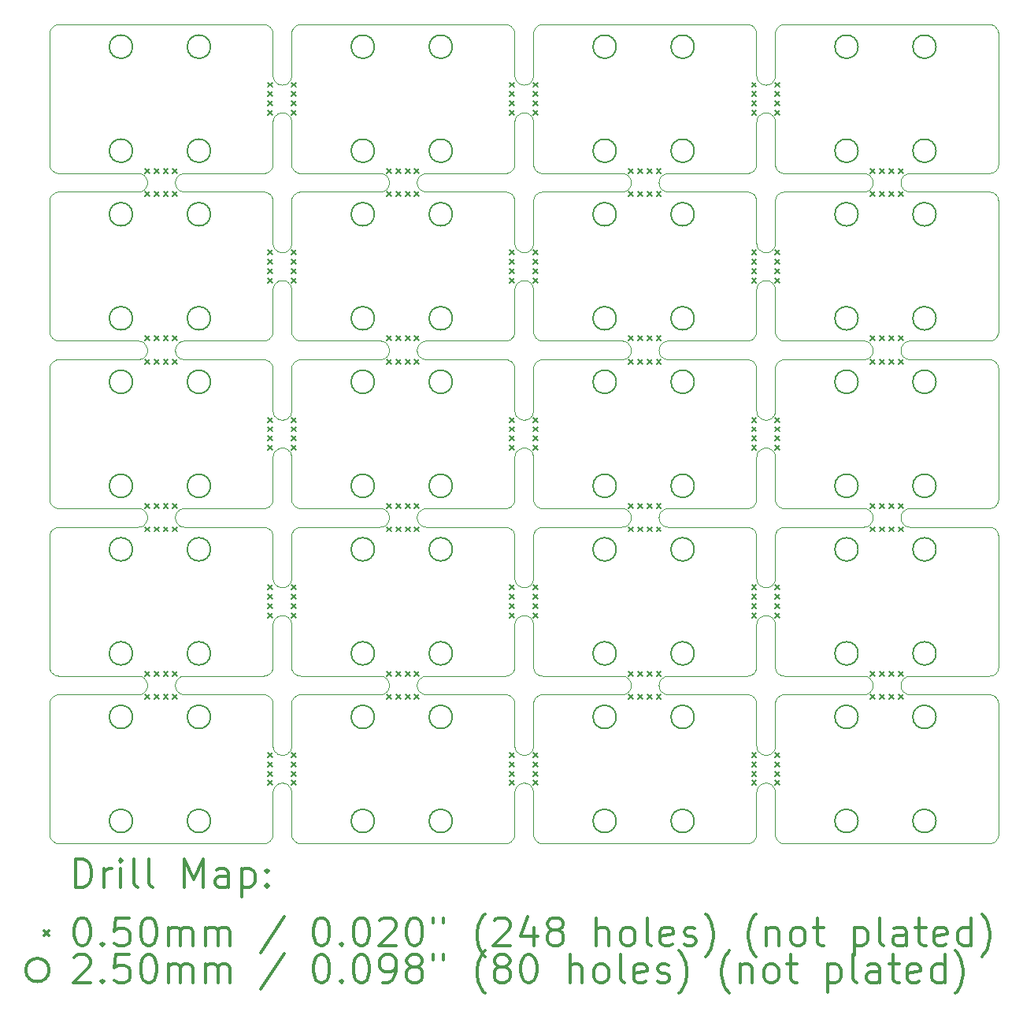
<source format=gbr>
%FSLAX45Y45*%
G04 Gerber Fmt 4.5, Leading zero omitted, Abs format (unit mm)*
G04 Created by KiCad (PCBNEW (5.1.8)-1) date 2021-11-11 20:39:03*
%MOMM*%
%LPD*%
G01*
G04 APERTURE LIST*
%TA.AperFunction,Profile*%
%ADD10C,0.100000*%
%TD*%
%ADD11C,0.200000*%
%ADD12C,0.300000*%
G04 APERTURE END LIST*
D10*
X7489400Y-11350580D02*
X7500880Y-11350100D01*
X7479790Y-11352010D02*
X7489400Y-11350580D01*
X7470360Y-11354370D02*
X7479790Y-11352010D01*
X7461210Y-11357640D02*
X7470360Y-11354370D01*
X7452430Y-11361790D02*
X7461210Y-11357640D01*
X7444100Y-11366790D02*
X7452430Y-11361790D01*
X7436300Y-11372580D02*
X7444100Y-11366790D01*
X7429100Y-11379100D02*
X7436300Y-11372580D01*
X7422570Y-11386300D02*
X7429100Y-11379100D01*
X7416790Y-11394100D02*
X7422570Y-11386300D01*
X7411790Y-11402440D02*
X7416790Y-11394100D01*
X7407640Y-11411220D02*
X7411790Y-11402440D01*
X7404360Y-11420370D02*
X7407640Y-11411220D01*
X7402000Y-11429790D02*
X7404360Y-11420370D01*
X7400580Y-11439400D02*
X7402000Y-11429790D01*
X7400100Y-11449130D02*
X7400580Y-11439400D01*
X7400100Y-11899350D02*
X7400100Y-11449130D01*
X7399520Y-11910440D02*
X7400100Y-11899350D01*
X7397880Y-11920780D02*
X7399520Y-11910440D01*
X7395180Y-11930900D02*
X7397880Y-11920780D01*
X7391420Y-11940680D02*
X7395180Y-11930900D01*
X7386640Y-11950060D02*
X7391420Y-11940680D01*
X7380940Y-11958840D02*
X7386640Y-11950060D01*
X7374340Y-11966980D02*
X7380940Y-11958840D01*
X7366940Y-11974390D02*
X7374340Y-11966980D01*
X7359860Y-11980160D02*
X7366940Y-11974390D01*
X7357740Y-11981700D02*
X7359860Y-11980160D01*
X7350050Y-11986650D02*
X7357740Y-11981700D01*
X7341890Y-11990850D02*
X7350050Y-11986650D01*
X7339490Y-11991920D02*
X7341890Y-11990850D01*
X7330890Y-11995180D02*
X7339490Y-11991920D01*
X7322080Y-11997570D02*
X7330890Y-11995180D01*
X7319510Y-11998120D02*
X7322080Y-11997570D01*
X7310430Y-11999520D02*
X7319510Y-11998120D01*
X7299990Y-12000090D02*
X7310430Y-11999520D01*
X6449120Y-12000100D02*
X7299990Y-12000090D01*
X6439400Y-12000580D02*
X6449120Y-12000100D01*
X6429790Y-12002000D02*
X6439400Y-12000580D01*
X6420360Y-12004370D02*
X6429790Y-12002000D01*
X6411220Y-12007640D02*
X6420360Y-12004370D01*
X6402430Y-12011790D02*
X6411220Y-12007640D01*
X6394100Y-12016790D02*
X6402430Y-12011790D01*
X6386300Y-12022570D02*
X6394100Y-12016790D01*
X6379100Y-12029100D02*
X6386300Y-12022570D01*
X6372570Y-12036300D02*
X6379100Y-12029100D01*
X6366790Y-12044100D02*
X6372570Y-12036300D01*
X6361790Y-12052430D02*
X6366790Y-12044100D01*
X6357640Y-12061220D02*
X6361790Y-12052430D01*
X6354360Y-12070360D02*
X6357640Y-12061220D01*
X6352000Y-12079790D02*
X6354360Y-12070360D01*
X6350580Y-12089400D02*
X6352000Y-12079790D01*
X6350100Y-12099130D02*
X6350580Y-12089400D01*
X6350580Y-12110610D02*
X6350100Y-12099130D01*
X6352000Y-12120220D02*
X6350580Y-12110610D01*
X6354360Y-12129640D02*
X6352000Y-12120220D01*
X6357640Y-12138790D02*
X6354360Y-12129640D01*
X6361790Y-12147570D02*
X6357640Y-12138790D01*
X6366790Y-12155900D02*
X6361790Y-12147570D01*
X6372570Y-12163710D02*
X6366790Y-12155900D01*
X6379100Y-12170900D02*
X6372570Y-12163710D01*
X6386300Y-12177430D02*
X6379100Y-12170900D01*
X6394100Y-12183220D02*
X6386300Y-12177430D01*
X6402430Y-12188210D02*
X6394100Y-12183220D01*
X6411220Y-12192370D02*
X6402430Y-12188210D01*
X6420360Y-12195640D02*
X6411220Y-12192370D01*
X6429790Y-12198000D02*
X6420360Y-12195640D01*
X6439400Y-12199420D02*
X6429790Y-12198000D01*
X6449120Y-12199900D02*
X6439400Y-12199420D01*
X7299990Y-12199910D02*
X6449120Y-12199900D01*
X7310440Y-12200480D02*
X7299990Y-12199910D01*
X7319510Y-12201880D02*
X7310440Y-12200480D01*
X7322080Y-12202430D02*
X7319510Y-12201880D01*
X7330900Y-12204830D02*
X7322080Y-12202430D01*
X7339490Y-12208090D02*
X7330900Y-12204830D01*
X7341890Y-12209150D02*
X7339490Y-12208090D01*
X7350010Y-12213330D02*
X7341890Y-12209150D01*
X7357730Y-12218300D02*
X7350010Y-12213330D01*
X7359860Y-12219850D02*
X7357730Y-12218300D01*
X7366940Y-12225620D02*
X7359860Y-12219850D01*
X7374350Y-12233030D02*
X7366940Y-12225620D01*
X7380940Y-12241170D02*
X7374350Y-12233030D01*
X7386650Y-12249950D02*
X7380940Y-12241170D01*
X7391400Y-12259280D02*
X7386650Y-12249950D01*
X7395160Y-12269060D02*
X7391400Y-12259280D01*
X7397870Y-12279180D02*
X7395160Y-12269060D01*
X7399520Y-12289570D02*
X7397870Y-12279180D01*
X7400100Y-12300650D02*
X7399520Y-12289570D01*
X7400100Y-12750880D02*
X7400100Y-12300650D01*
X7400580Y-12760610D02*
X7400100Y-12750880D01*
X7402000Y-12770220D02*
X7400580Y-12760610D01*
X7404360Y-12779640D02*
X7402000Y-12770220D01*
X7407640Y-12788790D02*
X7404360Y-12779640D01*
X7411790Y-12797570D02*
X7407640Y-12788790D01*
X7416790Y-12805900D02*
X7411790Y-12797570D01*
X7422570Y-12813710D02*
X7416790Y-12805900D01*
X7429100Y-12820910D02*
X7422570Y-12813710D01*
X7436300Y-12827430D02*
X7429100Y-12820910D01*
X7444100Y-12833220D02*
X7436300Y-12827430D01*
X7452430Y-12838210D02*
X7444100Y-12833220D01*
X7461210Y-12842370D02*
X7452430Y-12838210D01*
X7470360Y-12845640D02*
X7461210Y-12842370D01*
X7479790Y-12848000D02*
X7470360Y-12845640D01*
X7489400Y-12849430D02*
X7479790Y-12848000D01*
X7499120Y-12849900D02*
X7489400Y-12849430D01*
X7510600Y-12849430D02*
X7499120Y-12849900D01*
X7520210Y-12848000D02*
X7510600Y-12849430D01*
X7529640Y-12845640D02*
X7520210Y-12848000D01*
X7538790Y-12842370D02*
X7529640Y-12845640D01*
X7547570Y-12838210D02*
X7538790Y-12842370D01*
X7555900Y-12833220D02*
X7547570Y-12838210D01*
X7563700Y-12827430D02*
X7555900Y-12833220D01*
X7570900Y-12820910D02*
X7563700Y-12827430D01*
X7577430Y-12813710D02*
X7570900Y-12820910D01*
X7583220Y-12805900D02*
X7577430Y-12813710D01*
X7588210Y-12797570D02*
X7583220Y-12805900D01*
X7592360Y-12788790D02*
X7588210Y-12797570D01*
X7595640Y-12779640D02*
X7592360Y-12788790D01*
X7598000Y-12770220D02*
X7595640Y-12779640D01*
X7599420Y-12760610D02*
X7598000Y-12770220D01*
X7599900Y-12750880D02*
X7599420Y-12760610D01*
X7599900Y-12300660D02*
X7599900Y-12750880D01*
X7600480Y-12289570D02*
X7599900Y-12300660D01*
X7602120Y-12279220D02*
X7600480Y-12289570D01*
X7604830Y-12269100D02*
X7602120Y-12279220D01*
X7608580Y-12259320D02*
X7604830Y-12269100D01*
X7613360Y-12249950D02*
X7608580Y-12259320D01*
X7619060Y-12241160D02*
X7613360Y-12249950D01*
X7625660Y-12233030D02*
X7619060Y-12241160D01*
X7633070Y-12225620D02*
X7625660Y-12233030D01*
X7640140Y-12219850D02*
X7633070Y-12225620D01*
X7642270Y-12218310D02*
X7640140Y-12219850D01*
X7649950Y-12213360D02*
X7642270Y-12218310D01*
X7658110Y-12209160D02*
X7649950Y-12213360D01*
X7660510Y-12208090D02*
X7658110Y-12209160D01*
X7669110Y-12204830D02*
X7660510Y-12208090D01*
X7677920Y-12202430D02*
X7669110Y-12204830D01*
X7680490Y-12201890D02*
X7677920Y-12202430D01*
X7689570Y-12200480D02*
X7680490Y-12201890D01*
X7700010Y-12199910D02*
X7689570Y-12200480D01*
X8550880Y-12199900D02*
X7700010Y-12199910D01*
X8560600Y-12199420D02*
X8550880Y-12199900D01*
X8570210Y-12198000D02*
X8560600Y-12199420D01*
X8579640Y-12195640D02*
X8570210Y-12198000D01*
X8588790Y-12192360D02*
X8579640Y-12195640D01*
X8597570Y-12188210D02*
X8588790Y-12192360D01*
X8605900Y-12183220D02*
X8597570Y-12188210D01*
X8613710Y-12177430D02*
X8605900Y-12183220D01*
X8620900Y-12170900D02*
X8613710Y-12177430D01*
X8627430Y-12163710D02*
X8620900Y-12170900D01*
X8633220Y-12155900D02*
X8627430Y-12163710D01*
X8638210Y-12147570D02*
X8633220Y-12155900D01*
X8642360Y-12138790D02*
X8638210Y-12147570D01*
X8645640Y-12129640D02*
X8642360Y-12138790D01*
X8648000Y-12120220D02*
X8645640Y-12129640D01*
X8649420Y-12110610D02*
X8648000Y-12120220D01*
X8649900Y-12100880D02*
X8649420Y-12110610D01*
X8649420Y-12089400D02*
X8649900Y-12100880D01*
X8648000Y-12079790D02*
X8649420Y-12089400D01*
X8645640Y-12070360D02*
X8648000Y-12079790D01*
X8642360Y-12061220D02*
X8645640Y-12070360D01*
X8638210Y-12052430D02*
X8642360Y-12061220D01*
X8633220Y-12044100D02*
X8638210Y-12052430D01*
X8627430Y-12036300D02*
X8633220Y-12044100D01*
X8620900Y-12029100D02*
X8627430Y-12036300D01*
X8613710Y-12022570D02*
X8620900Y-12029100D01*
X8605900Y-12016790D02*
X8613710Y-12022570D01*
X8597570Y-12011790D02*
X8605900Y-12016790D01*
X8588790Y-12007640D02*
X8597570Y-12011790D01*
X8579640Y-12004370D02*
X8588790Y-12007640D01*
X8570210Y-12002010D02*
X8579640Y-12004370D01*
X8560600Y-12000580D02*
X8570210Y-12002010D01*
X8550880Y-12000100D02*
X8560600Y-12000580D01*
X7700010Y-12000090D02*
X8550880Y-12000100D01*
X7689560Y-11999520D02*
X7700010Y-12000090D01*
X7680490Y-11998120D02*
X7689560Y-11999520D01*
X7677920Y-11997580D02*
X7680490Y-11998120D01*
X7669100Y-11995180D02*
X7677920Y-11997580D01*
X7660520Y-11991920D02*
X7669100Y-11995180D01*
X7658120Y-11990850D02*
X7660520Y-11991920D01*
X7649990Y-11986670D02*
X7658120Y-11990850D01*
X7642270Y-11981700D02*
X7649990Y-11986670D01*
X7640140Y-11980160D02*
X7642270Y-11981700D01*
X7633060Y-11974380D02*
X7640140Y-11980160D01*
X7625650Y-11966980D02*
X7633060Y-11974380D01*
X7619060Y-11958840D02*
X7625650Y-11966980D01*
X7613350Y-11950060D02*
X7619060Y-11958840D01*
X7608600Y-11940720D02*
X7613350Y-11950060D01*
X7604840Y-11930950D02*
X7608600Y-11940720D01*
X7602130Y-11920830D02*
X7604840Y-11930950D01*
X7600480Y-11910430D02*
X7602130Y-11920830D01*
X7599900Y-11899340D02*
X7600480Y-11910430D01*
X7599900Y-11449130D02*
X7599900Y-11899340D01*
X7599420Y-11439400D02*
X7599900Y-11449130D01*
X7598000Y-11429790D02*
X7599420Y-11439400D01*
X7595640Y-11420370D02*
X7598000Y-11429790D01*
X7592360Y-11411220D02*
X7595640Y-11420370D01*
X7588210Y-11402440D02*
X7592360Y-11411220D01*
X7583210Y-11394100D02*
X7588210Y-11402440D01*
X7577430Y-11386300D02*
X7583210Y-11394100D01*
X7570900Y-11379100D02*
X7577430Y-11386300D01*
X7563700Y-11372580D02*
X7570900Y-11379100D01*
X7555900Y-11366790D02*
X7563700Y-11372580D01*
X7547570Y-11361790D02*
X7555900Y-11366790D01*
X7538790Y-11357640D02*
X7547570Y-11361790D01*
X7529640Y-11354370D02*
X7538790Y-11357640D01*
X7520210Y-11352010D02*
X7529640Y-11354370D01*
X7510600Y-11350580D02*
X7520210Y-11352010D01*
X7500880Y-11350100D02*
X7510600Y-11350580D01*
X7510600Y-9249420D02*
X7499120Y-9249900D01*
X7520210Y-9248000D02*
X7510600Y-9249420D01*
X7529640Y-9245640D02*
X7520210Y-9248000D01*
X7538790Y-9242370D02*
X7529640Y-9245640D01*
X7547570Y-9238210D02*
X7538790Y-9242370D01*
X7555900Y-9233220D02*
X7547570Y-9238210D01*
X7563700Y-9227430D02*
X7555900Y-9233220D01*
X7570900Y-9220900D02*
X7563700Y-9227430D01*
X7577430Y-9213710D02*
X7570900Y-9220900D01*
X7583220Y-9205900D02*
X7577430Y-9213710D01*
X7588210Y-9197570D02*
X7583220Y-9205900D01*
X7592360Y-9188790D02*
X7588210Y-9197570D01*
X7595640Y-9179640D02*
X7592360Y-9188790D01*
X7598000Y-9170220D02*
X7595640Y-9179640D01*
X7599420Y-9160610D02*
X7598000Y-9170220D01*
X7599900Y-9150880D02*
X7599420Y-9160610D01*
X7599900Y-8700660D02*
X7599900Y-9150880D01*
X7600480Y-8689570D02*
X7599900Y-8700660D01*
X7602120Y-8679220D02*
X7600480Y-8689570D01*
X7604830Y-8669100D02*
X7602120Y-8679220D01*
X7608580Y-8659320D02*
X7604830Y-8669100D01*
X7613360Y-8649940D02*
X7608580Y-8659320D01*
X7619060Y-8641160D02*
X7613360Y-8649940D01*
X7625660Y-8633020D02*
X7619060Y-8641160D01*
X7633070Y-8625620D02*
X7625660Y-8633020D01*
X7640140Y-8619850D02*
X7633070Y-8625620D01*
X7642270Y-8618300D02*
X7640140Y-8619850D01*
X7649950Y-8613350D02*
X7642270Y-8618300D01*
X7658110Y-8609150D02*
X7649950Y-8613350D01*
X7660510Y-8608080D02*
X7658110Y-8609150D01*
X7669110Y-8604830D02*
X7660510Y-8608080D01*
X7677920Y-8602430D02*
X7669110Y-8604830D01*
X7680490Y-8601880D02*
X7677920Y-8602430D01*
X7689570Y-8600480D02*
X7680490Y-8601880D01*
X7700010Y-8599910D02*
X7689570Y-8600480D01*
X8550880Y-8599900D02*
X7700010Y-8599910D01*
X8560600Y-8599420D02*
X8550880Y-8599900D01*
X8570210Y-8598000D02*
X8560600Y-8599420D01*
X8579640Y-8595640D02*
X8570210Y-8598000D01*
X8588790Y-8592360D02*
X8579640Y-8595640D01*
X8597570Y-8588210D02*
X8588790Y-8592360D01*
X8605900Y-8583220D02*
X8597570Y-8588210D01*
X8613710Y-8577430D02*
X8605900Y-8583220D01*
X8620900Y-8570900D02*
X8613710Y-8577430D01*
X8627430Y-8563700D02*
X8620900Y-8570900D01*
X8633220Y-8555900D02*
X8627430Y-8563700D01*
X8638210Y-8547570D02*
X8633220Y-8555900D01*
X8642360Y-8538790D02*
X8638210Y-8547570D01*
X8645640Y-8529640D02*
X8642360Y-8538790D01*
X8648000Y-8520210D02*
X8645640Y-8529640D01*
X8649420Y-8510600D02*
X8648000Y-8520210D01*
X8649900Y-8500880D02*
X8649420Y-8510600D01*
X8649420Y-8489400D02*
X8649900Y-8500880D01*
X8648000Y-8479790D02*
X8649420Y-8489400D01*
X8645640Y-8470360D02*
X8648000Y-8479790D01*
X8642360Y-8461220D02*
X8645640Y-8470360D01*
X8638210Y-8452430D02*
X8642360Y-8461220D01*
X8633220Y-8444100D02*
X8638210Y-8452430D01*
X8627430Y-8436300D02*
X8633220Y-8444100D01*
X8620900Y-8429100D02*
X8627430Y-8436300D01*
X8613710Y-8422570D02*
X8620900Y-8429100D01*
X8605900Y-8416790D02*
X8613710Y-8422570D01*
X8597570Y-8411790D02*
X8605900Y-8416790D01*
X8588790Y-8407640D02*
X8597570Y-8411790D01*
X8579640Y-8404360D02*
X8588790Y-8407640D01*
X8570210Y-8402000D02*
X8579640Y-8404360D01*
X8560600Y-8400580D02*
X8570210Y-8402000D01*
X8550880Y-8400100D02*
X8560600Y-8400580D01*
X7700010Y-8400090D02*
X8550880Y-8400100D01*
X7689560Y-8399520D02*
X7700010Y-8400090D01*
X7680490Y-8398120D02*
X7689560Y-8399520D01*
X7677920Y-8397570D02*
X7680490Y-8398120D01*
X7669100Y-8395180D02*
X7677920Y-8397570D01*
X7660520Y-8391920D02*
X7669100Y-8395180D01*
X7658120Y-8390850D02*
X7660520Y-8391920D01*
X7649990Y-8386670D02*
X7658120Y-8390850D01*
X7642270Y-8381700D02*
X7649990Y-8386670D01*
X7640140Y-8380160D02*
X7642270Y-8381700D01*
X7633060Y-8374380D02*
X7640140Y-8380160D01*
X7625650Y-8366980D02*
X7633060Y-8374380D01*
X7619060Y-8358840D02*
X7625650Y-8366980D01*
X7613350Y-8350050D02*
X7619060Y-8358840D01*
X7608600Y-8340720D02*
X7613350Y-8350050D01*
X7604840Y-8330950D02*
X7608600Y-8340720D01*
X7602130Y-8320830D02*
X7604840Y-8330950D01*
X7600480Y-8310430D02*
X7602130Y-8320830D01*
X7599900Y-8299340D02*
X7600480Y-8310430D01*
X7599900Y-7849130D02*
X7599900Y-8299340D01*
X7599420Y-7839400D02*
X7599900Y-7849130D01*
X7598000Y-7829790D02*
X7599420Y-7839400D01*
X7595640Y-7820360D02*
X7598000Y-7829790D01*
X7592360Y-7811220D02*
X7595640Y-7820360D01*
X7588210Y-7802430D02*
X7592360Y-7811220D01*
X7583210Y-7794100D02*
X7588210Y-7802430D01*
X7577430Y-7786300D02*
X7583210Y-7794100D01*
X7570900Y-7779100D02*
X7577430Y-7786300D01*
X7563700Y-7772570D02*
X7570900Y-7779100D01*
X7555900Y-7766790D02*
X7563700Y-7772570D01*
X7547570Y-7761790D02*
X7555900Y-7766790D01*
X7538790Y-7757640D02*
X7547570Y-7761790D01*
X7529640Y-7754370D02*
X7538790Y-7757640D01*
X7520210Y-7752000D02*
X7529640Y-7754370D01*
X7510600Y-7750580D02*
X7520210Y-7752000D01*
X7500880Y-7750100D02*
X7510600Y-7750580D01*
X7489400Y-7750580D02*
X7500880Y-7750100D01*
X7479790Y-7752000D02*
X7489400Y-7750580D01*
X7470360Y-7754370D02*
X7479790Y-7752000D01*
X7461210Y-7757640D02*
X7470360Y-7754370D01*
X7452430Y-7761790D02*
X7461210Y-7757640D01*
X7444100Y-7766790D02*
X7452430Y-7761790D01*
X7436300Y-7772570D02*
X7444100Y-7766790D01*
X7429100Y-7779100D02*
X7436300Y-7772570D01*
X7422570Y-7786300D02*
X7429100Y-7779100D01*
X7416790Y-7794100D02*
X7422570Y-7786300D01*
X7411790Y-7802430D02*
X7416790Y-7794100D01*
X7407640Y-7811220D02*
X7411790Y-7802430D01*
X7404360Y-7820360D02*
X7407640Y-7811220D01*
X7402000Y-7829790D02*
X7404360Y-7820360D01*
X7400580Y-7839400D02*
X7402000Y-7829790D01*
X7400100Y-7849130D02*
X7400580Y-7839400D01*
X7400100Y-8299350D02*
X7400100Y-7849130D01*
X7399520Y-8310440D02*
X7400100Y-8299350D01*
X7397880Y-8320780D02*
X7399520Y-8310440D01*
X7395180Y-8330900D02*
X7397880Y-8320780D01*
X7391420Y-8340680D02*
X7395180Y-8330900D01*
X7386640Y-8350060D02*
X7391420Y-8340680D01*
X7380940Y-8358840D02*
X7386640Y-8350060D01*
X7374340Y-8366980D02*
X7380940Y-8358840D01*
X7366940Y-8374380D02*
X7374340Y-8366980D01*
X7359860Y-8380150D02*
X7366940Y-8374380D01*
X7357740Y-8381700D02*
X7359860Y-8380150D01*
X7350050Y-8386650D02*
X7357740Y-8381700D01*
X7341890Y-8390850D02*
X7350050Y-8386650D01*
X7339490Y-8391920D02*
X7341890Y-8390850D01*
X7330890Y-8395180D02*
X7339490Y-8391920D01*
X7322080Y-8397570D02*
X7330890Y-8395180D01*
X7319510Y-8398120D02*
X7322080Y-8397570D01*
X7310430Y-8399520D02*
X7319510Y-8398120D01*
X7299990Y-8400090D02*
X7310430Y-8399520D01*
X6449120Y-8400100D02*
X7299990Y-8400090D01*
X6439400Y-8400580D02*
X6449120Y-8400100D01*
X6429790Y-8402000D02*
X6439400Y-8400580D01*
X6420360Y-8404360D02*
X6429790Y-8402000D01*
X6411220Y-8407640D02*
X6420360Y-8404360D01*
X6402430Y-8411790D02*
X6411220Y-8407640D01*
X6394100Y-8416790D02*
X6402430Y-8411790D01*
X6386300Y-8422570D02*
X6394100Y-8416790D01*
X6379100Y-8429100D02*
X6386300Y-8422570D01*
X6372570Y-8436300D02*
X6379100Y-8429100D01*
X6366790Y-8444100D02*
X6372570Y-8436300D01*
X6361790Y-8452430D02*
X6366790Y-8444100D01*
X6357640Y-8461220D02*
X6361790Y-8452430D01*
X6354360Y-8470360D02*
X6357640Y-8461220D01*
X6352000Y-8479790D02*
X6354360Y-8470360D01*
X6350580Y-8489400D02*
X6352000Y-8479790D01*
X6350100Y-8499120D02*
X6350580Y-8489400D01*
X6350580Y-8510600D02*
X6350100Y-8499120D01*
X6352000Y-8520210D02*
X6350580Y-8510600D01*
X6354360Y-8529640D02*
X6352000Y-8520210D01*
X6357640Y-8538790D02*
X6354360Y-8529640D01*
X6361790Y-8547570D02*
X6357640Y-8538790D01*
X6366790Y-8555900D02*
X6361790Y-8547570D01*
X6372570Y-8563710D02*
X6366790Y-8555900D01*
X6379100Y-8570900D02*
X6372570Y-8563710D01*
X6386300Y-8577430D02*
X6379100Y-8570900D01*
X6394100Y-8583220D02*
X6386300Y-8577430D01*
X6402430Y-8588210D02*
X6394100Y-8583220D01*
X6411220Y-8592360D02*
X6402430Y-8588210D01*
X6420360Y-8595640D02*
X6411220Y-8592360D01*
X6429790Y-8598000D02*
X6420360Y-8595640D01*
X6439400Y-8599420D02*
X6429790Y-8598000D01*
X6449120Y-8599900D02*
X6439400Y-8599420D01*
X7299990Y-8599910D02*
X6449120Y-8599900D01*
X7310440Y-8600480D02*
X7299990Y-8599910D01*
X7319510Y-8601880D02*
X7310440Y-8600480D01*
X7322080Y-8602430D02*
X7319510Y-8601880D01*
X7330900Y-8604830D02*
X7322080Y-8602430D01*
X7339490Y-8608080D02*
X7330900Y-8604830D01*
X7341890Y-8609150D02*
X7339490Y-8608080D01*
X7350010Y-8613330D02*
X7341890Y-8609150D01*
X7357730Y-8618300D02*
X7350010Y-8613330D01*
X7359860Y-8619850D02*
X7357730Y-8618300D01*
X7366940Y-8625620D02*
X7359860Y-8619850D01*
X7374350Y-8633030D02*
X7366940Y-8625620D01*
X7380940Y-8641170D02*
X7374350Y-8633030D01*
X7386650Y-8649950D02*
X7380940Y-8641170D01*
X7391400Y-8659280D02*
X7386650Y-8649950D01*
X7395160Y-8669060D02*
X7391400Y-8659280D01*
X7397870Y-8679170D02*
X7395160Y-8669060D01*
X7399520Y-8689570D02*
X7397870Y-8679170D01*
X7400100Y-8700650D02*
X7399520Y-8689570D01*
X7400100Y-9150880D02*
X7400100Y-8700650D01*
X7400580Y-9160610D02*
X7400100Y-9150880D01*
X7402000Y-9170220D02*
X7400580Y-9160610D01*
X7404360Y-9179640D02*
X7402000Y-9170220D01*
X7407640Y-9188790D02*
X7404360Y-9179640D01*
X7411790Y-9197570D02*
X7407640Y-9188790D01*
X7416790Y-9205900D02*
X7411790Y-9197570D01*
X7422570Y-9213710D02*
X7416790Y-9205900D01*
X7429100Y-9220900D02*
X7422570Y-9213710D01*
X7436300Y-9227430D02*
X7429100Y-9220900D01*
X7444100Y-9233220D02*
X7436300Y-9227430D01*
X7452430Y-9238210D02*
X7444100Y-9233220D01*
X7461210Y-9242370D02*
X7452430Y-9238210D01*
X7470360Y-9245640D02*
X7461210Y-9242370D01*
X7479790Y-9248000D02*
X7470360Y-9245640D01*
X7489400Y-9249420D02*
X7479790Y-9248000D01*
X7499120Y-9249900D02*
X7489400Y-9249420D01*
X7299990Y-6799910D02*
X6449120Y-6799900D01*
X7309150Y-6800380D02*
X7299990Y-6799910D01*
X7311760Y-6800650D02*
X7309150Y-6800380D01*
X7320780Y-6802120D02*
X7311760Y-6800650D01*
X7329660Y-6804460D02*
X7320780Y-6802120D01*
X7332160Y-6805270D02*
X7329660Y-6804460D01*
X7340680Y-6808580D02*
X7332160Y-6805270D01*
X7348880Y-6812710D02*
X7340680Y-6808580D01*
X7351130Y-6814010D02*
X7348880Y-6812710D01*
X7358840Y-6819060D02*
X7351130Y-6814010D01*
X7365960Y-6824780D02*
X7358840Y-6819060D01*
X7367910Y-6826540D02*
X7365960Y-6824780D01*
X7373480Y-6832110D02*
X7367910Y-6826540D01*
X7375220Y-6834040D02*
X7373480Y-6832110D01*
X7380940Y-6841170D02*
X7375220Y-6834040D01*
X7385970Y-6848850D02*
X7380940Y-6841170D01*
X7387290Y-6851120D02*
X7385970Y-6848850D01*
X7391400Y-6859280D02*
X7387290Y-6851120D01*
X7395160Y-6869060D02*
X7391400Y-6859280D01*
X7397870Y-6879170D02*
X7395160Y-6869060D01*
X7399520Y-6889570D02*
X7397870Y-6879170D01*
X7400100Y-6900650D02*
X7399520Y-6889570D01*
X7400100Y-7350880D02*
X7400100Y-6900650D01*
X7400580Y-7360600D02*
X7400100Y-7350880D01*
X7402000Y-7370220D02*
X7400580Y-7360600D01*
X7404360Y-7379640D02*
X7402000Y-7370220D01*
X7407640Y-7388790D02*
X7404360Y-7379640D01*
X7411790Y-7397570D02*
X7407640Y-7388790D01*
X7416790Y-7405900D02*
X7411790Y-7397570D01*
X7422570Y-7413710D02*
X7416790Y-7405900D01*
X7429100Y-7420900D02*
X7422570Y-7413710D01*
X7436300Y-7427430D02*
X7429100Y-7420900D01*
X7444100Y-7433220D02*
X7436300Y-7427430D01*
X7452430Y-7438210D02*
X7444100Y-7433220D01*
X7461210Y-7442360D02*
X7452430Y-7438210D01*
X7470360Y-7445640D02*
X7461210Y-7442360D01*
X7479790Y-7448000D02*
X7470360Y-7445640D01*
X7489400Y-7449420D02*
X7479790Y-7448000D01*
X7500880Y-7449900D02*
X7489400Y-7449420D01*
X7510600Y-7449420D02*
X7500880Y-7449900D01*
X7520210Y-7448000D02*
X7510600Y-7449420D01*
X7529640Y-7445640D02*
X7520210Y-7448000D01*
X7538790Y-7442360D02*
X7529640Y-7445640D01*
X7547570Y-7438210D02*
X7538790Y-7442360D01*
X7555900Y-7433220D02*
X7547570Y-7438210D01*
X7563700Y-7427430D02*
X7555900Y-7433220D01*
X7570900Y-7420900D02*
X7563700Y-7427430D01*
X7577430Y-7413710D02*
X7570900Y-7420900D01*
X7583220Y-7405900D02*
X7577430Y-7413710D01*
X7588210Y-7397570D02*
X7583220Y-7405900D01*
X7592360Y-7388790D02*
X7588210Y-7397570D01*
X7595640Y-7379640D02*
X7592360Y-7388790D01*
X7598000Y-7370220D02*
X7595640Y-7379640D01*
X7599420Y-7360600D02*
X7598000Y-7370220D01*
X7599900Y-7350880D02*
X7599420Y-7360600D01*
X7599900Y-6900660D02*
X7599900Y-7350880D01*
X7600480Y-6889560D02*
X7599900Y-6900660D01*
X7602120Y-6879220D02*
X7600480Y-6889560D01*
X7604830Y-6869100D02*
X7602120Y-6879220D01*
X7608580Y-6859320D02*
X7604830Y-6869100D01*
X7613360Y-6849940D02*
X7608580Y-6859320D01*
X7619060Y-6841160D02*
X7613360Y-6849940D01*
X7625660Y-6833020D02*
X7619060Y-6841160D01*
X7633070Y-6825620D02*
X7625660Y-6833020D01*
X7640140Y-6819850D02*
X7633070Y-6825620D01*
X7642270Y-6818300D02*
X7640140Y-6819850D01*
X7649950Y-6813350D02*
X7642270Y-6818300D01*
X7658110Y-6809150D02*
X7649950Y-6813350D01*
X7660510Y-6808080D02*
X7658110Y-6809150D01*
X7669110Y-6804820D02*
X7660510Y-6808080D01*
X7677920Y-6802430D02*
X7669110Y-6804820D01*
X7680490Y-6801880D02*
X7677920Y-6802430D01*
X7689570Y-6800480D02*
X7680490Y-6801880D01*
X7700010Y-6799910D02*
X7689570Y-6800480D01*
X8550880Y-6799900D02*
X7700010Y-6799910D01*
X8560600Y-6799420D02*
X8550880Y-6799900D01*
X8570210Y-6798000D02*
X8560600Y-6799420D01*
X8579640Y-6795640D02*
X8570210Y-6798000D01*
X8588790Y-6792360D02*
X8579640Y-6795640D01*
X8597570Y-6788210D02*
X8588790Y-6792360D01*
X8605900Y-6783210D02*
X8597570Y-6788210D01*
X8613710Y-6777430D02*
X8605900Y-6783210D01*
X8620900Y-6770900D02*
X8613710Y-6777430D01*
X8627430Y-6763700D02*
X8620900Y-6770900D01*
X8633220Y-6755900D02*
X8627430Y-6763700D01*
X8638210Y-6747570D02*
X8633220Y-6755900D01*
X8642360Y-6738790D02*
X8638210Y-6747570D01*
X8645640Y-6729640D02*
X8642360Y-6738790D01*
X8648000Y-6720210D02*
X8645640Y-6729640D01*
X8649420Y-6710600D02*
X8648000Y-6720210D01*
X8649900Y-6699120D02*
X8649420Y-6710600D01*
X8649420Y-6689400D02*
X8649900Y-6699120D01*
X8648000Y-6679790D02*
X8649420Y-6689400D01*
X8645640Y-6670360D02*
X8648000Y-6679790D01*
X8642360Y-6661210D02*
X8645640Y-6670360D01*
X8638210Y-6652430D02*
X8642360Y-6661210D01*
X8633220Y-6644100D02*
X8638210Y-6652430D01*
X8627430Y-6636300D02*
X8633220Y-6644100D01*
X8620900Y-6629100D02*
X8627430Y-6636300D01*
X8613710Y-6622570D02*
X8620900Y-6629100D01*
X8605900Y-6616790D02*
X8613710Y-6622570D01*
X8597570Y-6611790D02*
X8605900Y-6616790D01*
X8588790Y-6607640D02*
X8597570Y-6611790D01*
X8579640Y-6604360D02*
X8588790Y-6607640D01*
X8570220Y-6602000D02*
X8579640Y-6604360D01*
X8560600Y-6600580D02*
X8570220Y-6602000D01*
X8550880Y-6600100D02*
X8560600Y-6600580D01*
X7700010Y-6600090D02*
X8550880Y-6600100D01*
X7689560Y-6599520D02*
X7700010Y-6600090D01*
X7680490Y-6598120D02*
X7689560Y-6599520D01*
X7677920Y-6597570D02*
X7680490Y-6598120D01*
X7669100Y-6595180D02*
X7677920Y-6597570D01*
X7660520Y-6591920D02*
X7669100Y-6595180D01*
X7658120Y-6590850D02*
X7660520Y-6591920D01*
X7649990Y-6586670D02*
X7658120Y-6590850D01*
X7642270Y-6581700D02*
X7649990Y-6586670D01*
X7640140Y-6580160D02*
X7642270Y-6581700D01*
X7633060Y-6574380D02*
X7640140Y-6580160D01*
X7625650Y-6566970D02*
X7633060Y-6574380D01*
X7619060Y-6558840D02*
X7625650Y-6566970D01*
X7613350Y-6550050D02*
X7619060Y-6558840D01*
X7608600Y-6540720D02*
X7613350Y-6550050D01*
X7604840Y-6530940D02*
X7608600Y-6540720D01*
X7602130Y-6520830D02*
X7604840Y-6530940D01*
X7600480Y-6510430D02*
X7602130Y-6520830D01*
X7599900Y-6499340D02*
X7600480Y-6510430D01*
X7599900Y-6049130D02*
X7599900Y-6499340D01*
X7599420Y-6039400D02*
X7599900Y-6049130D01*
X7598000Y-6029790D02*
X7599420Y-6039400D01*
X7595640Y-6020360D02*
X7598000Y-6029790D01*
X7592360Y-6011220D02*
X7595640Y-6020360D01*
X7588210Y-6002430D02*
X7592360Y-6011220D01*
X7583210Y-5994100D02*
X7588210Y-6002430D01*
X7577430Y-5986300D02*
X7583210Y-5994100D01*
X7570900Y-5979100D02*
X7577430Y-5986300D01*
X7563700Y-5972570D02*
X7570900Y-5979100D01*
X7555900Y-5966790D02*
X7563700Y-5972570D01*
X7547570Y-5961790D02*
X7555900Y-5966790D01*
X7538790Y-5957640D02*
X7547570Y-5961790D01*
X7529640Y-5954360D02*
X7538790Y-5957640D01*
X7520210Y-5952000D02*
X7529640Y-5954360D01*
X7510600Y-5950580D02*
X7520210Y-5952000D01*
X7499120Y-5950100D02*
X7510600Y-5950580D01*
X7489400Y-5950580D02*
X7499120Y-5950100D01*
X7479790Y-5952000D02*
X7489400Y-5950580D01*
X7470360Y-5954360D02*
X7479790Y-5952000D01*
X7461210Y-5957640D02*
X7470360Y-5954360D01*
X7452430Y-5961790D02*
X7461210Y-5957640D01*
X7444100Y-5966790D02*
X7452430Y-5961790D01*
X7436300Y-5972570D02*
X7444100Y-5966790D01*
X7429100Y-5979100D02*
X7436300Y-5972570D01*
X7422570Y-5986300D02*
X7429100Y-5979100D01*
X7416790Y-5994100D02*
X7422570Y-5986300D01*
X7411790Y-6002430D02*
X7416790Y-5994100D01*
X7407640Y-6011220D02*
X7411790Y-6002430D01*
X7404360Y-6020360D02*
X7407640Y-6011220D01*
X7402000Y-6029790D02*
X7404360Y-6020360D01*
X7400580Y-6039400D02*
X7402000Y-6029790D01*
X7400100Y-6049120D02*
X7400580Y-6039400D01*
X7400100Y-6499340D02*
X7400100Y-6049120D01*
X7399620Y-6509170D02*
X7400100Y-6499340D01*
X7399350Y-6511760D02*
X7399620Y-6509170D01*
X7397880Y-6520780D02*
X7399350Y-6511760D01*
X7395180Y-6530900D02*
X7397880Y-6520780D01*
X7391420Y-6540680D02*
X7395180Y-6530900D01*
X7386670Y-6550010D02*
X7391420Y-6540680D01*
X7380970Y-6558800D02*
X7386670Y-6550010D01*
X7374380Y-6566940D02*
X7380970Y-6558800D01*
X7366970Y-6574350D02*
X7374380Y-6566940D01*
X7359860Y-6580150D02*
X7366970Y-6574350D01*
X7357740Y-6581700D02*
X7359860Y-6580150D01*
X7351130Y-6585990D02*
X7357740Y-6581700D01*
X7348880Y-6587290D02*
X7351130Y-6585990D01*
X7340670Y-6591430D02*
X7348880Y-6587290D01*
X7330940Y-6595160D02*
X7340670Y-6591430D01*
X7322080Y-6597570D02*
X7330940Y-6595160D01*
X7319510Y-6598120D02*
X7322080Y-6597570D01*
X7310430Y-6599520D02*
X7319510Y-6598120D01*
X7299990Y-6600090D02*
X7310430Y-6599520D01*
X6449120Y-6600100D02*
X7299990Y-6600090D01*
X6439400Y-6600580D02*
X6449120Y-6600100D01*
X6429790Y-6602000D02*
X6439400Y-6600580D01*
X6420360Y-6604360D02*
X6429790Y-6602000D01*
X6411220Y-6607640D02*
X6420360Y-6604360D01*
X6402430Y-6611790D02*
X6411220Y-6607640D01*
X6394100Y-6616790D02*
X6402430Y-6611790D01*
X6386300Y-6622570D02*
X6394100Y-6616790D01*
X6379100Y-6629100D02*
X6386300Y-6622570D01*
X6372570Y-6636300D02*
X6379100Y-6629100D01*
X6366790Y-6644100D02*
X6372570Y-6636300D01*
X6361790Y-6652430D02*
X6366790Y-6644100D01*
X6357640Y-6661210D02*
X6361790Y-6652430D01*
X6354360Y-6670360D02*
X6357640Y-6661210D01*
X6352000Y-6679790D02*
X6354360Y-6670360D01*
X6350580Y-6689400D02*
X6352000Y-6679790D01*
X6350100Y-6699120D02*
X6350580Y-6689400D01*
X6350580Y-6710600D02*
X6350100Y-6699120D01*
X6352000Y-6720210D02*
X6350580Y-6710600D01*
X6354360Y-6729640D02*
X6352000Y-6720210D01*
X6357640Y-6738790D02*
X6354360Y-6729640D01*
X6361790Y-6747570D02*
X6357640Y-6738790D01*
X6366790Y-6755900D02*
X6361790Y-6747570D01*
X6372570Y-6763700D02*
X6366790Y-6755900D01*
X6379100Y-6770900D02*
X6372570Y-6763700D01*
X6386300Y-6777430D02*
X6379100Y-6770900D01*
X6394100Y-6783220D02*
X6386300Y-6777430D01*
X6402430Y-6788210D02*
X6394100Y-6783220D01*
X6411220Y-6792360D02*
X6402430Y-6788210D01*
X6420360Y-6795640D02*
X6411220Y-6792360D01*
X6429790Y-6798000D02*
X6420360Y-6795640D01*
X6439400Y-6799420D02*
X6429790Y-6798000D01*
X6449120Y-6799900D02*
X6439400Y-6799420D01*
X6350580Y-10310610D02*
X6350100Y-10299130D01*
X6352000Y-10320220D02*
X6350580Y-10310610D01*
X6354360Y-10329640D02*
X6352000Y-10320220D01*
X6357640Y-10338790D02*
X6354360Y-10329640D01*
X6361790Y-10347570D02*
X6357640Y-10338790D01*
X6366790Y-10355900D02*
X6361790Y-10347570D01*
X6372570Y-10363710D02*
X6366790Y-10355900D01*
X6379100Y-10370900D02*
X6372570Y-10363710D01*
X6386300Y-10377430D02*
X6379100Y-10370900D01*
X6394100Y-10383220D02*
X6386300Y-10377430D01*
X6402430Y-10388210D02*
X6394100Y-10383220D01*
X6411220Y-10392360D02*
X6402430Y-10388210D01*
X6420360Y-10395640D02*
X6411220Y-10392360D01*
X6429790Y-10398000D02*
X6420360Y-10395640D01*
X6439400Y-10399420D02*
X6429790Y-10398000D01*
X6449120Y-10399900D02*
X6439400Y-10399420D01*
X7299990Y-10399910D02*
X6449120Y-10399900D01*
X7310440Y-10400480D02*
X7299990Y-10399910D01*
X7319510Y-10401880D02*
X7310440Y-10400480D01*
X7322080Y-10402430D02*
X7319510Y-10401880D01*
X7330900Y-10404830D02*
X7322080Y-10402430D01*
X7339490Y-10408080D02*
X7330900Y-10404830D01*
X7341890Y-10409150D02*
X7339490Y-10408080D01*
X7350010Y-10413330D02*
X7341890Y-10409150D01*
X7357730Y-10418300D02*
X7350010Y-10413330D01*
X7359860Y-10419850D02*
X7357730Y-10418300D01*
X7366940Y-10425620D02*
X7359860Y-10419850D01*
X7374350Y-10433030D02*
X7366940Y-10425620D01*
X7380940Y-10441170D02*
X7374350Y-10433030D01*
X7386650Y-10449950D02*
X7380940Y-10441170D01*
X7391400Y-10459280D02*
X7386650Y-10449950D01*
X7395160Y-10469060D02*
X7391400Y-10459280D01*
X7397870Y-10479180D02*
X7395160Y-10469060D01*
X7399520Y-10489570D02*
X7397870Y-10479180D01*
X7400100Y-10500650D02*
X7399520Y-10489570D01*
X7400100Y-10950880D02*
X7400100Y-10500650D01*
X7400580Y-10960610D02*
X7400100Y-10950880D01*
X7402000Y-10970220D02*
X7400580Y-10960610D01*
X7404360Y-10979640D02*
X7402000Y-10970220D01*
X7407640Y-10988790D02*
X7404360Y-10979640D01*
X7411790Y-10997570D02*
X7407640Y-10988790D01*
X7416790Y-11005900D02*
X7411790Y-10997570D01*
X7422570Y-11013710D02*
X7416790Y-11005900D01*
X7429100Y-11020910D02*
X7422570Y-11013710D01*
X7436300Y-11027430D02*
X7429100Y-11020910D01*
X7444100Y-11033220D02*
X7436300Y-11027430D01*
X7452430Y-11038210D02*
X7444100Y-11033220D01*
X7461210Y-11042370D02*
X7452430Y-11038210D01*
X7470360Y-11045640D02*
X7461210Y-11042370D01*
X7479790Y-11048000D02*
X7470360Y-11045640D01*
X7489400Y-11049430D02*
X7479790Y-11048000D01*
X7499120Y-11049900D02*
X7489400Y-11049430D01*
X7510600Y-11049430D02*
X7499120Y-11049900D01*
X7520210Y-11048000D02*
X7510600Y-11049430D01*
X7529640Y-11045640D02*
X7520210Y-11048000D01*
X7538790Y-11042370D02*
X7529640Y-11045640D01*
X7547570Y-11038210D02*
X7538790Y-11042370D01*
X7555900Y-11033220D02*
X7547570Y-11038210D01*
X7563700Y-11027430D02*
X7555900Y-11033220D01*
X7570900Y-11020910D02*
X7563700Y-11027430D01*
X7577430Y-11013710D02*
X7570900Y-11020910D01*
X7583220Y-11005900D02*
X7577430Y-11013710D01*
X7588210Y-10997570D02*
X7583220Y-11005900D01*
X7592360Y-10988790D02*
X7588210Y-10997570D01*
X7595640Y-10979640D02*
X7592360Y-10988790D01*
X7598000Y-10970220D02*
X7595640Y-10979640D01*
X7599420Y-10960610D02*
X7598000Y-10970220D01*
X7599900Y-10950880D02*
X7599420Y-10960610D01*
X7599900Y-10500660D02*
X7599900Y-10950880D01*
X7600480Y-10489570D02*
X7599900Y-10500660D01*
X7602120Y-10479220D02*
X7600480Y-10489570D01*
X7604830Y-10469100D02*
X7602120Y-10479220D01*
X7608580Y-10459320D02*
X7604830Y-10469100D01*
X7613360Y-10449950D02*
X7608580Y-10459320D01*
X7619060Y-10441160D02*
X7613360Y-10449950D01*
X7625660Y-10433020D02*
X7619060Y-10441160D01*
X7633070Y-10425620D02*
X7625660Y-10433020D01*
X7640140Y-10419850D02*
X7633070Y-10425620D01*
X7642270Y-10418300D02*
X7640140Y-10419850D01*
X7649950Y-10413360D02*
X7642270Y-10418300D01*
X7658110Y-10409150D02*
X7649950Y-10413360D01*
X7660510Y-10408090D02*
X7658110Y-10409150D01*
X7669110Y-10404830D02*
X7660510Y-10408090D01*
X7677920Y-10402430D02*
X7669110Y-10404830D01*
X7680490Y-10401880D02*
X7677920Y-10402430D01*
X7689570Y-10400480D02*
X7680490Y-10401880D01*
X7700010Y-10399910D02*
X7689570Y-10400480D01*
X8550880Y-10399900D02*
X7700010Y-10399910D01*
X8560600Y-10399420D02*
X8550880Y-10399900D01*
X8570210Y-10398000D02*
X8560600Y-10399420D01*
X8579640Y-10395640D02*
X8570210Y-10398000D01*
X8588790Y-10392360D02*
X8579640Y-10395640D01*
X8597570Y-10388210D02*
X8588790Y-10392360D01*
X8605900Y-10383220D02*
X8597570Y-10388210D01*
X8613710Y-10377430D02*
X8605900Y-10383220D01*
X8620900Y-10370900D02*
X8613710Y-10377430D01*
X8627430Y-10363710D02*
X8620900Y-10370900D01*
X8633220Y-10355900D02*
X8627430Y-10363710D01*
X8638210Y-10347570D02*
X8633220Y-10355900D01*
X8642360Y-10338790D02*
X8638210Y-10347570D01*
X8645640Y-10329640D02*
X8642360Y-10338790D01*
X8648000Y-10320210D02*
X8645640Y-10329640D01*
X8649420Y-10310600D02*
X8648000Y-10320210D01*
X8649900Y-10300880D02*
X8649420Y-10310600D01*
X8649420Y-10289400D02*
X8649900Y-10300880D01*
X8648000Y-10279790D02*
X8649420Y-10289400D01*
X8645640Y-10270360D02*
X8648000Y-10279790D01*
X8642360Y-10261220D02*
X8645640Y-10270360D01*
X8638210Y-10252430D02*
X8642360Y-10261220D01*
X8633220Y-10244100D02*
X8638210Y-10252430D01*
X8627430Y-10236300D02*
X8633220Y-10244100D01*
X8620900Y-10229100D02*
X8627430Y-10236300D01*
X8613710Y-10222570D02*
X8620900Y-10229100D01*
X8605900Y-10216790D02*
X8613710Y-10222570D01*
X8597570Y-10211790D02*
X8605900Y-10216790D01*
X8588790Y-10207640D02*
X8597570Y-10211790D01*
X8579640Y-10204370D02*
X8588790Y-10207640D01*
X8570210Y-10202000D02*
X8579640Y-10204370D01*
X8560600Y-10200580D02*
X8570210Y-10202000D01*
X8550880Y-10200100D02*
X8560600Y-10200580D01*
X7700010Y-10200090D02*
X8550880Y-10200100D01*
X7689560Y-10199520D02*
X7700010Y-10200090D01*
X7680490Y-10198120D02*
X7689560Y-10199520D01*
X7677920Y-10197570D02*
X7680490Y-10198120D01*
X7669100Y-10195180D02*
X7677920Y-10197570D01*
X7660520Y-10191920D02*
X7669100Y-10195180D01*
X7658120Y-10190850D02*
X7660520Y-10191920D01*
X7649990Y-10186670D02*
X7658120Y-10190850D01*
X7642270Y-10181700D02*
X7649990Y-10186670D01*
X7640140Y-10180160D02*
X7642270Y-10181700D01*
X7633060Y-10174380D02*
X7640140Y-10180160D01*
X7625650Y-10166980D02*
X7633060Y-10174380D01*
X7619060Y-10158840D02*
X7625650Y-10166980D01*
X7613350Y-10150050D02*
X7619060Y-10158840D01*
X7608600Y-10140720D02*
X7613350Y-10150050D01*
X7604840Y-10130950D02*
X7608600Y-10140720D01*
X7602130Y-10120830D02*
X7604840Y-10130950D01*
X7600480Y-10110430D02*
X7602130Y-10120830D01*
X7599900Y-10099340D02*
X7600480Y-10110430D01*
X7599900Y-9649130D02*
X7599900Y-10099340D01*
X7599420Y-9639400D02*
X7599900Y-9649130D01*
X7598000Y-9629790D02*
X7599420Y-9639400D01*
X7595640Y-9620360D02*
X7598000Y-9629790D01*
X7592360Y-9611220D02*
X7595640Y-9620360D01*
X7588210Y-9602430D02*
X7592360Y-9611220D01*
X7583210Y-9594100D02*
X7588210Y-9602430D01*
X7577430Y-9586300D02*
X7583210Y-9594100D01*
X7570900Y-9579100D02*
X7577430Y-9586300D01*
X7563700Y-9572580D02*
X7570900Y-9579100D01*
X7555900Y-9566790D02*
X7563700Y-9572580D01*
X7547570Y-9561790D02*
X7555900Y-9566790D01*
X7538790Y-9557640D02*
X7547570Y-9561790D01*
X7529640Y-9554370D02*
X7538790Y-9557640D01*
X7520210Y-9552010D02*
X7529640Y-9554370D01*
X7510600Y-9550580D02*
X7520210Y-9552010D01*
X7500880Y-9550100D02*
X7510600Y-9550580D01*
X7489400Y-9550580D02*
X7500880Y-9550100D01*
X7479790Y-9552010D02*
X7489400Y-9550580D01*
X7470360Y-9554370D02*
X7479790Y-9552010D01*
X7461210Y-9557640D02*
X7470360Y-9554370D01*
X7452430Y-9561790D02*
X7461210Y-9557640D01*
X7444100Y-9566790D02*
X7452430Y-9561790D01*
X7436300Y-9572580D02*
X7444100Y-9566790D01*
X7429100Y-9579100D02*
X7436300Y-9572580D01*
X7422570Y-9586300D02*
X7429100Y-9579100D01*
X7416790Y-9594100D02*
X7422570Y-9586300D01*
X7411790Y-9602430D02*
X7416790Y-9594100D01*
X7407640Y-9611220D02*
X7411790Y-9602430D01*
X7404360Y-9620360D02*
X7407640Y-9611220D01*
X7402000Y-9629790D02*
X7404360Y-9620360D01*
X7400580Y-9639400D02*
X7402000Y-9629790D01*
X7400100Y-9649130D02*
X7400580Y-9639400D01*
X7400100Y-10099350D02*
X7400100Y-9649130D01*
X7399520Y-10110440D02*
X7400100Y-10099350D01*
X7397880Y-10120780D02*
X7399520Y-10110440D01*
X7395180Y-10130900D02*
X7397880Y-10120780D01*
X7391420Y-10140680D02*
X7395180Y-10130900D01*
X7386640Y-10150060D02*
X7391420Y-10140680D01*
X7380940Y-10158840D02*
X7386640Y-10150060D01*
X7374340Y-10166980D02*
X7380940Y-10158840D01*
X7366940Y-10174380D02*
X7374340Y-10166980D01*
X7359860Y-10180160D02*
X7366940Y-10174380D01*
X7357740Y-10181700D02*
X7359860Y-10180160D01*
X7350050Y-10186650D02*
X7357740Y-10181700D01*
X7341890Y-10190850D02*
X7350050Y-10186650D01*
X7339490Y-10191920D02*
X7341890Y-10190850D01*
X7330890Y-10195180D02*
X7339490Y-10191920D01*
X7322080Y-10197570D02*
X7330890Y-10195180D01*
X7319510Y-10198120D02*
X7322080Y-10197570D01*
X7310430Y-10199520D02*
X7319510Y-10198120D01*
X7299990Y-10200090D02*
X7310430Y-10199520D01*
X6449120Y-10200100D02*
X7299990Y-10200090D01*
X6439400Y-10200580D02*
X6449120Y-10200100D01*
X6429790Y-10202000D02*
X6439400Y-10200580D01*
X6420360Y-10204360D02*
X6429790Y-10202000D01*
X6411220Y-10207640D02*
X6420360Y-10204360D01*
X6402430Y-10211790D02*
X6411220Y-10207640D01*
X6394100Y-10216790D02*
X6402430Y-10211790D01*
X6386300Y-10222570D02*
X6394100Y-10216790D01*
X6379100Y-10229100D02*
X6386300Y-10222570D01*
X6372570Y-10236300D02*
X6379100Y-10229100D01*
X6366790Y-10244100D02*
X6372570Y-10236300D01*
X6361790Y-10252430D02*
X6366790Y-10244100D01*
X6357640Y-10261220D02*
X6361790Y-10252430D01*
X6354360Y-10270360D02*
X6357640Y-10261220D01*
X6352000Y-10279790D02*
X6354360Y-10270360D01*
X6350580Y-10289400D02*
X6352000Y-10279790D01*
X6350100Y-10299130D02*
X6350580Y-10289400D01*
X10199900Y-8700660D02*
X10199900Y-9150880D01*
X10200480Y-8689570D02*
X10199900Y-8700660D01*
X10202120Y-8679220D02*
X10200480Y-8689570D01*
X10204830Y-8669100D02*
X10202120Y-8679220D01*
X10208580Y-8659320D02*
X10204830Y-8669100D01*
X10213360Y-8649940D02*
X10208580Y-8659320D01*
X10219060Y-8641160D02*
X10213360Y-8649940D01*
X10225660Y-8633020D02*
X10219060Y-8641160D01*
X10233070Y-8625620D02*
X10225660Y-8633020D01*
X10240140Y-8619850D02*
X10233070Y-8625620D01*
X10242250Y-8618320D02*
X10240140Y-8619850D01*
X10249950Y-8613350D02*
X10242250Y-8618320D01*
X10258110Y-8609150D02*
X10249950Y-8613350D01*
X10260510Y-8608080D02*
X10258110Y-8609150D01*
X10269110Y-8604830D02*
X10260510Y-8608080D01*
X10277920Y-8602430D02*
X10269110Y-8604830D01*
X10280490Y-8601880D02*
X10277920Y-8602430D01*
X10289570Y-8600480D02*
X10280490Y-8601880D01*
X10300010Y-8599910D02*
X10289570Y-8600480D01*
X11150880Y-8599900D02*
X10300010Y-8599910D01*
X11160610Y-8599420D02*
X11150880Y-8599900D01*
X11170220Y-8598000D02*
X11160610Y-8599420D01*
X11179640Y-8595640D02*
X11170220Y-8598000D01*
X11188790Y-8592360D02*
X11179640Y-8595640D01*
X11197570Y-8588210D02*
X11188790Y-8592360D01*
X11205900Y-8583220D02*
X11197570Y-8588210D01*
X11213710Y-8577430D02*
X11205900Y-8583220D01*
X11220900Y-8570900D02*
X11213710Y-8577430D01*
X11227430Y-8563700D02*
X11220900Y-8570900D01*
X11233220Y-8555900D02*
X11227430Y-8563700D01*
X11238210Y-8547570D02*
X11233220Y-8555900D01*
X11242370Y-8538790D02*
X11238210Y-8547570D01*
X11245640Y-8529640D02*
X11242370Y-8538790D01*
X11248000Y-8520210D02*
X11245640Y-8529640D01*
X11249420Y-8510600D02*
X11248000Y-8520210D01*
X11249900Y-8500880D02*
X11249420Y-8510600D01*
X11249420Y-8489400D02*
X11249900Y-8500880D01*
X11248000Y-8479790D02*
X11249420Y-8489400D01*
X11245640Y-8470360D02*
X11248000Y-8479790D01*
X11242370Y-8461220D02*
X11245640Y-8470360D01*
X11238210Y-8452430D02*
X11242370Y-8461220D01*
X11233220Y-8444100D02*
X11238210Y-8452430D01*
X11227430Y-8436300D02*
X11233220Y-8444100D01*
X11220900Y-8429100D02*
X11227430Y-8436300D01*
X11213710Y-8422570D02*
X11220900Y-8429100D01*
X11205900Y-8416790D02*
X11213710Y-8422570D01*
X11197570Y-8411790D02*
X11205900Y-8416790D01*
X11188790Y-8407640D02*
X11197570Y-8411790D01*
X11179640Y-8404360D02*
X11188790Y-8407640D01*
X11170220Y-8402000D02*
X11179640Y-8404360D01*
X11160610Y-8400580D02*
X11170220Y-8402000D01*
X11150880Y-8400100D02*
X11160610Y-8400580D01*
X10300010Y-8400090D02*
X11150880Y-8400100D01*
X10290850Y-8399620D02*
X10300010Y-8400090D01*
X10288240Y-8399350D02*
X10290850Y-8399620D01*
X10279220Y-8397880D02*
X10288240Y-8399350D01*
X10270340Y-8395540D02*
X10279220Y-8397880D01*
X10267840Y-8394730D02*
X10270340Y-8395540D01*
X10259320Y-8391420D02*
X10267840Y-8394730D01*
X10249940Y-8386650D02*
X10259320Y-8391420D01*
X10241160Y-8380940D02*
X10249940Y-8386650D01*
X10234050Y-8375220D02*
X10241160Y-8380940D01*
X10232090Y-8373460D02*
X10234050Y-8375220D01*
X10226530Y-8367890D02*
X10232090Y-8373460D01*
X10224790Y-8365960D02*
X10226530Y-8367890D01*
X10219060Y-8358840D02*
X10224790Y-8365960D01*
X10214030Y-8351160D02*
X10219060Y-8358840D01*
X10212720Y-8348880D02*
X10214030Y-8351160D01*
X10208600Y-8340720D02*
X10212720Y-8348880D01*
X10204840Y-8330950D02*
X10208600Y-8340720D01*
X10202130Y-8320830D02*
X10204840Y-8330950D01*
X10200480Y-8310430D02*
X10202130Y-8320830D01*
X10199900Y-8299340D02*
X10200480Y-8310430D01*
X10199900Y-7849130D02*
X10199900Y-8299340D01*
X10199420Y-7839400D02*
X10199900Y-7849130D01*
X10198000Y-7829790D02*
X10199420Y-7839400D01*
X10195640Y-7820360D02*
X10198000Y-7829790D01*
X10192360Y-7811220D02*
X10195640Y-7820360D01*
X10188210Y-7802430D02*
X10192360Y-7811220D01*
X10183220Y-7794100D02*
X10188210Y-7802430D01*
X10177430Y-7786300D02*
X10183220Y-7794100D01*
X10170900Y-7779100D02*
X10177430Y-7786300D01*
X10163700Y-7772570D02*
X10170900Y-7779100D01*
X10155900Y-7766790D02*
X10163700Y-7772570D01*
X10147570Y-7761790D02*
X10155900Y-7766790D01*
X10138790Y-7757640D02*
X10147570Y-7761790D01*
X10129640Y-7754370D02*
X10138790Y-7757640D01*
X10120210Y-7752000D02*
X10129640Y-7754370D01*
X10110600Y-7750580D02*
X10120210Y-7752000D01*
X10099130Y-7750100D02*
X10110600Y-7750580D01*
X10089400Y-7750580D02*
X10099130Y-7750100D01*
X10079790Y-7752000D02*
X10089400Y-7750580D01*
X10070360Y-7754370D02*
X10079790Y-7752000D01*
X10061220Y-7757640D02*
X10070360Y-7754370D01*
X10052430Y-7761790D02*
X10061220Y-7757640D01*
X10044100Y-7766790D02*
X10052430Y-7761790D01*
X10036300Y-7772570D02*
X10044100Y-7766790D01*
X10029100Y-7779100D02*
X10036300Y-7772570D01*
X10022570Y-7786300D02*
X10029100Y-7779100D01*
X10016790Y-7794100D02*
X10022570Y-7786300D01*
X10011790Y-7802430D02*
X10016790Y-7794100D01*
X10007640Y-7811220D02*
X10011790Y-7802430D01*
X10004360Y-7820360D02*
X10007640Y-7811220D01*
X10002000Y-7829790D02*
X10004360Y-7820360D01*
X10000580Y-7839400D02*
X10002000Y-7829790D01*
X10000100Y-7849130D02*
X10000580Y-7839400D01*
X10000100Y-8299350D02*
X10000100Y-7849130D01*
X9999520Y-8310440D02*
X10000100Y-8299350D01*
X9997880Y-8320780D02*
X9999520Y-8310440D01*
X9995160Y-8330950D02*
X9997880Y-8320780D01*
X9991400Y-8340730D02*
X9995160Y-8330950D01*
X9987290Y-8348880D02*
X9991400Y-8340730D01*
X9985970Y-8351150D02*
X9987290Y-8348880D01*
X9981690Y-8357760D02*
X9985970Y-8351150D01*
X9980160Y-8359860D02*
X9981690Y-8357760D01*
X9974380Y-8366940D02*
X9980160Y-8359860D01*
X9967910Y-8373460D02*
X9974380Y-8366940D01*
X9965960Y-8375220D02*
X9967910Y-8373460D01*
X9958840Y-8380940D02*
X9965960Y-8375220D01*
X9951130Y-8385990D02*
X9958840Y-8380940D01*
X9948880Y-8387290D02*
X9951130Y-8385990D01*
X9940670Y-8391430D02*
X9948880Y-8387290D01*
X9932160Y-8394730D02*
X9940670Y-8391430D01*
X9929660Y-8395540D02*
X9932160Y-8394730D01*
X9920830Y-8397870D02*
X9929660Y-8395540D01*
X9911770Y-8399350D02*
X9920830Y-8397870D01*
X9909150Y-8399620D02*
X9911770Y-8399350D01*
X9899990Y-8400090D02*
X9909150Y-8399620D01*
X9049130Y-8400100D02*
X9899990Y-8400090D01*
X9039400Y-8400580D02*
X9049130Y-8400100D01*
X9029790Y-8402000D02*
X9039400Y-8400580D01*
X9020360Y-8404360D02*
X9029790Y-8402000D01*
X9011220Y-8407640D02*
X9020360Y-8404360D01*
X9002430Y-8411790D02*
X9011220Y-8407640D01*
X8994100Y-8416790D02*
X9002430Y-8411790D01*
X8986300Y-8422570D02*
X8994100Y-8416790D01*
X8979100Y-8429100D02*
X8986300Y-8422570D01*
X8972570Y-8436300D02*
X8979100Y-8429100D01*
X8966790Y-8444100D02*
X8972570Y-8436300D01*
X8961790Y-8452430D02*
X8966790Y-8444100D01*
X8957640Y-8461220D02*
X8961790Y-8452430D01*
X8954370Y-8470360D02*
X8957640Y-8461220D01*
X8952000Y-8479790D02*
X8954370Y-8470360D01*
X8950580Y-8489400D02*
X8952000Y-8479790D01*
X8950100Y-8499120D02*
X8950580Y-8489400D01*
X8950580Y-8510600D02*
X8950100Y-8499120D01*
X8952000Y-8520210D02*
X8950580Y-8510600D01*
X8954370Y-8529640D02*
X8952000Y-8520210D01*
X8957640Y-8538790D02*
X8954370Y-8529640D01*
X8961790Y-8547570D02*
X8957640Y-8538790D01*
X8966790Y-8555900D02*
X8961790Y-8547570D01*
X8972570Y-8563710D02*
X8966790Y-8555900D01*
X8979100Y-8570900D02*
X8972570Y-8563710D01*
X8986300Y-8577430D02*
X8979100Y-8570900D01*
X8994100Y-8583220D02*
X8986300Y-8577430D01*
X9002430Y-8588210D02*
X8994100Y-8583220D01*
X9011220Y-8592360D02*
X9002430Y-8588210D01*
X9020360Y-8595640D02*
X9011220Y-8592360D01*
X9029790Y-8598000D02*
X9020360Y-8595640D01*
X9039400Y-8599420D02*
X9029790Y-8598000D01*
X9049130Y-8599900D02*
X9039400Y-8599420D01*
X9899990Y-8599910D02*
X9049130Y-8599900D01*
X9909150Y-8600380D02*
X9899990Y-8599910D01*
X9911760Y-8600660D02*
X9909150Y-8600380D01*
X9920780Y-8602120D02*
X9911760Y-8600660D01*
X9929660Y-8604460D02*
X9920780Y-8602120D01*
X9932160Y-8605270D02*
X9929660Y-8604460D01*
X9940680Y-8608580D02*
X9932160Y-8605270D01*
X9950010Y-8613330D02*
X9940680Y-8608580D01*
X9958840Y-8619060D02*
X9950010Y-8613330D01*
X9965960Y-8624780D02*
X9958840Y-8619060D01*
X9967910Y-8626540D02*
X9965960Y-8624780D01*
X9973480Y-8632110D02*
X9967910Y-8626540D01*
X9975220Y-8634040D02*
X9973480Y-8632110D01*
X9980940Y-8641170D02*
X9975220Y-8634040D01*
X9985970Y-8648850D02*
X9980940Y-8641170D01*
X9987290Y-8651120D02*
X9985970Y-8648850D01*
X9991410Y-8659280D02*
X9987290Y-8651120D01*
X9995160Y-8669060D02*
X9991410Y-8659280D01*
X9997890Y-8679230D02*
X9995160Y-8669060D01*
X9999520Y-8689570D02*
X9997890Y-8679230D01*
X10000100Y-8700650D02*
X9999520Y-8689570D01*
X10000100Y-9150880D02*
X10000100Y-8700650D01*
X10000580Y-9160610D02*
X10000100Y-9150880D01*
X10002000Y-9170220D02*
X10000580Y-9160610D01*
X10004360Y-9179640D02*
X10002000Y-9170220D01*
X10007640Y-9188790D02*
X10004360Y-9179640D01*
X10011790Y-9197570D02*
X10007640Y-9188790D01*
X10016790Y-9205900D02*
X10011790Y-9197570D01*
X10022570Y-9213710D02*
X10016790Y-9205900D01*
X10029100Y-9220900D02*
X10022570Y-9213710D01*
X10036300Y-9227430D02*
X10029100Y-9220900D01*
X10044100Y-9233220D02*
X10036300Y-9227430D01*
X10052430Y-9238210D02*
X10044100Y-9233220D01*
X10061220Y-9242370D02*
X10052430Y-9238210D01*
X10070360Y-9245640D02*
X10061220Y-9242370D01*
X10079790Y-9248000D02*
X10070360Y-9245640D01*
X10089400Y-9249420D02*
X10079790Y-9248000D01*
X10100880Y-9249900D02*
X10089400Y-9249420D01*
X10110600Y-9249420D02*
X10100880Y-9249900D01*
X10120210Y-9248000D02*
X10110600Y-9249420D01*
X10129640Y-9245640D02*
X10120210Y-9248000D01*
X10138790Y-9242370D02*
X10129640Y-9245640D01*
X10147570Y-9238210D02*
X10138790Y-9242370D01*
X10155900Y-9233220D02*
X10147570Y-9238210D01*
X10163710Y-9227430D02*
X10155900Y-9233220D01*
X10170900Y-9220900D02*
X10163710Y-9227430D01*
X10177430Y-9213710D02*
X10170900Y-9220900D01*
X10183220Y-9205900D02*
X10177430Y-9213710D01*
X10188210Y-9197570D02*
X10183220Y-9205900D01*
X10192360Y-9188790D02*
X10188210Y-9197570D01*
X10195640Y-9179640D02*
X10192360Y-9188790D01*
X10198000Y-9170220D02*
X10195640Y-9179640D01*
X10199420Y-9160610D02*
X10198000Y-9170220D01*
X10199900Y-9150880D02*
X10199420Y-9160610D01*
X9899990Y-6799910D02*
X9049130Y-6799900D01*
X9909150Y-6800380D02*
X9899990Y-6799910D01*
X9911760Y-6800650D02*
X9909150Y-6800380D01*
X9920780Y-6802120D02*
X9911760Y-6800650D01*
X9929660Y-6804460D02*
X9920780Y-6802120D01*
X9932160Y-6805270D02*
X9929660Y-6804460D01*
X9940680Y-6808580D02*
X9932160Y-6805270D01*
X9948880Y-6812710D02*
X9940680Y-6808580D01*
X9951130Y-6814010D02*
X9948880Y-6812710D01*
X9958840Y-6819060D02*
X9951130Y-6814010D01*
X9965960Y-6824780D02*
X9958840Y-6819060D01*
X9967910Y-6826540D02*
X9965960Y-6824780D01*
X9973480Y-6832110D02*
X9967910Y-6826540D01*
X9975220Y-6834040D02*
X9973480Y-6832110D01*
X9980940Y-6841170D02*
X9975220Y-6834040D01*
X9985970Y-6848850D02*
X9980940Y-6841170D01*
X9987290Y-6851120D02*
X9985970Y-6848850D01*
X9991410Y-6859280D02*
X9987290Y-6851120D01*
X9995160Y-6869060D02*
X9991410Y-6859280D01*
X9997890Y-6879220D02*
X9995160Y-6869060D01*
X9999520Y-6889570D02*
X9997890Y-6879220D01*
X10000100Y-6900650D02*
X9999520Y-6889570D01*
X10000100Y-7350880D02*
X10000100Y-6900650D01*
X10000580Y-7360600D02*
X10000100Y-7350880D01*
X10002000Y-7370220D02*
X10000580Y-7360600D01*
X10004360Y-7379640D02*
X10002000Y-7370220D01*
X10007640Y-7388790D02*
X10004360Y-7379640D01*
X10011790Y-7397570D02*
X10007640Y-7388790D01*
X10016790Y-7405900D02*
X10011790Y-7397570D01*
X10022570Y-7413710D02*
X10016790Y-7405900D01*
X10029100Y-7420900D02*
X10022570Y-7413710D01*
X10036300Y-7427430D02*
X10029100Y-7420900D01*
X10044100Y-7433220D02*
X10036300Y-7427430D01*
X10052430Y-7438210D02*
X10044100Y-7433220D01*
X10061220Y-7442360D02*
X10052430Y-7438210D01*
X10070360Y-7445640D02*
X10061220Y-7442360D01*
X10079790Y-7448000D02*
X10070360Y-7445640D01*
X10089400Y-7449420D02*
X10079790Y-7448000D01*
X10100880Y-7449900D02*
X10089400Y-7449420D01*
X10110600Y-7449420D02*
X10100880Y-7449900D01*
X10120210Y-7448000D02*
X10110600Y-7449420D01*
X10129640Y-7445640D02*
X10120210Y-7448000D01*
X10138790Y-7442360D02*
X10129640Y-7445640D01*
X10147570Y-7438210D02*
X10138790Y-7442360D01*
X10155900Y-7433220D02*
X10147570Y-7438210D01*
X10163710Y-7427430D02*
X10155900Y-7433220D01*
X10170900Y-7420900D02*
X10163710Y-7427430D01*
X10177430Y-7413710D02*
X10170900Y-7420900D01*
X10183220Y-7405900D02*
X10177430Y-7413710D01*
X10188210Y-7397570D02*
X10183220Y-7405900D01*
X10192360Y-7388790D02*
X10188210Y-7397570D01*
X10195640Y-7379640D02*
X10192360Y-7388790D01*
X10198000Y-7370220D02*
X10195640Y-7379640D01*
X10199420Y-7360610D02*
X10198000Y-7370220D01*
X10199900Y-7350880D02*
X10199420Y-7360610D01*
X10199900Y-6900660D02*
X10199900Y-7350880D01*
X10200480Y-6889560D02*
X10199900Y-6900660D01*
X10202120Y-6879220D02*
X10200480Y-6889560D01*
X10204830Y-6869100D02*
X10202120Y-6879220D01*
X10208580Y-6859320D02*
X10204830Y-6869100D01*
X10213360Y-6849940D02*
X10208580Y-6859320D01*
X10219060Y-6841160D02*
X10213360Y-6849940D01*
X10225660Y-6833020D02*
X10219060Y-6841160D01*
X10233070Y-6825620D02*
X10225660Y-6833020D01*
X10240140Y-6819850D02*
X10233070Y-6825620D01*
X10242270Y-6818300D02*
X10240140Y-6819850D01*
X10249950Y-6813350D02*
X10242270Y-6818300D01*
X10258110Y-6809150D02*
X10249950Y-6813350D01*
X10260510Y-6808080D02*
X10258110Y-6809150D01*
X10269110Y-6804820D02*
X10260510Y-6808080D01*
X10277920Y-6802430D02*
X10269110Y-6804820D01*
X10280490Y-6801880D02*
X10277920Y-6802430D01*
X10289570Y-6800480D02*
X10280490Y-6801880D01*
X10300010Y-6799910D02*
X10289570Y-6800480D01*
X11150880Y-6799900D02*
X10300010Y-6799910D01*
X11160610Y-6799420D02*
X11150880Y-6799900D01*
X11170220Y-6798000D02*
X11160610Y-6799420D01*
X11179640Y-6795640D02*
X11170220Y-6798000D01*
X11188790Y-6792360D02*
X11179640Y-6795640D01*
X11197570Y-6788210D02*
X11188790Y-6792360D01*
X11205900Y-6783210D02*
X11197570Y-6788210D01*
X11213710Y-6777430D02*
X11205900Y-6783210D01*
X11220900Y-6770900D02*
X11213710Y-6777430D01*
X11227430Y-6763700D02*
X11220900Y-6770900D01*
X11233220Y-6755900D02*
X11227430Y-6763700D01*
X11238210Y-6747570D02*
X11233220Y-6755900D01*
X11242370Y-6738790D02*
X11238210Y-6747570D01*
X11245640Y-6729640D02*
X11242370Y-6738790D01*
X11248000Y-6720210D02*
X11245640Y-6729640D01*
X11249420Y-6710600D02*
X11248000Y-6720210D01*
X11249900Y-6699120D02*
X11249420Y-6710600D01*
X11249420Y-6689400D02*
X11249900Y-6699120D01*
X11248000Y-6679790D02*
X11249420Y-6689400D01*
X11245640Y-6670360D02*
X11248000Y-6679790D01*
X11242370Y-6661210D02*
X11245640Y-6670360D01*
X11238210Y-6652430D02*
X11242370Y-6661210D01*
X11233220Y-6644100D02*
X11238210Y-6652430D01*
X11227430Y-6636300D02*
X11233220Y-6644100D01*
X11220900Y-6629100D02*
X11227430Y-6636300D01*
X11213710Y-6622570D02*
X11220900Y-6629100D01*
X11205900Y-6616790D02*
X11213710Y-6622570D01*
X11197570Y-6611790D02*
X11205900Y-6616790D01*
X11188790Y-6607640D02*
X11197570Y-6611790D01*
X11179640Y-6604360D02*
X11188790Y-6607640D01*
X11170220Y-6602000D02*
X11179640Y-6604360D01*
X11160610Y-6600580D02*
X11170220Y-6602000D01*
X11150880Y-6600100D02*
X11160610Y-6600580D01*
X10300010Y-6600090D02*
X11150880Y-6600100D01*
X10289570Y-6599520D02*
X10300010Y-6600090D01*
X10280490Y-6598120D02*
X10289570Y-6599520D01*
X10277920Y-6597570D02*
X10280490Y-6598120D01*
X10269100Y-6595180D02*
X10277920Y-6597570D01*
X10260520Y-6591920D02*
X10269100Y-6595180D01*
X10258120Y-6590850D02*
X10260520Y-6591920D01*
X10249990Y-6586670D02*
X10258120Y-6590850D01*
X10242270Y-6581700D02*
X10249990Y-6586670D01*
X10240140Y-6580160D02*
X10242270Y-6581700D01*
X10233060Y-6574380D02*
X10240140Y-6580160D01*
X10225650Y-6566970D02*
X10233060Y-6574380D01*
X10219060Y-6558840D02*
X10225650Y-6566970D01*
X10213350Y-6550050D02*
X10219060Y-6558840D01*
X10208600Y-6540720D02*
X10213350Y-6550050D01*
X10204840Y-6530940D02*
X10208600Y-6540720D01*
X10202130Y-6520830D02*
X10204840Y-6530940D01*
X10200480Y-6510430D02*
X10202130Y-6520830D01*
X10199900Y-6499340D02*
X10200480Y-6510430D01*
X10199900Y-6049130D02*
X10199900Y-6499340D01*
X10199420Y-6039400D02*
X10199900Y-6049130D01*
X10198000Y-6029790D02*
X10199420Y-6039400D01*
X10195640Y-6020360D02*
X10198000Y-6029790D01*
X10192360Y-6011220D02*
X10195640Y-6020360D01*
X10188210Y-6002430D02*
X10192360Y-6011220D01*
X10183220Y-5994100D02*
X10188210Y-6002430D01*
X10177430Y-5986300D02*
X10183220Y-5994100D01*
X10170900Y-5979100D02*
X10177430Y-5986300D01*
X10163700Y-5972570D02*
X10170900Y-5979100D01*
X10155900Y-5966790D02*
X10163700Y-5972570D01*
X10147570Y-5961790D02*
X10155900Y-5966790D01*
X10138790Y-5957640D02*
X10147570Y-5961790D01*
X10129640Y-5954360D02*
X10138790Y-5957640D01*
X10120210Y-5952000D02*
X10129640Y-5954360D01*
X10110600Y-5950580D02*
X10120210Y-5952000D01*
X10099130Y-5950100D02*
X10110600Y-5950580D01*
X10089400Y-5950580D02*
X10099130Y-5950100D01*
X10079790Y-5952000D02*
X10089400Y-5950580D01*
X10070360Y-5954360D02*
X10079790Y-5952000D01*
X10061220Y-5957640D02*
X10070360Y-5954360D01*
X10052430Y-5961790D02*
X10061220Y-5957640D01*
X10044100Y-5966790D02*
X10052430Y-5961790D01*
X10036300Y-5972570D02*
X10044100Y-5966790D01*
X10029100Y-5979100D02*
X10036300Y-5972570D01*
X10022570Y-5986300D02*
X10029100Y-5979100D01*
X10016790Y-5994100D02*
X10022570Y-5986300D01*
X10011790Y-6002430D02*
X10016790Y-5994100D01*
X10007640Y-6011220D02*
X10011790Y-6002430D01*
X10004360Y-6020360D02*
X10007640Y-6011220D01*
X10002000Y-6029790D02*
X10004360Y-6020360D01*
X10000580Y-6039400D02*
X10002000Y-6029790D01*
X10000100Y-6049130D02*
X10000580Y-6039400D01*
X10000100Y-6499340D02*
X10000100Y-6049130D01*
X9999620Y-6509170D02*
X10000100Y-6499340D01*
X9999350Y-6511760D02*
X9999620Y-6509170D01*
X9997880Y-6520780D02*
X9999350Y-6511760D01*
X9995180Y-6530900D02*
X9997880Y-6520780D01*
X9991420Y-6540680D02*
X9995180Y-6530900D01*
X9986670Y-6550010D02*
X9991420Y-6540680D01*
X9980970Y-6558800D02*
X9986670Y-6550010D01*
X9974380Y-6566940D02*
X9980970Y-6558800D01*
X9966980Y-6574350D02*
X9974380Y-6566940D01*
X9959860Y-6580150D02*
X9966980Y-6574350D01*
X9957740Y-6581700D02*
X9959860Y-6580150D01*
X9951130Y-6585990D02*
X9957740Y-6581700D01*
X9948880Y-6587290D02*
X9951130Y-6585990D01*
X9940670Y-6591430D02*
X9948880Y-6587290D01*
X9930950Y-6595160D02*
X9940670Y-6591430D01*
X9922090Y-6597570D02*
X9930950Y-6595160D01*
X9919510Y-6598120D02*
X9922090Y-6597570D01*
X9910430Y-6599520D02*
X9919510Y-6598120D01*
X9899990Y-6600090D02*
X9910430Y-6599520D01*
X9049130Y-6600100D02*
X9899990Y-6600090D01*
X9039400Y-6600580D02*
X9049130Y-6600100D01*
X9029790Y-6602000D02*
X9039400Y-6600580D01*
X9020360Y-6604360D02*
X9029790Y-6602000D01*
X9011220Y-6607640D02*
X9020360Y-6604360D01*
X9002430Y-6611790D02*
X9011220Y-6607640D01*
X8994100Y-6616790D02*
X9002430Y-6611790D01*
X8986300Y-6622570D02*
X8994100Y-6616790D01*
X8979100Y-6629100D02*
X8986300Y-6622570D01*
X8972570Y-6636300D02*
X8979100Y-6629100D01*
X8966790Y-6644100D02*
X8972570Y-6636300D01*
X8961790Y-6652430D02*
X8966790Y-6644100D01*
X8957640Y-6661210D02*
X8961790Y-6652430D01*
X8954370Y-6670360D02*
X8957640Y-6661210D01*
X8952000Y-6679790D02*
X8954370Y-6670360D01*
X8950580Y-6689400D02*
X8952000Y-6679790D01*
X8950100Y-6699120D02*
X8950580Y-6689400D01*
X8950580Y-6710600D02*
X8950100Y-6699120D01*
X8952000Y-6720210D02*
X8950580Y-6710600D01*
X8954370Y-6729640D02*
X8952000Y-6720210D01*
X8957640Y-6738790D02*
X8954370Y-6729640D01*
X8961790Y-6747570D02*
X8957640Y-6738790D01*
X8966790Y-6755900D02*
X8961790Y-6747570D01*
X8972570Y-6763700D02*
X8966790Y-6755900D01*
X8979100Y-6770900D02*
X8972570Y-6763700D01*
X8986300Y-6777430D02*
X8979100Y-6770900D01*
X8994100Y-6783220D02*
X8986300Y-6777430D01*
X9002430Y-6788210D02*
X8994100Y-6783220D01*
X9011220Y-6792360D02*
X9002430Y-6788210D01*
X9020360Y-6795640D02*
X9011220Y-6792360D01*
X9029790Y-6798000D02*
X9020360Y-6795640D01*
X9039400Y-6799420D02*
X9029790Y-6798000D01*
X9049130Y-6799900D02*
X9039400Y-6799420D01*
X8950580Y-12110610D02*
X8950100Y-12099130D01*
X8952000Y-12120220D02*
X8950580Y-12110610D01*
X8954370Y-12129640D02*
X8952000Y-12120220D01*
X8957640Y-12138790D02*
X8954370Y-12129640D01*
X8961790Y-12147570D02*
X8957640Y-12138790D01*
X8966790Y-12155900D02*
X8961790Y-12147570D01*
X8972570Y-12163710D02*
X8966790Y-12155900D01*
X8979100Y-12170900D02*
X8972570Y-12163710D01*
X8986300Y-12177430D02*
X8979100Y-12170900D01*
X8994100Y-12183220D02*
X8986300Y-12177430D01*
X9002430Y-12188210D02*
X8994100Y-12183220D01*
X9011220Y-12192370D02*
X9002430Y-12188210D01*
X9020360Y-12195640D02*
X9011220Y-12192370D01*
X9029790Y-12198000D02*
X9020360Y-12195640D01*
X9039400Y-12199420D02*
X9029790Y-12198000D01*
X9049130Y-12199900D02*
X9039400Y-12199420D01*
X9899990Y-12199910D02*
X9049130Y-12199900D01*
X9910440Y-12200480D02*
X9899990Y-12199910D01*
X9919510Y-12201880D02*
X9910440Y-12200480D01*
X9922080Y-12202430D02*
X9919510Y-12201880D01*
X9930900Y-12204830D02*
X9922080Y-12202430D01*
X9939490Y-12208090D02*
X9930900Y-12204830D01*
X9941890Y-12209150D02*
X9939490Y-12208090D01*
X9950010Y-12213330D02*
X9941890Y-12209150D01*
X9957730Y-12218300D02*
X9950010Y-12213330D01*
X9959860Y-12219850D02*
X9957730Y-12218300D01*
X9966940Y-12225620D02*
X9959860Y-12219850D01*
X9974350Y-12233030D02*
X9966940Y-12225620D01*
X9980940Y-12241170D02*
X9974350Y-12233030D01*
X9986650Y-12249950D02*
X9980940Y-12241170D01*
X9991410Y-12259280D02*
X9986650Y-12249950D01*
X9995180Y-12269110D02*
X9991410Y-12259280D01*
X9997890Y-12279230D02*
X9995180Y-12269110D01*
X9999520Y-12289570D02*
X9997890Y-12279230D01*
X10000100Y-12300650D02*
X9999520Y-12289570D01*
X10000100Y-12750880D02*
X10000100Y-12300650D01*
X10000580Y-12760610D02*
X10000100Y-12750880D01*
X10002000Y-12770220D02*
X10000580Y-12760610D01*
X10004360Y-12779640D02*
X10002000Y-12770220D01*
X10007640Y-12788790D02*
X10004360Y-12779640D01*
X10011790Y-12797570D02*
X10007640Y-12788790D01*
X10016790Y-12805900D02*
X10011790Y-12797570D01*
X10022570Y-12813710D02*
X10016790Y-12805900D01*
X10029100Y-12820910D02*
X10022570Y-12813710D01*
X10036300Y-12827430D02*
X10029100Y-12820910D01*
X10044100Y-12833220D02*
X10036300Y-12827430D01*
X10052430Y-12838210D02*
X10044100Y-12833220D01*
X10061220Y-12842370D02*
X10052430Y-12838210D01*
X10070360Y-12845640D02*
X10061220Y-12842370D01*
X10079790Y-12848000D02*
X10070360Y-12845640D01*
X10089400Y-12849430D02*
X10079790Y-12848000D01*
X10099120Y-12849900D02*
X10089400Y-12849430D01*
X10110600Y-12849430D02*
X10099120Y-12849900D01*
X10120210Y-12848000D02*
X10110600Y-12849430D01*
X10129640Y-12845640D02*
X10120210Y-12848000D01*
X10138790Y-12842370D02*
X10129640Y-12845640D01*
X10147570Y-12838210D02*
X10138790Y-12842370D01*
X10155900Y-12833220D02*
X10147570Y-12838210D01*
X10163710Y-12827430D02*
X10155900Y-12833220D01*
X10170900Y-12820910D02*
X10163710Y-12827430D01*
X10177430Y-12813710D02*
X10170900Y-12820910D01*
X10183220Y-12805900D02*
X10177430Y-12813710D01*
X10188210Y-12797570D02*
X10183220Y-12805900D01*
X10192360Y-12788790D02*
X10188210Y-12797570D01*
X10195640Y-12779640D02*
X10192360Y-12788790D01*
X10198000Y-12770220D02*
X10195640Y-12779640D01*
X10199420Y-12760610D02*
X10198000Y-12770220D01*
X10199900Y-12750880D02*
X10199420Y-12760610D01*
X10199900Y-12300660D02*
X10199900Y-12750880D01*
X10200480Y-12289570D02*
X10199900Y-12300660D01*
X10202120Y-12279220D02*
X10200480Y-12289570D01*
X10204830Y-12269100D02*
X10202120Y-12279220D01*
X10208580Y-12259320D02*
X10204830Y-12269100D01*
X10213360Y-12249950D02*
X10208580Y-12259320D01*
X10219060Y-12241160D02*
X10213360Y-12249950D01*
X10225660Y-12233030D02*
X10219060Y-12241160D01*
X10233070Y-12225620D02*
X10225660Y-12233030D01*
X10240140Y-12219850D02*
X10233070Y-12225620D01*
X10242270Y-12218310D02*
X10240140Y-12219850D01*
X10249950Y-12213360D02*
X10242270Y-12218310D01*
X10258110Y-12209160D02*
X10249950Y-12213360D01*
X10260510Y-12208090D02*
X10258110Y-12209160D01*
X10269110Y-12204830D02*
X10260510Y-12208090D01*
X10277920Y-12202430D02*
X10269110Y-12204830D01*
X10280490Y-12201890D02*
X10277920Y-12202430D01*
X10289570Y-12200480D02*
X10280490Y-12201890D01*
X10300010Y-12199910D02*
X10289570Y-12200480D01*
X11150880Y-12199900D02*
X10300010Y-12199910D01*
X11160610Y-12199420D02*
X11150880Y-12199900D01*
X11170220Y-12198000D02*
X11160610Y-12199420D01*
X11179640Y-12195640D02*
X11170220Y-12198000D01*
X11188790Y-12192360D02*
X11179640Y-12195640D01*
X11197570Y-12188210D02*
X11188790Y-12192360D01*
X11205900Y-12183220D02*
X11197570Y-12188210D01*
X11213710Y-12177430D02*
X11205900Y-12183220D01*
X11220900Y-12170900D02*
X11213710Y-12177430D01*
X11227430Y-12163710D02*
X11220900Y-12170900D01*
X11233220Y-12155900D02*
X11227430Y-12163710D01*
X11238210Y-12147570D02*
X11233220Y-12155900D01*
X11242370Y-12138790D02*
X11238210Y-12147570D01*
X11245640Y-12129640D02*
X11242370Y-12138790D01*
X11248000Y-12120220D02*
X11245640Y-12129640D01*
X11249420Y-12110610D02*
X11248000Y-12120220D01*
X11249900Y-12100880D02*
X11249420Y-12110610D01*
X11249420Y-12089400D02*
X11249900Y-12100880D01*
X11248000Y-12079790D02*
X11249420Y-12089400D01*
X11245640Y-12070360D02*
X11248000Y-12079790D01*
X11242370Y-12061220D02*
X11245640Y-12070360D01*
X11238210Y-12052430D02*
X11242370Y-12061220D01*
X11233220Y-12044100D02*
X11238210Y-12052430D01*
X11227430Y-12036300D02*
X11233220Y-12044100D01*
X11220900Y-12029100D02*
X11227430Y-12036300D01*
X11213710Y-12022570D02*
X11220900Y-12029100D01*
X11205900Y-12016790D02*
X11213710Y-12022570D01*
X11197570Y-12011790D02*
X11205900Y-12016790D01*
X11188790Y-12007640D02*
X11197570Y-12011790D01*
X11179640Y-12004370D02*
X11188790Y-12007640D01*
X11170220Y-12002010D02*
X11179640Y-12004370D01*
X11160610Y-12000580D02*
X11170220Y-12002010D01*
X11150880Y-12000100D02*
X11160610Y-12000580D01*
X10300010Y-12000090D02*
X11150880Y-12000100D01*
X10289570Y-11999520D02*
X10300010Y-12000090D01*
X10280490Y-11998120D02*
X10289570Y-11999520D01*
X10277920Y-11997580D02*
X10280490Y-11998120D01*
X10269100Y-11995180D02*
X10277920Y-11997580D01*
X10260520Y-11991920D02*
X10269100Y-11995180D01*
X10258120Y-11990850D02*
X10260520Y-11991920D01*
X10249990Y-11986670D02*
X10258120Y-11990850D01*
X10242270Y-11981700D02*
X10249990Y-11986670D01*
X10240140Y-11980160D02*
X10242270Y-11981700D01*
X10233060Y-11974380D02*
X10240140Y-11980160D01*
X10225650Y-11966980D02*
X10233060Y-11974380D01*
X10219060Y-11958840D02*
X10225650Y-11966980D01*
X10213350Y-11950060D02*
X10219060Y-11958840D01*
X10208600Y-11940720D02*
X10213350Y-11950060D01*
X10204840Y-11930950D02*
X10208600Y-11940720D01*
X10202130Y-11920830D02*
X10204840Y-11930950D01*
X10200480Y-11910430D02*
X10202130Y-11920830D01*
X10199900Y-11899340D02*
X10200480Y-11910430D01*
X10199900Y-11449130D02*
X10199900Y-11899340D01*
X10199420Y-11439400D02*
X10199900Y-11449130D01*
X10198000Y-11429790D02*
X10199420Y-11439400D01*
X10195640Y-11420370D02*
X10198000Y-11429790D01*
X10192360Y-11411220D02*
X10195640Y-11420370D01*
X10188210Y-11402440D02*
X10192360Y-11411220D01*
X10183220Y-11394100D02*
X10188210Y-11402440D01*
X10177430Y-11386300D02*
X10183220Y-11394100D01*
X10170900Y-11379100D02*
X10177430Y-11386300D01*
X10163700Y-11372580D02*
X10170900Y-11379100D01*
X10155900Y-11366790D02*
X10163700Y-11372580D01*
X10147570Y-11361790D02*
X10155900Y-11366790D01*
X10138790Y-11357640D02*
X10147570Y-11361790D01*
X10129640Y-11354370D02*
X10138790Y-11357640D01*
X10120210Y-11352010D02*
X10129640Y-11354370D01*
X10110600Y-11350580D02*
X10120210Y-11352010D01*
X10100880Y-11350100D02*
X10110600Y-11350580D01*
X10089400Y-11350580D02*
X10100880Y-11350100D01*
X10079790Y-11352010D02*
X10089400Y-11350580D01*
X10070360Y-11354370D02*
X10079790Y-11352010D01*
X10061220Y-11357640D02*
X10070360Y-11354370D01*
X10052430Y-11361790D02*
X10061220Y-11357640D01*
X10044100Y-11366790D02*
X10052430Y-11361790D01*
X10036300Y-11372580D02*
X10044100Y-11366790D01*
X10029100Y-11379100D02*
X10036300Y-11372580D01*
X10022570Y-11386300D02*
X10029100Y-11379100D01*
X10016790Y-11394100D02*
X10022570Y-11386300D01*
X10011790Y-11402440D02*
X10016790Y-11394100D01*
X10007640Y-11411220D02*
X10011790Y-11402440D01*
X10004360Y-11420370D02*
X10007640Y-11411220D01*
X10002000Y-11429790D02*
X10004360Y-11420370D01*
X10000580Y-11439400D02*
X10002000Y-11429790D01*
X10000100Y-11449130D02*
X10000580Y-11439400D01*
X10000100Y-11899350D02*
X10000100Y-11449130D01*
X9999520Y-11910440D02*
X10000100Y-11899350D01*
X9997880Y-11920780D02*
X9999520Y-11910440D01*
X9995180Y-11930900D02*
X9997880Y-11920780D01*
X9991420Y-11940680D02*
X9995180Y-11930900D01*
X9986650Y-11950060D02*
X9991420Y-11940680D01*
X9980940Y-11958840D02*
X9986650Y-11950060D01*
X9974340Y-11966980D02*
X9980940Y-11958840D01*
X9966940Y-11974390D02*
X9974340Y-11966980D01*
X9959860Y-11980160D02*
X9966940Y-11974390D01*
X9957740Y-11981700D02*
X9959860Y-11980160D01*
X9950050Y-11986650D02*
X9957740Y-11981700D01*
X9941890Y-11990850D02*
X9950050Y-11986650D01*
X9939490Y-11991920D02*
X9941890Y-11990850D01*
X9930900Y-11995180D02*
X9939490Y-11991920D01*
X9922090Y-11997570D02*
X9930900Y-11995180D01*
X9919510Y-11998120D02*
X9922090Y-11997570D01*
X9910430Y-11999520D02*
X9919510Y-11998120D01*
X9899990Y-12000090D02*
X9910430Y-11999520D01*
X9049130Y-12000100D02*
X9899990Y-12000090D01*
X9039400Y-12000580D02*
X9049130Y-12000100D01*
X9029790Y-12002000D02*
X9039400Y-12000580D01*
X9020360Y-12004370D02*
X9029790Y-12002000D01*
X9011220Y-12007640D02*
X9020360Y-12004370D01*
X9002430Y-12011790D02*
X9011220Y-12007640D01*
X8994100Y-12016790D02*
X9002430Y-12011790D01*
X8986300Y-12022570D02*
X8994100Y-12016790D01*
X8979100Y-12029100D02*
X8986300Y-12022570D01*
X8972570Y-12036300D02*
X8979100Y-12029100D01*
X8966790Y-12044100D02*
X8972570Y-12036300D01*
X8961790Y-12052430D02*
X8966790Y-12044100D01*
X8957640Y-12061220D02*
X8961790Y-12052430D01*
X8954370Y-12070360D02*
X8957640Y-12061220D01*
X8952000Y-12079790D02*
X8954370Y-12070360D01*
X8950580Y-12089400D02*
X8952000Y-12079790D01*
X8950100Y-12099130D02*
X8950580Y-12089400D01*
X8950580Y-10310610D02*
X8950100Y-10299130D01*
X8952000Y-10320220D02*
X8950580Y-10310610D01*
X8954370Y-10329640D02*
X8952000Y-10320220D01*
X8957640Y-10338790D02*
X8954370Y-10329640D01*
X8961790Y-10347570D02*
X8957640Y-10338790D01*
X8966790Y-10355900D02*
X8961790Y-10347570D01*
X8972570Y-10363710D02*
X8966790Y-10355900D01*
X8979100Y-10370900D02*
X8972570Y-10363710D01*
X8986300Y-10377430D02*
X8979100Y-10370900D01*
X8994100Y-10383220D02*
X8986300Y-10377430D01*
X9002430Y-10388210D02*
X8994100Y-10383220D01*
X9011220Y-10392360D02*
X9002430Y-10388210D01*
X9020360Y-10395640D02*
X9011220Y-10392360D01*
X9029790Y-10398000D02*
X9020360Y-10395640D01*
X9039400Y-10399420D02*
X9029790Y-10398000D01*
X9049130Y-10399900D02*
X9039400Y-10399420D01*
X9899990Y-10399910D02*
X9049130Y-10399900D01*
X9910440Y-10400480D02*
X9899990Y-10399910D01*
X9919510Y-10401880D02*
X9910440Y-10400480D01*
X9922080Y-10402430D02*
X9919510Y-10401880D01*
X9930900Y-10404830D02*
X9922080Y-10402430D01*
X9939490Y-10408080D02*
X9930900Y-10404830D01*
X9941890Y-10409150D02*
X9939490Y-10408080D01*
X9950010Y-10413330D02*
X9941890Y-10409150D01*
X9957730Y-10418300D02*
X9950010Y-10413330D01*
X9959860Y-10419850D02*
X9957730Y-10418300D01*
X9966940Y-10425620D02*
X9959860Y-10419850D01*
X9974350Y-10433030D02*
X9966940Y-10425620D01*
X9980940Y-10441170D02*
X9974350Y-10433030D01*
X9986650Y-10449950D02*
X9980940Y-10441170D01*
X9991410Y-10459280D02*
X9986650Y-10449950D01*
X9995180Y-10469110D02*
X9991410Y-10459280D01*
X9997890Y-10479230D02*
X9995180Y-10469110D01*
X9999520Y-10489570D02*
X9997890Y-10479230D01*
X10000100Y-10500650D02*
X9999520Y-10489570D01*
X10000100Y-10950880D02*
X10000100Y-10500650D01*
X10000580Y-10960610D02*
X10000100Y-10950880D01*
X10002000Y-10970220D02*
X10000580Y-10960610D01*
X10004360Y-10979640D02*
X10002000Y-10970220D01*
X10007640Y-10988790D02*
X10004360Y-10979640D01*
X10011790Y-10997570D02*
X10007640Y-10988790D01*
X10016790Y-11005900D02*
X10011790Y-10997570D01*
X10022570Y-11013710D02*
X10016790Y-11005900D01*
X10029100Y-11020910D02*
X10022570Y-11013710D01*
X10036300Y-11027430D02*
X10029100Y-11020910D01*
X10044100Y-11033220D02*
X10036300Y-11027430D01*
X10052430Y-11038210D02*
X10044100Y-11033220D01*
X10061220Y-11042370D02*
X10052430Y-11038210D01*
X10070360Y-11045640D02*
X10061220Y-11042370D01*
X10079790Y-11048000D02*
X10070360Y-11045640D01*
X10089400Y-11049430D02*
X10079790Y-11048000D01*
X10099120Y-11049900D02*
X10089400Y-11049430D01*
X10110600Y-11049430D02*
X10099120Y-11049900D01*
X10120210Y-11048000D02*
X10110600Y-11049430D01*
X10129640Y-11045640D02*
X10120210Y-11048000D01*
X10138790Y-11042370D02*
X10129640Y-11045640D01*
X10147570Y-11038210D02*
X10138790Y-11042370D01*
X10155900Y-11033220D02*
X10147570Y-11038210D01*
X10163710Y-11027430D02*
X10155900Y-11033220D01*
X10170900Y-11020910D02*
X10163710Y-11027430D01*
X10177430Y-11013710D02*
X10170900Y-11020910D01*
X10183220Y-11005900D02*
X10177430Y-11013710D01*
X10188210Y-10997570D02*
X10183220Y-11005900D01*
X10192360Y-10988790D02*
X10188210Y-10997570D01*
X10195640Y-10979640D02*
X10192360Y-10988790D01*
X10198000Y-10970220D02*
X10195640Y-10979640D01*
X10199420Y-10960610D02*
X10198000Y-10970220D01*
X10199900Y-10950880D02*
X10199420Y-10960610D01*
X10199900Y-10500660D02*
X10199900Y-10950880D01*
X10200480Y-10489570D02*
X10199900Y-10500660D01*
X10202120Y-10479220D02*
X10200480Y-10489570D01*
X10204830Y-10469100D02*
X10202120Y-10479220D01*
X10208580Y-10459320D02*
X10204830Y-10469100D01*
X10213360Y-10449950D02*
X10208580Y-10459320D01*
X10219060Y-10441160D02*
X10213360Y-10449950D01*
X10225660Y-10433020D02*
X10219060Y-10441160D01*
X10233070Y-10425620D02*
X10225660Y-10433020D01*
X10240140Y-10419850D02*
X10233070Y-10425620D01*
X10242270Y-10418300D02*
X10240140Y-10419850D01*
X10249950Y-10413360D02*
X10242270Y-10418300D01*
X10258110Y-10409150D02*
X10249950Y-10413360D01*
X10260510Y-10408090D02*
X10258110Y-10409150D01*
X10269110Y-10404830D02*
X10260510Y-10408090D01*
X10277920Y-10402430D02*
X10269110Y-10404830D01*
X10280490Y-10401880D02*
X10277920Y-10402430D01*
X10289570Y-10400480D02*
X10280490Y-10401880D01*
X10300010Y-10399910D02*
X10289570Y-10400480D01*
X11150880Y-10399900D02*
X10300010Y-10399910D01*
X11160610Y-10399420D02*
X11150880Y-10399900D01*
X11170220Y-10398000D02*
X11160610Y-10399420D01*
X11179640Y-10395640D02*
X11170220Y-10398000D01*
X11188790Y-10392360D02*
X11179640Y-10395640D01*
X11197570Y-10388210D02*
X11188790Y-10392360D01*
X11205900Y-10383220D02*
X11197570Y-10388210D01*
X11213710Y-10377430D02*
X11205900Y-10383220D01*
X11220900Y-10370900D02*
X11213710Y-10377430D01*
X11227430Y-10363710D02*
X11220900Y-10370900D01*
X11233220Y-10355900D02*
X11227430Y-10363710D01*
X11238210Y-10347570D02*
X11233220Y-10355900D01*
X11242370Y-10338790D02*
X11238210Y-10347570D01*
X11245640Y-10329640D02*
X11242370Y-10338790D01*
X11248000Y-10320210D02*
X11245640Y-10329640D01*
X11249420Y-10310600D02*
X11248000Y-10320210D01*
X11249900Y-10300880D02*
X11249420Y-10310600D01*
X11249420Y-10289400D02*
X11249900Y-10300880D01*
X11248000Y-10279790D02*
X11249420Y-10289400D01*
X11245640Y-10270360D02*
X11248000Y-10279790D01*
X11242370Y-10261220D02*
X11245640Y-10270360D01*
X11238210Y-10252430D02*
X11242370Y-10261220D01*
X11233220Y-10244100D02*
X11238210Y-10252430D01*
X11227430Y-10236300D02*
X11233220Y-10244100D01*
X11220900Y-10229100D02*
X11227430Y-10236300D01*
X11213710Y-10222570D02*
X11220900Y-10229100D01*
X11205900Y-10216790D02*
X11213710Y-10222570D01*
X11197570Y-10211790D02*
X11205900Y-10216790D01*
X11188790Y-10207640D02*
X11197570Y-10211790D01*
X11179640Y-10204370D02*
X11188790Y-10207640D01*
X11170220Y-10202000D02*
X11179640Y-10204370D01*
X11160610Y-10200580D02*
X11170220Y-10202000D01*
X11150880Y-10200100D02*
X11160610Y-10200580D01*
X10300010Y-10200090D02*
X11150880Y-10200100D01*
X10289570Y-10199520D02*
X10300010Y-10200090D01*
X10280490Y-10198120D02*
X10289570Y-10199520D01*
X10277920Y-10197570D02*
X10280490Y-10198120D01*
X10269100Y-10195180D02*
X10277920Y-10197570D01*
X10260520Y-10191920D02*
X10269100Y-10195180D01*
X10258120Y-10190850D02*
X10260520Y-10191920D01*
X10249990Y-10186670D02*
X10258120Y-10190850D01*
X10242270Y-10181700D02*
X10249990Y-10186670D01*
X10240140Y-10180160D02*
X10242270Y-10181700D01*
X10233060Y-10174380D02*
X10240140Y-10180160D01*
X10225650Y-10166980D02*
X10233060Y-10174380D01*
X10219060Y-10158840D02*
X10225650Y-10166980D01*
X10213350Y-10150050D02*
X10219060Y-10158840D01*
X10208600Y-10140720D02*
X10213350Y-10150050D01*
X10204840Y-10130950D02*
X10208600Y-10140720D01*
X10202130Y-10120830D02*
X10204840Y-10130950D01*
X10200480Y-10110430D02*
X10202130Y-10120830D01*
X10199900Y-10099340D02*
X10200480Y-10110430D01*
X10199900Y-9649130D02*
X10199900Y-10099340D01*
X10199420Y-9639400D02*
X10199900Y-9649130D01*
X10198000Y-9629790D02*
X10199420Y-9639400D01*
X10195640Y-9620360D02*
X10198000Y-9629790D01*
X10192360Y-9611220D02*
X10195640Y-9620360D01*
X10188210Y-9602430D02*
X10192360Y-9611220D01*
X10183220Y-9594100D02*
X10188210Y-9602430D01*
X10177430Y-9586300D02*
X10183220Y-9594100D01*
X10170900Y-9579100D02*
X10177430Y-9586300D01*
X10163700Y-9572580D02*
X10170900Y-9579100D01*
X10155900Y-9566790D02*
X10163700Y-9572580D01*
X10147570Y-9561790D02*
X10155900Y-9566790D01*
X10138790Y-9557640D02*
X10147570Y-9561790D01*
X10129640Y-9554370D02*
X10138790Y-9557640D01*
X10120210Y-9552010D02*
X10129640Y-9554370D01*
X10110600Y-9550580D02*
X10120210Y-9552010D01*
X10100880Y-9550100D02*
X10110600Y-9550580D01*
X10089400Y-9550580D02*
X10100880Y-9550100D01*
X10079790Y-9552010D02*
X10089400Y-9550580D01*
X10070360Y-9554370D02*
X10079790Y-9552010D01*
X10061220Y-9557640D02*
X10070360Y-9554370D01*
X10052430Y-9561790D02*
X10061220Y-9557640D01*
X10044100Y-9566790D02*
X10052430Y-9561790D01*
X10036300Y-9572580D02*
X10044100Y-9566790D01*
X10029100Y-9579100D02*
X10036300Y-9572580D01*
X10022570Y-9586300D02*
X10029100Y-9579100D01*
X10016790Y-9594100D02*
X10022570Y-9586300D01*
X10011790Y-9602430D02*
X10016790Y-9594100D01*
X10007640Y-9611220D02*
X10011790Y-9602430D01*
X10004360Y-9620360D02*
X10007640Y-9611220D01*
X10002000Y-9629790D02*
X10004360Y-9620360D01*
X10000580Y-9639400D02*
X10002000Y-9629790D01*
X10000100Y-9649130D02*
X10000580Y-9639400D01*
X10000100Y-10099350D02*
X10000100Y-9649130D01*
X9999520Y-10110440D02*
X10000100Y-10099350D01*
X9997880Y-10120780D02*
X9999520Y-10110440D01*
X9995180Y-10130900D02*
X9997880Y-10120780D01*
X9991420Y-10140680D02*
X9995180Y-10130900D01*
X9986650Y-10150060D02*
X9991420Y-10140680D01*
X9980940Y-10158840D02*
X9986650Y-10150060D01*
X9974340Y-10166980D02*
X9980940Y-10158840D01*
X9966940Y-10174380D02*
X9974340Y-10166980D01*
X9959860Y-10180160D02*
X9966940Y-10174380D01*
X9957740Y-10181700D02*
X9959860Y-10180160D01*
X9950050Y-10186650D02*
X9957740Y-10181700D01*
X9941890Y-10190850D02*
X9950050Y-10186650D01*
X9939490Y-10191920D02*
X9941890Y-10190850D01*
X9930900Y-10195180D02*
X9939490Y-10191920D01*
X9922090Y-10197570D02*
X9930900Y-10195180D01*
X9919510Y-10198120D02*
X9922090Y-10197570D01*
X9910430Y-10199520D02*
X9919510Y-10198120D01*
X9899990Y-10200090D02*
X9910430Y-10199520D01*
X9049130Y-10200100D02*
X9899990Y-10200090D01*
X9039400Y-10200580D02*
X9049130Y-10200100D01*
X9029790Y-10202000D02*
X9039400Y-10200580D01*
X9020360Y-10204360D02*
X9029790Y-10202000D01*
X9011220Y-10207640D02*
X9020360Y-10204360D01*
X9002430Y-10211790D02*
X9011220Y-10207640D01*
X8994100Y-10216790D02*
X9002430Y-10211790D01*
X8986300Y-10222570D02*
X8994100Y-10216790D01*
X8979100Y-10229100D02*
X8986300Y-10222570D01*
X8972570Y-10236300D02*
X8979100Y-10229100D01*
X8966790Y-10244100D02*
X8972570Y-10236300D01*
X8961790Y-10252430D02*
X8966790Y-10244100D01*
X8957640Y-10261220D02*
X8961790Y-10252430D01*
X8954370Y-10270360D02*
X8957640Y-10261220D01*
X8952000Y-10279790D02*
X8954370Y-10270360D01*
X8950580Y-10289400D02*
X8952000Y-10279790D01*
X8950100Y-10299130D02*
X8950580Y-10289400D01*
X12689400Y-11350580D02*
X12700880Y-11350100D01*
X12679790Y-11352010D02*
X12689400Y-11350580D01*
X12670360Y-11354370D02*
X12679790Y-11352010D01*
X12661220Y-11357640D02*
X12670360Y-11354370D01*
X12652430Y-11361790D02*
X12661220Y-11357640D01*
X12644100Y-11366790D02*
X12652430Y-11361790D01*
X12636300Y-11372580D02*
X12644100Y-11366790D01*
X12629100Y-11379100D02*
X12636300Y-11372580D01*
X12622570Y-11386300D02*
X12629100Y-11379100D01*
X12616790Y-11394100D02*
X12622570Y-11386300D01*
X12611790Y-11402440D02*
X12616790Y-11394100D01*
X12607640Y-11411220D02*
X12611790Y-11402440D01*
X12604370Y-11420370D02*
X12607640Y-11411220D01*
X12602000Y-11429790D02*
X12604370Y-11420370D01*
X12600580Y-11439400D02*
X12602000Y-11429790D01*
X12600100Y-11449130D02*
X12600580Y-11439400D01*
X12600100Y-11899350D02*
X12600100Y-11449130D01*
X12599520Y-11910440D02*
X12600100Y-11899350D01*
X12597890Y-11920780D02*
X12599520Y-11910440D01*
X12595180Y-11930900D02*
X12597890Y-11920780D01*
X12591430Y-11940680D02*
X12595180Y-11930900D01*
X12586650Y-11950060D02*
X12591430Y-11940680D01*
X12580940Y-11958840D02*
X12586650Y-11950060D01*
X12574350Y-11966980D02*
X12580940Y-11958840D01*
X12566940Y-11974390D02*
X12574350Y-11966980D01*
X12559860Y-11980160D02*
X12566940Y-11974390D01*
X12557740Y-11981700D02*
X12559860Y-11980160D01*
X12550050Y-11986650D02*
X12557740Y-11981700D01*
X12541890Y-11990850D02*
X12550050Y-11986650D01*
X12539490Y-11991920D02*
X12541890Y-11990850D01*
X12530900Y-11995180D02*
X12539490Y-11991920D01*
X12522090Y-11997570D02*
X12530900Y-11995180D01*
X12519520Y-11998120D02*
X12522090Y-11997570D01*
X12510430Y-11999520D02*
X12519520Y-11998120D01*
X12499990Y-12000090D02*
X12510430Y-11999520D01*
X11649130Y-12000100D02*
X12499990Y-12000090D01*
X11639400Y-12000580D02*
X11649130Y-12000100D01*
X11629790Y-12002000D02*
X11639400Y-12000580D01*
X11620360Y-12004370D02*
X11629790Y-12002000D01*
X11611220Y-12007640D02*
X11620360Y-12004370D01*
X11602430Y-12011790D02*
X11611220Y-12007640D01*
X11594100Y-12016790D02*
X11602430Y-12011790D01*
X11586300Y-12022570D02*
X11594100Y-12016790D01*
X11579100Y-12029100D02*
X11586300Y-12022570D01*
X11572580Y-12036300D02*
X11579100Y-12029100D01*
X11566790Y-12044100D02*
X11572580Y-12036300D01*
X11561790Y-12052430D02*
X11566790Y-12044100D01*
X11557640Y-12061220D02*
X11561790Y-12052430D01*
X11554370Y-12070360D02*
X11557640Y-12061220D01*
X11552010Y-12079790D02*
X11554370Y-12070360D01*
X11550580Y-12089400D02*
X11552010Y-12079790D01*
X11550100Y-12099130D02*
X11550580Y-12089400D01*
X11550580Y-12110610D02*
X11550100Y-12099130D01*
X11552010Y-12120220D02*
X11550580Y-12110610D01*
X11554370Y-12129640D02*
X11552010Y-12120220D01*
X11557640Y-12138790D02*
X11554370Y-12129640D01*
X11561790Y-12147570D02*
X11557640Y-12138790D01*
X11566790Y-12155900D02*
X11561790Y-12147570D01*
X11572580Y-12163710D02*
X11566790Y-12155900D01*
X11579100Y-12170900D02*
X11572580Y-12163710D01*
X11586300Y-12177430D02*
X11579100Y-12170900D01*
X11594100Y-12183220D02*
X11586300Y-12177430D01*
X11602430Y-12188210D02*
X11594100Y-12183220D01*
X11611220Y-12192370D02*
X11602430Y-12188210D01*
X11620360Y-12195640D02*
X11611220Y-12192370D01*
X11629790Y-12198000D02*
X11620360Y-12195640D01*
X11639400Y-12199420D02*
X11629790Y-12198000D01*
X11649130Y-12199900D02*
X11639400Y-12199420D01*
X12499990Y-12199910D02*
X11649130Y-12199900D01*
X12510440Y-12200480D02*
X12499990Y-12199910D01*
X12519510Y-12201880D02*
X12510440Y-12200480D01*
X12522080Y-12202430D02*
X12519510Y-12201880D01*
X12530900Y-12204830D02*
X12522080Y-12202430D01*
X12539490Y-12208090D02*
X12530900Y-12204830D01*
X12541890Y-12209150D02*
X12539490Y-12208090D01*
X12550010Y-12213330D02*
X12541890Y-12209150D01*
X12557730Y-12218300D02*
X12550010Y-12213330D01*
X12559860Y-12219850D02*
X12557730Y-12218300D01*
X12566940Y-12225620D02*
X12559860Y-12219850D01*
X12574350Y-12233030D02*
X12566940Y-12225620D01*
X12580940Y-12241170D02*
X12574350Y-12233030D01*
X12586650Y-12249950D02*
X12580940Y-12241170D01*
X12591410Y-12259280D02*
X12586650Y-12249950D01*
X12595180Y-12269110D02*
X12591410Y-12259280D01*
X12597890Y-12279230D02*
X12595180Y-12269110D01*
X12599520Y-12289570D02*
X12597890Y-12279230D01*
X12600100Y-12300650D02*
X12599520Y-12289570D01*
X12600100Y-12750880D02*
X12600100Y-12300650D01*
X12600580Y-12760610D02*
X12600100Y-12750880D01*
X12602000Y-12770220D02*
X12600580Y-12760610D01*
X12604360Y-12779640D02*
X12602000Y-12770220D01*
X12607640Y-12788790D02*
X12604360Y-12779640D01*
X12611790Y-12797570D02*
X12607640Y-12788790D01*
X12616790Y-12805900D02*
X12611790Y-12797570D01*
X12622570Y-12813710D02*
X12616790Y-12805900D01*
X12629100Y-12820910D02*
X12622570Y-12813710D01*
X12636300Y-12827430D02*
X12629100Y-12820910D01*
X12644100Y-12833220D02*
X12636300Y-12827430D01*
X12652430Y-12838210D02*
X12644100Y-12833220D01*
X12661220Y-12842370D02*
X12652430Y-12838210D01*
X12670360Y-12845640D02*
X12661220Y-12842370D01*
X12679790Y-12848000D02*
X12670360Y-12845640D01*
X12689400Y-12849430D02*
X12679790Y-12848000D01*
X12699130Y-12849900D02*
X12689400Y-12849430D01*
X12710610Y-12849430D02*
X12699130Y-12849900D01*
X12720220Y-12848000D02*
X12710610Y-12849430D01*
X12729640Y-12845640D02*
X12720220Y-12848000D01*
X12738790Y-12842370D02*
X12729640Y-12845640D01*
X12747570Y-12838210D02*
X12738790Y-12842370D01*
X12755900Y-12833220D02*
X12747570Y-12838210D01*
X12763710Y-12827430D02*
X12755900Y-12833220D01*
X12770900Y-12820910D02*
X12763710Y-12827430D01*
X12777430Y-12813710D02*
X12770900Y-12820910D01*
X12783220Y-12805900D02*
X12777430Y-12813710D01*
X12788210Y-12797570D02*
X12783220Y-12805900D01*
X12792360Y-12788790D02*
X12788210Y-12797570D01*
X12795640Y-12779640D02*
X12792360Y-12788790D01*
X12798000Y-12770220D02*
X12795640Y-12779640D01*
X12799420Y-12760610D02*
X12798000Y-12770220D01*
X12799900Y-12750880D02*
X12799420Y-12760610D01*
X12799900Y-12300660D02*
X12799900Y-12750880D01*
X12800480Y-12289570D02*
X12799900Y-12300660D01*
X12802120Y-12279220D02*
X12800480Y-12289570D01*
X12804830Y-12269100D02*
X12802120Y-12279220D01*
X12808580Y-12259320D02*
X12804830Y-12269100D01*
X12813360Y-12249950D02*
X12808580Y-12259320D01*
X12819070Y-12241160D02*
X12813360Y-12249950D01*
X12825660Y-12233030D02*
X12819070Y-12241160D01*
X12833070Y-12225620D02*
X12825660Y-12233030D01*
X12840140Y-12219850D02*
X12833070Y-12225620D01*
X12842270Y-12218310D02*
X12840140Y-12219850D01*
X12849950Y-12213360D02*
X12842270Y-12218310D01*
X12858110Y-12209160D02*
X12849950Y-12213360D01*
X12860520Y-12208090D02*
X12858110Y-12209160D01*
X12869110Y-12204830D02*
X12860520Y-12208090D01*
X12877920Y-12202430D02*
X12869110Y-12204830D01*
X12880490Y-12201890D02*
X12877920Y-12202430D01*
X12889570Y-12200480D02*
X12880490Y-12201890D01*
X12900010Y-12199910D02*
X12889570Y-12200480D01*
X13750880Y-12199900D02*
X12900010Y-12199910D01*
X13760610Y-12199420D02*
X13750880Y-12199900D01*
X13770220Y-12198000D02*
X13760610Y-12199420D01*
X13779640Y-12195640D02*
X13770220Y-12198000D01*
X13788790Y-12192360D02*
X13779640Y-12195640D01*
X13797570Y-12188210D02*
X13788790Y-12192360D01*
X13805900Y-12183220D02*
X13797570Y-12188210D01*
X13813710Y-12177430D02*
X13805900Y-12183220D01*
X13820910Y-12170900D02*
X13813710Y-12177430D01*
X13827430Y-12163710D02*
X13820910Y-12170900D01*
X13833220Y-12155900D02*
X13827430Y-12163710D01*
X13838210Y-12147570D02*
X13833220Y-12155900D01*
X13842370Y-12138790D02*
X13838210Y-12147570D01*
X13845640Y-12129640D02*
X13842370Y-12138790D01*
X13848000Y-12120220D02*
X13845640Y-12129640D01*
X13849430Y-12110610D02*
X13848000Y-12120220D01*
X13849900Y-12100880D02*
X13849430Y-12110610D01*
X13849430Y-12089400D02*
X13849900Y-12100880D01*
X13848000Y-12079790D02*
X13849430Y-12089400D01*
X13845640Y-12070360D02*
X13848000Y-12079790D01*
X13842370Y-12061220D02*
X13845640Y-12070360D01*
X13838210Y-12052430D02*
X13842370Y-12061220D01*
X13833220Y-12044100D02*
X13838210Y-12052430D01*
X13827430Y-12036300D02*
X13833220Y-12044100D01*
X13820910Y-12029100D02*
X13827430Y-12036300D01*
X13813710Y-12022570D02*
X13820910Y-12029100D01*
X13805900Y-12016790D02*
X13813710Y-12022570D01*
X13797570Y-12011790D02*
X13805900Y-12016790D01*
X13788790Y-12007640D02*
X13797570Y-12011790D01*
X13779640Y-12004370D02*
X13788790Y-12007640D01*
X13770220Y-12002010D02*
X13779640Y-12004370D01*
X13760610Y-12000580D02*
X13770220Y-12002010D01*
X13750880Y-12000100D02*
X13760610Y-12000580D01*
X12900010Y-12000090D02*
X13750880Y-12000100D01*
X12889570Y-11999520D02*
X12900010Y-12000090D01*
X12880490Y-11998120D02*
X12889570Y-11999520D01*
X12877920Y-11997580D02*
X12880490Y-11998120D01*
X12869100Y-11995180D02*
X12877920Y-11997580D01*
X12860520Y-11991920D02*
X12869100Y-11995180D01*
X12858120Y-11990850D02*
X12860520Y-11991920D01*
X12849990Y-11986670D02*
X12858120Y-11990850D01*
X12842270Y-11981700D02*
X12849990Y-11986670D01*
X12840140Y-11980160D02*
X12842270Y-11981700D01*
X12833060Y-11974380D02*
X12840140Y-11980160D01*
X12825660Y-11966980D02*
X12833060Y-11974380D01*
X12819060Y-11958840D02*
X12825660Y-11966980D01*
X12813360Y-11950060D02*
X12819060Y-11958840D01*
X12808600Y-11940720D02*
X12813360Y-11950060D01*
X12804840Y-11930950D02*
X12808600Y-11940720D01*
X12802130Y-11920830D02*
X12804840Y-11930950D01*
X12800480Y-11910430D02*
X12802130Y-11920830D01*
X12799900Y-11899340D02*
X12800480Y-11910430D01*
X12799900Y-11449130D02*
X12799900Y-11899340D01*
X12799420Y-11439400D02*
X12799900Y-11449130D01*
X12798000Y-11429790D02*
X12799420Y-11439400D01*
X12795640Y-11420370D02*
X12798000Y-11429790D01*
X12792360Y-11411220D02*
X12795640Y-11420370D01*
X12788210Y-11402440D02*
X12792360Y-11411220D01*
X12783220Y-11394100D02*
X12788210Y-11402440D01*
X12777430Y-11386300D02*
X12783220Y-11394100D01*
X12770900Y-11379100D02*
X12777430Y-11386300D01*
X12763710Y-11372580D02*
X12770900Y-11379100D01*
X12755900Y-11366790D02*
X12763710Y-11372580D01*
X12747570Y-11361790D02*
X12755900Y-11366790D01*
X12738790Y-11357640D02*
X12747570Y-11361790D01*
X12729640Y-11354370D02*
X12738790Y-11357640D01*
X12720210Y-11352010D02*
X12729640Y-11354370D01*
X12710600Y-11350580D02*
X12720210Y-11352010D01*
X12700880Y-11350100D02*
X12710600Y-11350580D01*
X12710610Y-9249420D02*
X12699130Y-9249900D01*
X12720220Y-9248000D02*
X12710610Y-9249420D01*
X12729640Y-9245640D02*
X12720220Y-9248000D01*
X12738790Y-9242370D02*
X12729640Y-9245640D01*
X12747570Y-9238210D02*
X12738790Y-9242370D01*
X12755900Y-9233220D02*
X12747570Y-9238210D01*
X12763710Y-9227430D02*
X12755900Y-9233220D01*
X12770900Y-9220900D02*
X12763710Y-9227430D01*
X12777430Y-9213710D02*
X12770900Y-9220900D01*
X12783220Y-9205900D02*
X12777430Y-9213710D01*
X12788210Y-9197570D02*
X12783220Y-9205900D01*
X12792360Y-9188790D02*
X12788210Y-9197570D01*
X12795640Y-9179640D02*
X12792360Y-9188790D01*
X12798000Y-9170220D02*
X12795640Y-9179640D01*
X12799420Y-9160610D02*
X12798000Y-9170220D01*
X12799900Y-9150880D02*
X12799420Y-9160610D01*
X12799900Y-8700660D02*
X12799900Y-9150880D01*
X12800480Y-8689570D02*
X12799900Y-8700660D01*
X12802120Y-8679220D02*
X12800480Y-8689570D01*
X12804830Y-8669100D02*
X12802120Y-8679220D01*
X12808580Y-8659320D02*
X12804830Y-8669100D01*
X12813360Y-8649940D02*
X12808580Y-8659320D01*
X12819070Y-8641160D02*
X12813360Y-8649940D01*
X12825660Y-8633020D02*
X12819070Y-8641160D01*
X12833070Y-8625620D02*
X12825660Y-8633020D01*
X12840140Y-8619850D02*
X12833070Y-8625620D01*
X12842270Y-8618300D02*
X12840140Y-8619850D01*
X12849950Y-8613350D02*
X12842270Y-8618300D01*
X12858110Y-8609150D02*
X12849950Y-8613350D01*
X12860520Y-8608080D02*
X12858110Y-8609150D01*
X12869110Y-8604830D02*
X12860520Y-8608080D01*
X12877920Y-8602430D02*
X12869110Y-8604830D01*
X12880490Y-8601880D02*
X12877920Y-8602430D01*
X12889570Y-8600480D02*
X12880490Y-8601880D01*
X12900010Y-8599910D02*
X12889570Y-8600480D01*
X13750880Y-8599900D02*
X12900010Y-8599910D01*
X13760610Y-8599420D02*
X13750880Y-8599900D01*
X13770220Y-8598000D02*
X13760610Y-8599420D01*
X13779640Y-8595640D02*
X13770220Y-8598000D01*
X13788790Y-8592360D02*
X13779640Y-8595640D01*
X13797570Y-8588210D02*
X13788790Y-8592360D01*
X13805900Y-8583220D02*
X13797570Y-8588210D01*
X13813710Y-8577430D02*
X13805900Y-8583220D01*
X13820910Y-8570900D02*
X13813710Y-8577430D01*
X13827430Y-8563700D02*
X13820910Y-8570900D01*
X13833220Y-8555900D02*
X13827430Y-8563700D01*
X13838210Y-8547570D02*
X13833220Y-8555900D01*
X13842370Y-8538790D02*
X13838210Y-8547570D01*
X13845640Y-8529640D02*
X13842370Y-8538790D01*
X13848000Y-8520210D02*
X13845640Y-8529640D01*
X13849430Y-8510600D02*
X13848000Y-8520210D01*
X13849900Y-8500880D02*
X13849430Y-8510600D01*
X13849430Y-8489400D02*
X13849900Y-8500880D01*
X13848000Y-8479790D02*
X13849430Y-8489400D01*
X13845640Y-8470360D02*
X13848000Y-8479790D01*
X13842370Y-8461220D02*
X13845640Y-8470360D01*
X13838210Y-8452430D02*
X13842370Y-8461220D01*
X13833220Y-8444100D02*
X13838210Y-8452430D01*
X13827430Y-8436300D02*
X13833220Y-8444100D01*
X13820910Y-8429100D02*
X13827430Y-8436300D01*
X13813710Y-8422570D02*
X13820910Y-8429100D01*
X13805900Y-8416790D02*
X13813710Y-8422570D01*
X13797570Y-8411790D02*
X13805900Y-8416790D01*
X13788790Y-8407640D02*
X13797570Y-8411790D01*
X13779640Y-8404360D02*
X13788790Y-8407640D01*
X13770220Y-8402000D02*
X13779640Y-8404360D01*
X13760610Y-8400580D02*
X13770220Y-8402000D01*
X13750880Y-8400100D02*
X13760610Y-8400580D01*
X12900010Y-8400090D02*
X13750880Y-8400100D01*
X12889570Y-8399520D02*
X12900010Y-8400090D01*
X12880490Y-8398120D02*
X12889570Y-8399520D01*
X12877920Y-8397570D02*
X12880490Y-8398120D01*
X12869100Y-8395180D02*
X12877920Y-8397570D01*
X12860520Y-8391920D02*
X12869100Y-8395180D01*
X12858120Y-8390850D02*
X12860520Y-8391920D01*
X12849990Y-8386670D02*
X12858120Y-8390850D01*
X12842270Y-8381700D02*
X12849990Y-8386670D01*
X12840140Y-8380160D02*
X12842270Y-8381700D01*
X12833060Y-8374380D02*
X12840140Y-8380160D01*
X12825660Y-8366980D02*
X12833060Y-8374380D01*
X12819060Y-8358840D02*
X12825660Y-8366980D01*
X12813360Y-8350050D02*
X12819060Y-8358840D01*
X12808600Y-8340720D02*
X12813360Y-8350050D01*
X12804840Y-8330950D02*
X12808600Y-8340720D01*
X12802130Y-8320830D02*
X12804840Y-8330950D01*
X12800480Y-8310430D02*
X12802130Y-8320830D01*
X12799900Y-8299340D02*
X12800480Y-8310430D01*
X12799900Y-7849130D02*
X12799900Y-8299340D01*
X12799420Y-7839400D02*
X12799900Y-7849130D01*
X12798000Y-7829790D02*
X12799420Y-7839400D01*
X12795640Y-7820360D02*
X12798000Y-7829790D01*
X12792360Y-7811220D02*
X12795640Y-7820360D01*
X12788210Y-7802430D02*
X12792360Y-7811220D01*
X12783220Y-7794100D02*
X12788210Y-7802430D01*
X12777430Y-7786300D02*
X12783220Y-7794100D01*
X12770900Y-7779100D02*
X12777430Y-7786300D01*
X12763710Y-7772570D02*
X12770900Y-7779100D01*
X12755900Y-7766790D02*
X12763710Y-7772570D01*
X12747570Y-7761790D02*
X12755900Y-7766790D01*
X12738790Y-7757640D02*
X12747570Y-7761790D01*
X12729640Y-7754370D02*
X12738790Y-7757640D01*
X12720210Y-7752000D02*
X12729640Y-7754370D01*
X12710600Y-7750580D02*
X12720210Y-7752000D01*
X12700880Y-7750100D02*
X12710600Y-7750580D01*
X12689400Y-7750580D02*
X12700880Y-7750100D01*
X12679790Y-7752000D02*
X12689400Y-7750580D01*
X12670360Y-7754370D02*
X12679790Y-7752000D01*
X12661220Y-7757640D02*
X12670360Y-7754370D01*
X12652430Y-7761790D02*
X12661220Y-7757640D01*
X12644100Y-7766790D02*
X12652430Y-7761790D01*
X12636300Y-7772570D02*
X12644100Y-7766790D01*
X12629100Y-7779100D02*
X12636300Y-7772570D01*
X12622570Y-7786300D02*
X12629100Y-7779100D01*
X12616790Y-7794100D02*
X12622570Y-7786300D01*
X12611790Y-7802430D02*
X12616790Y-7794100D01*
X12607640Y-7811220D02*
X12611790Y-7802430D01*
X12604370Y-7820360D02*
X12607640Y-7811220D01*
X12602000Y-7829790D02*
X12604370Y-7820360D01*
X12600580Y-7839400D02*
X12602000Y-7829790D01*
X12600100Y-7849130D02*
X12600580Y-7839400D01*
X12600100Y-8299350D02*
X12600100Y-7849130D01*
X12599520Y-8310440D02*
X12600100Y-8299350D01*
X12597890Y-8320780D02*
X12599520Y-8310440D01*
X12595180Y-8330900D02*
X12597890Y-8320780D01*
X12591430Y-8340680D02*
X12595180Y-8330900D01*
X12586650Y-8350060D02*
X12591430Y-8340680D01*
X12580940Y-8358840D02*
X12586650Y-8350060D01*
X12574350Y-8366980D02*
X12580940Y-8358840D01*
X12566940Y-8374380D02*
X12574350Y-8366980D01*
X12559860Y-8380150D02*
X12566940Y-8374380D01*
X12557740Y-8381700D02*
X12559860Y-8380150D01*
X12550050Y-8386650D02*
X12557740Y-8381700D01*
X12541890Y-8390850D02*
X12550050Y-8386650D01*
X12539490Y-8391920D02*
X12541890Y-8390850D01*
X12530900Y-8395180D02*
X12539490Y-8391920D01*
X12522090Y-8397570D02*
X12530900Y-8395180D01*
X12519520Y-8398120D02*
X12522090Y-8397570D01*
X12510430Y-8399520D02*
X12519520Y-8398120D01*
X12499990Y-8400090D02*
X12510430Y-8399520D01*
X11649130Y-8400100D02*
X12499990Y-8400090D01*
X11639400Y-8400580D02*
X11649130Y-8400100D01*
X11629790Y-8402000D02*
X11639400Y-8400580D01*
X11620360Y-8404360D02*
X11629790Y-8402000D01*
X11611220Y-8407640D02*
X11620360Y-8404360D01*
X11602430Y-8411790D02*
X11611220Y-8407640D01*
X11594100Y-8416790D02*
X11602430Y-8411790D01*
X11586300Y-8422570D02*
X11594100Y-8416790D01*
X11579100Y-8429100D02*
X11586300Y-8422570D01*
X11572580Y-8436300D02*
X11579100Y-8429100D01*
X11566790Y-8444100D02*
X11572580Y-8436300D01*
X11561790Y-8452430D02*
X11566790Y-8444100D01*
X11557640Y-8461220D02*
X11561790Y-8452430D01*
X11554370Y-8470360D02*
X11557640Y-8461220D01*
X11552010Y-8479790D02*
X11554370Y-8470360D01*
X11550580Y-8489400D02*
X11552010Y-8479790D01*
X11550100Y-8499120D02*
X11550580Y-8489400D01*
X11550580Y-8510600D02*
X11550100Y-8499120D01*
X11552010Y-8520210D02*
X11550580Y-8510600D01*
X11554370Y-8529640D02*
X11552010Y-8520210D01*
X11557640Y-8538790D02*
X11554370Y-8529640D01*
X11561790Y-8547570D02*
X11557640Y-8538790D01*
X11566790Y-8555900D02*
X11561790Y-8547570D01*
X11572580Y-8563710D02*
X11566790Y-8555900D01*
X11579100Y-8570900D02*
X11572580Y-8563710D01*
X11586300Y-8577430D02*
X11579100Y-8570900D01*
X11594100Y-8583220D02*
X11586300Y-8577430D01*
X11602430Y-8588210D02*
X11594100Y-8583220D01*
X11611220Y-8592360D02*
X11602430Y-8588210D01*
X11620360Y-8595640D02*
X11611220Y-8592360D01*
X11629790Y-8598000D02*
X11620360Y-8595640D01*
X11639400Y-8599420D02*
X11629790Y-8598000D01*
X11649130Y-8599900D02*
X11639400Y-8599420D01*
X12499990Y-8599910D02*
X11649130Y-8599900D01*
X12510440Y-8600480D02*
X12499990Y-8599910D01*
X12519510Y-8601880D02*
X12510440Y-8600480D01*
X12522080Y-8602430D02*
X12519510Y-8601880D01*
X12530900Y-8604830D02*
X12522080Y-8602430D01*
X12539490Y-8608080D02*
X12530900Y-8604830D01*
X12541890Y-8609150D02*
X12539490Y-8608080D01*
X12550010Y-8613330D02*
X12541890Y-8609150D01*
X12557730Y-8618300D02*
X12550010Y-8613330D01*
X12559860Y-8619850D02*
X12557730Y-8618300D01*
X12566940Y-8625620D02*
X12559860Y-8619850D01*
X12574350Y-8633030D02*
X12566940Y-8625620D01*
X12580940Y-8641170D02*
X12574350Y-8633030D01*
X12586650Y-8649950D02*
X12580940Y-8641170D01*
X12591410Y-8659280D02*
X12586650Y-8649950D01*
X12595180Y-8669110D02*
X12591410Y-8659280D01*
X12597890Y-8679230D02*
X12595180Y-8669110D01*
X12599520Y-8689570D02*
X12597890Y-8679230D01*
X12600100Y-8700650D02*
X12599520Y-8689570D01*
X12600100Y-9150880D02*
X12600100Y-8700650D01*
X12600580Y-9160610D02*
X12600100Y-9150880D01*
X12602000Y-9170220D02*
X12600580Y-9160610D01*
X12604360Y-9179640D02*
X12602000Y-9170220D01*
X12607640Y-9188790D02*
X12604360Y-9179640D01*
X12611790Y-9197570D02*
X12607640Y-9188790D01*
X12616790Y-9205900D02*
X12611790Y-9197570D01*
X12622570Y-9213710D02*
X12616790Y-9205900D01*
X12629100Y-9220900D02*
X12622570Y-9213710D01*
X12636300Y-9227430D02*
X12629100Y-9220900D01*
X12644100Y-9233220D02*
X12636300Y-9227430D01*
X12652430Y-9238210D02*
X12644100Y-9233220D01*
X12661220Y-9242370D02*
X12652430Y-9238210D01*
X12670360Y-9245640D02*
X12661220Y-9242370D01*
X12679790Y-9248000D02*
X12670360Y-9245640D01*
X12689400Y-9249420D02*
X12679790Y-9248000D01*
X12699130Y-9249900D02*
X12689400Y-9249420D01*
X12499990Y-6799910D02*
X11649130Y-6799900D01*
X12509150Y-6800380D02*
X12499990Y-6799910D01*
X12511760Y-6800650D02*
X12509150Y-6800380D01*
X12520780Y-6802120D02*
X12511760Y-6800650D01*
X12529660Y-6804460D02*
X12520780Y-6802120D01*
X12532160Y-6805270D02*
X12529660Y-6804460D01*
X12540680Y-6808580D02*
X12532160Y-6805270D01*
X12548880Y-6812710D02*
X12540680Y-6808580D01*
X12551130Y-6814010D02*
X12548880Y-6812710D01*
X12558840Y-6819060D02*
X12551130Y-6814010D01*
X12565960Y-6824780D02*
X12558840Y-6819060D01*
X12567910Y-6826540D02*
X12565960Y-6824780D01*
X12573480Y-6832110D02*
X12567910Y-6826540D01*
X12575220Y-6834040D02*
X12573480Y-6832110D01*
X12580940Y-6841170D02*
X12575220Y-6834040D01*
X12585970Y-6848850D02*
X12580940Y-6841170D01*
X12587290Y-6851120D02*
X12585970Y-6848850D01*
X12591410Y-6859280D02*
X12587290Y-6851120D01*
X12595160Y-6869060D02*
X12591410Y-6859280D01*
X12597890Y-6879220D02*
X12595160Y-6869060D01*
X12599520Y-6889570D02*
X12597890Y-6879220D01*
X12600100Y-6900650D02*
X12599520Y-6889570D01*
X12600100Y-7350880D02*
X12600100Y-6900650D01*
X12600580Y-7360610D02*
X12600100Y-7350880D01*
X12602000Y-7370220D02*
X12600580Y-7360610D01*
X12604360Y-7379640D02*
X12602000Y-7370220D01*
X12607640Y-7388790D02*
X12604360Y-7379640D01*
X12611790Y-7397570D02*
X12607640Y-7388790D01*
X12616790Y-7405900D02*
X12611790Y-7397570D01*
X12622570Y-7413710D02*
X12616790Y-7405900D01*
X12629100Y-7420900D02*
X12622570Y-7413710D01*
X12636300Y-7427430D02*
X12629100Y-7420900D01*
X12644100Y-7433220D02*
X12636300Y-7427430D01*
X12652430Y-7438210D02*
X12644100Y-7433220D01*
X12661220Y-7442360D02*
X12652430Y-7438210D01*
X12670360Y-7445640D02*
X12661220Y-7442360D01*
X12679790Y-7448000D02*
X12670360Y-7445640D01*
X12689400Y-7449420D02*
X12679790Y-7448000D01*
X12700880Y-7449900D02*
X12689400Y-7449420D01*
X12710610Y-7449420D02*
X12700880Y-7449900D01*
X12720220Y-7448000D02*
X12710610Y-7449420D01*
X12729640Y-7445640D02*
X12720220Y-7448000D01*
X12738790Y-7442360D02*
X12729640Y-7445640D01*
X12747570Y-7438210D02*
X12738790Y-7442360D01*
X12755900Y-7433220D02*
X12747570Y-7438210D01*
X12763710Y-7427430D02*
X12755900Y-7433220D01*
X12770900Y-7420900D02*
X12763710Y-7427430D01*
X12777430Y-7413710D02*
X12770900Y-7420900D01*
X12783220Y-7405900D02*
X12777430Y-7413710D01*
X12788210Y-7397570D02*
X12783220Y-7405900D01*
X12792360Y-7388790D02*
X12788210Y-7397570D01*
X12795640Y-7379640D02*
X12792360Y-7388790D01*
X12798000Y-7370220D02*
X12795640Y-7379640D01*
X12799420Y-7360610D02*
X12798000Y-7370220D01*
X12799900Y-7350880D02*
X12799420Y-7360610D01*
X12799900Y-6900660D02*
X12799900Y-7350880D01*
X12800480Y-6889560D02*
X12799900Y-6900660D01*
X12802120Y-6879220D02*
X12800480Y-6889560D01*
X12804830Y-6869100D02*
X12802120Y-6879220D01*
X12808580Y-6859320D02*
X12804830Y-6869100D01*
X12813360Y-6849940D02*
X12808580Y-6859320D01*
X12819070Y-6841160D02*
X12813360Y-6849940D01*
X12825660Y-6833020D02*
X12819070Y-6841160D01*
X12833070Y-6825620D02*
X12825660Y-6833020D01*
X12840140Y-6819850D02*
X12833070Y-6825620D01*
X12842270Y-6818300D02*
X12840140Y-6819850D01*
X12849950Y-6813350D02*
X12842270Y-6818300D01*
X12858110Y-6809150D02*
X12849950Y-6813350D01*
X12860520Y-6808080D02*
X12858110Y-6809150D01*
X12869110Y-6804820D02*
X12860520Y-6808080D01*
X12877920Y-6802430D02*
X12869110Y-6804820D01*
X12880490Y-6801880D02*
X12877920Y-6802430D01*
X12889570Y-6800480D02*
X12880490Y-6801880D01*
X12900010Y-6799910D02*
X12889570Y-6800480D01*
X13750880Y-6799900D02*
X12900010Y-6799910D01*
X13760610Y-6799420D02*
X13750880Y-6799900D01*
X13770220Y-6798000D02*
X13760610Y-6799420D01*
X13779640Y-6795640D02*
X13770220Y-6798000D01*
X13788790Y-6792360D02*
X13779640Y-6795640D01*
X13797570Y-6788210D02*
X13788790Y-6792360D01*
X13805900Y-6783210D02*
X13797570Y-6788210D01*
X13813710Y-6777430D02*
X13805900Y-6783210D01*
X13820910Y-6770900D02*
X13813710Y-6777430D01*
X13827430Y-6763700D02*
X13820910Y-6770900D01*
X13833220Y-6755900D02*
X13827430Y-6763700D01*
X13838210Y-6747570D02*
X13833220Y-6755900D01*
X13842370Y-6738790D02*
X13838210Y-6747570D01*
X13845640Y-6729640D02*
X13842370Y-6738790D01*
X13848000Y-6720210D02*
X13845640Y-6729640D01*
X13849430Y-6710600D02*
X13848000Y-6720210D01*
X13849900Y-6699120D02*
X13849430Y-6710600D01*
X13849430Y-6689400D02*
X13849900Y-6699120D01*
X13848000Y-6679790D02*
X13849430Y-6689400D01*
X13845640Y-6670360D02*
X13848000Y-6679790D01*
X13842370Y-6661210D02*
X13845640Y-6670360D01*
X13838210Y-6652430D02*
X13842370Y-6661210D01*
X13833220Y-6644100D02*
X13838210Y-6652430D01*
X13827430Y-6636300D02*
X13833220Y-6644100D01*
X13820910Y-6629100D02*
X13827430Y-6636300D01*
X13813710Y-6622570D02*
X13820910Y-6629100D01*
X13805900Y-6616790D02*
X13813710Y-6622570D01*
X13797570Y-6611790D02*
X13805900Y-6616790D01*
X13788790Y-6607640D02*
X13797570Y-6611790D01*
X13779640Y-6604360D02*
X13788790Y-6607640D01*
X13770220Y-6602000D02*
X13779640Y-6604360D01*
X13760610Y-6600580D02*
X13770220Y-6602000D01*
X13750880Y-6600100D02*
X13760610Y-6600580D01*
X12900010Y-6600090D02*
X13750880Y-6600100D01*
X12889570Y-6599520D02*
X12900010Y-6600090D01*
X12880490Y-6598120D02*
X12889570Y-6599520D01*
X12877920Y-6597570D02*
X12880490Y-6598120D01*
X12869100Y-6595180D02*
X12877920Y-6597570D01*
X12860520Y-6591920D02*
X12869100Y-6595180D01*
X12858120Y-6590850D02*
X12860520Y-6591920D01*
X12849990Y-6586670D02*
X12858120Y-6590850D01*
X12842270Y-6581700D02*
X12849990Y-6586670D01*
X12840140Y-6580160D02*
X12842270Y-6581700D01*
X12833060Y-6574380D02*
X12840140Y-6580160D01*
X12825660Y-6566970D02*
X12833060Y-6574380D01*
X12819060Y-6558840D02*
X12825660Y-6566970D01*
X12813360Y-6550050D02*
X12819060Y-6558840D01*
X12808600Y-6540720D02*
X12813360Y-6550050D01*
X12804840Y-6530940D02*
X12808600Y-6540720D01*
X12802130Y-6520830D02*
X12804840Y-6530940D01*
X12800480Y-6510430D02*
X12802130Y-6520830D01*
X12799900Y-6499340D02*
X12800480Y-6510430D01*
X12799900Y-6049130D02*
X12799900Y-6499340D01*
X12799420Y-6039400D02*
X12799900Y-6049130D01*
X12798000Y-6029790D02*
X12799420Y-6039400D01*
X12795640Y-6020360D02*
X12798000Y-6029790D01*
X12792360Y-6011220D02*
X12795640Y-6020360D01*
X12788210Y-6002430D02*
X12792360Y-6011220D01*
X12783220Y-5994100D02*
X12788210Y-6002430D01*
X12777430Y-5986300D02*
X12783220Y-5994100D01*
X12770900Y-5979100D02*
X12777430Y-5986300D01*
X12763710Y-5972570D02*
X12770900Y-5979100D01*
X12755900Y-5966790D02*
X12763710Y-5972570D01*
X12747570Y-5961790D02*
X12755900Y-5966790D01*
X12738790Y-5957640D02*
X12747570Y-5961790D01*
X12729640Y-5954360D02*
X12738790Y-5957640D01*
X12720210Y-5952000D02*
X12729640Y-5954360D01*
X12710600Y-5950580D02*
X12720210Y-5952000D01*
X12699130Y-5950100D02*
X12710600Y-5950580D01*
X12689400Y-5950580D02*
X12699130Y-5950100D01*
X12679790Y-5952000D02*
X12689400Y-5950580D01*
X12670360Y-5954360D02*
X12679790Y-5952000D01*
X12661220Y-5957640D02*
X12670360Y-5954360D01*
X12652430Y-5961790D02*
X12661220Y-5957640D01*
X12644100Y-5966790D02*
X12652430Y-5961790D01*
X12636300Y-5972570D02*
X12644100Y-5966790D01*
X12629100Y-5979100D02*
X12636300Y-5972570D01*
X12622570Y-5986300D02*
X12629100Y-5979100D01*
X12616790Y-5994100D02*
X12622570Y-5986300D01*
X12611790Y-6002430D02*
X12616790Y-5994100D01*
X12607640Y-6011220D02*
X12611790Y-6002430D01*
X12604370Y-6020360D02*
X12607640Y-6011220D01*
X12602000Y-6029790D02*
X12604370Y-6020360D01*
X12600580Y-6039400D02*
X12602000Y-6029790D01*
X12600100Y-6049130D02*
X12600580Y-6039400D01*
X12600100Y-6499340D02*
X12600100Y-6049130D01*
X12599620Y-6509170D02*
X12600100Y-6499340D01*
X12599350Y-6511760D02*
X12599620Y-6509170D01*
X12597890Y-6520780D02*
X12599350Y-6511760D01*
X12595180Y-6530900D02*
X12597890Y-6520780D01*
X12591430Y-6540680D02*
X12595180Y-6530900D01*
X12586670Y-6550010D02*
X12591430Y-6540680D01*
X12580970Y-6558800D02*
X12586670Y-6550010D01*
X12574380Y-6566940D02*
X12580970Y-6558800D01*
X12566980Y-6574350D02*
X12574380Y-6566940D01*
X12559860Y-6580150D02*
X12566980Y-6574350D01*
X12557740Y-6581700D02*
X12559860Y-6580150D01*
X12551130Y-6585990D02*
X12557740Y-6581700D01*
X12548880Y-6587290D02*
X12551130Y-6585990D01*
X12540680Y-6591430D02*
X12548880Y-6587290D01*
X12530950Y-6595160D02*
X12540680Y-6591430D01*
X12522090Y-6597570D02*
X12530950Y-6595160D01*
X12519520Y-6598120D02*
X12522090Y-6597570D01*
X12510430Y-6599520D02*
X12519520Y-6598120D01*
X12499990Y-6600090D02*
X12510430Y-6599520D01*
X11649130Y-6600100D02*
X12499990Y-6600090D01*
X11639400Y-6600580D02*
X11649130Y-6600100D01*
X11629790Y-6602000D02*
X11639400Y-6600580D01*
X11620360Y-6604360D02*
X11629790Y-6602000D01*
X11611220Y-6607640D02*
X11620360Y-6604360D01*
X11602430Y-6611790D02*
X11611220Y-6607640D01*
X11594100Y-6616790D02*
X11602430Y-6611790D01*
X11586300Y-6622570D02*
X11594100Y-6616790D01*
X11579100Y-6629100D02*
X11586300Y-6622570D01*
X11572580Y-6636300D02*
X11579100Y-6629100D01*
X11566790Y-6644100D02*
X11572580Y-6636300D01*
X11561790Y-6652430D02*
X11566790Y-6644100D01*
X11557640Y-6661210D02*
X11561790Y-6652430D01*
X11554370Y-6670360D02*
X11557640Y-6661210D01*
X11552010Y-6679790D02*
X11554370Y-6670360D01*
X11550580Y-6689400D02*
X11552010Y-6679790D01*
X11550100Y-6699120D02*
X11550580Y-6689400D01*
X11550580Y-6710600D02*
X11550100Y-6699120D01*
X11552010Y-6720210D02*
X11550580Y-6710600D01*
X11554370Y-6729640D02*
X11552010Y-6720210D01*
X11557640Y-6738790D02*
X11554370Y-6729640D01*
X11561790Y-6747570D02*
X11557640Y-6738790D01*
X11566790Y-6755900D02*
X11561790Y-6747570D01*
X11572580Y-6763700D02*
X11566790Y-6755900D01*
X11579100Y-6770900D02*
X11572580Y-6763700D01*
X11586300Y-6777430D02*
X11579100Y-6770900D01*
X11594100Y-6783220D02*
X11586300Y-6777430D01*
X11602430Y-6788210D02*
X11594100Y-6783220D01*
X11611220Y-6792360D02*
X11602430Y-6788210D01*
X11620360Y-6795640D02*
X11611220Y-6792360D01*
X11629790Y-6798000D02*
X11620360Y-6795640D01*
X11639400Y-6799420D02*
X11629790Y-6798000D01*
X11649130Y-6799900D02*
X11639400Y-6799420D01*
X11550580Y-10310610D02*
X11550100Y-10299130D01*
X11552010Y-10320220D02*
X11550580Y-10310610D01*
X11554370Y-10329640D02*
X11552010Y-10320220D01*
X11557640Y-10338790D02*
X11554370Y-10329640D01*
X11561790Y-10347570D02*
X11557640Y-10338790D01*
X11566790Y-10355900D02*
X11561790Y-10347570D01*
X11572580Y-10363710D02*
X11566790Y-10355900D01*
X11579100Y-10370900D02*
X11572580Y-10363710D01*
X11586300Y-10377430D02*
X11579100Y-10370900D01*
X11594100Y-10383220D02*
X11586300Y-10377430D01*
X11602430Y-10388210D02*
X11594100Y-10383220D01*
X11611220Y-10392360D02*
X11602430Y-10388210D01*
X11620360Y-10395640D02*
X11611220Y-10392360D01*
X11629790Y-10398000D02*
X11620360Y-10395640D01*
X11639400Y-10399420D02*
X11629790Y-10398000D01*
X11649130Y-10399900D02*
X11639400Y-10399420D01*
X12499990Y-10399910D02*
X11649130Y-10399900D01*
X12510440Y-10400480D02*
X12499990Y-10399910D01*
X12519510Y-10401880D02*
X12510440Y-10400480D01*
X12522080Y-10402430D02*
X12519510Y-10401880D01*
X12530900Y-10404830D02*
X12522080Y-10402430D01*
X12539490Y-10408080D02*
X12530900Y-10404830D01*
X12541890Y-10409150D02*
X12539490Y-10408080D01*
X12550010Y-10413330D02*
X12541890Y-10409150D01*
X12557730Y-10418300D02*
X12550010Y-10413330D01*
X12559860Y-10419850D02*
X12557730Y-10418300D01*
X12566940Y-10425620D02*
X12559860Y-10419850D01*
X12574350Y-10433030D02*
X12566940Y-10425620D01*
X12580940Y-10441170D02*
X12574350Y-10433030D01*
X12586650Y-10449950D02*
X12580940Y-10441170D01*
X12591410Y-10459280D02*
X12586650Y-10449950D01*
X12595180Y-10469110D02*
X12591410Y-10459280D01*
X12597890Y-10479230D02*
X12595180Y-10469110D01*
X12599520Y-10489570D02*
X12597890Y-10479230D01*
X12600100Y-10500650D02*
X12599520Y-10489570D01*
X12600100Y-10950880D02*
X12600100Y-10500650D01*
X12600580Y-10960610D02*
X12600100Y-10950880D01*
X12602000Y-10970220D02*
X12600580Y-10960610D01*
X12604360Y-10979640D02*
X12602000Y-10970220D01*
X12607640Y-10988790D02*
X12604360Y-10979640D01*
X12611790Y-10997570D02*
X12607640Y-10988790D01*
X12616790Y-11005900D02*
X12611790Y-10997570D01*
X12622570Y-11013710D02*
X12616790Y-11005900D01*
X12629100Y-11020910D02*
X12622570Y-11013710D01*
X12636300Y-11027430D02*
X12629100Y-11020910D01*
X12644100Y-11033220D02*
X12636300Y-11027430D01*
X12652430Y-11038210D02*
X12644100Y-11033220D01*
X12661220Y-11042370D02*
X12652430Y-11038210D01*
X12670360Y-11045640D02*
X12661220Y-11042370D01*
X12679790Y-11048000D02*
X12670360Y-11045640D01*
X12689400Y-11049430D02*
X12679790Y-11048000D01*
X12699130Y-11049900D02*
X12689400Y-11049430D01*
X12710610Y-11049430D02*
X12699130Y-11049900D01*
X12720220Y-11048000D02*
X12710610Y-11049430D01*
X12729640Y-11045640D02*
X12720220Y-11048000D01*
X12738790Y-11042370D02*
X12729640Y-11045640D01*
X12747570Y-11038210D02*
X12738790Y-11042370D01*
X12755900Y-11033220D02*
X12747570Y-11038210D01*
X12763710Y-11027430D02*
X12755900Y-11033220D01*
X12770900Y-11020910D02*
X12763710Y-11027430D01*
X12777430Y-11013710D02*
X12770900Y-11020910D01*
X12783220Y-11005900D02*
X12777430Y-11013710D01*
X12788210Y-10997570D02*
X12783220Y-11005900D01*
X12792360Y-10988790D02*
X12788210Y-10997570D01*
X12795640Y-10979640D02*
X12792360Y-10988790D01*
X12798000Y-10970220D02*
X12795640Y-10979640D01*
X12799420Y-10960610D02*
X12798000Y-10970220D01*
X12799900Y-10950880D02*
X12799420Y-10960610D01*
X12799900Y-10500660D02*
X12799900Y-10950880D01*
X12800480Y-10489570D02*
X12799900Y-10500660D01*
X12802120Y-10479220D02*
X12800480Y-10489570D01*
X12804830Y-10469100D02*
X12802120Y-10479220D01*
X12808580Y-10459320D02*
X12804830Y-10469100D01*
X12813360Y-10449950D02*
X12808580Y-10459320D01*
X12819070Y-10441160D02*
X12813360Y-10449950D01*
X12825660Y-10433020D02*
X12819070Y-10441160D01*
X12833070Y-10425620D02*
X12825660Y-10433020D01*
X12840140Y-10419850D02*
X12833070Y-10425620D01*
X12842270Y-10418300D02*
X12840140Y-10419850D01*
X12849950Y-10413360D02*
X12842270Y-10418300D01*
X12858110Y-10409150D02*
X12849950Y-10413360D01*
X12860520Y-10408090D02*
X12858110Y-10409150D01*
X12869110Y-10404830D02*
X12860520Y-10408090D01*
X12877920Y-10402430D02*
X12869110Y-10404830D01*
X12880490Y-10401880D02*
X12877920Y-10402430D01*
X12889570Y-10400480D02*
X12880490Y-10401880D01*
X12900010Y-10399910D02*
X12889570Y-10400480D01*
X13750880Y-10399900D02*
X12900010Y-10399910D01*
X13760610Y-10399420D02*
X13750880Y-10399900D01*
X13770220Y-10398000D02*
X13760610Y-10399420D01*
X13779640Y-10395640D02*
X13770220Y-10398000D01*
X13788790Y-10392360D02*
X13779640Y-10395640D01*
X13797570Y-10388210D02*
X13788790Y-10392360D01*
X13805900Y-10383220D02*
X13797570Y-10388210D01*
X13813710Y-10377430D02*
X13805900Y-10383220D01*
X13820910Y-10370900D02*
X13813710Y-10377430D01*
X13827430Y-10363710D02*
X13820910Y-10370900D01*
X13833220Y-10355900D02*
X13827430Y-10363710D01*
X13838210Y-10347570D02*
X13833220Y-10355900D01*
X13842370Y-10338790D02*
X13838210Y-10347570D01*
X13845640Y-10329640D02*
X13842370Y-10338790D01*
X13848000Y-10320210D02*
X13845640Y-10329640D01*
X13849430Y-10310600D02*
X13848000Y-10320210D01*
X13849900Y-10300880D02*
X13849430Y-10310600D01*
X13849430Y-10289400D02*
X13849900Y-10300880D01*
X13848000Y-10279790D02*
X13849430Y-10289400D01*
X13845640Y-10270360D02*
X13848000Y-10279790D01*
X13842370Y-10261220D02*
X13845640Y-10270360D01*
X13838210Y-10252430D02*
X13842370Y-10261220D01*
X13833220Y-10244100D02*
X13838210Y-10252430D01*
X13827430Y-10236300D02*
X13833220Y-10244100D01*
X13820910Y-10229100D02*
X13827430Y-10236300D01*
X13813710Y-10222570D02*
X13820910Y-10229100D01*
X13805900Y-10216790D02*
X13813710Y-10222570D01*
X13797570Y-10211790D02*
X13805900Y-10216790D01*
X13788790Y-10207640D02*
X13797570Y-10211790D01*
X13779640Y-10204370D02*
X13788790Y-10207640D01*
X13770220Y-10202000D02*
X13779640Y-10204370D01*
X13760610Y-10200580D02*
X13770220Y-10202000D01*
X13750880Y-10200100D02*
X13760610Y-10200580D01*
X12900010Y-10200090D02*
X13750880Y-10200100D01*
X12889570Y-10199520D02*
X12900010Y-10200090D01*
X12880490Y-10198120D02*
X12889570Y-10199520D01*
X12877920Y-10197570D02*
X12880490Y-10198120D01*
X12869100Y-10195180D02*
X12877920Y-10197570D01*
X12860520Y-10191920D02*
X12869100Y-10195180D01*
X12858120Y-10190850D02*
X12860520Y-10191920D01*
X12849990Y-10186670D02*
X12858120Y-10190850D01*
X12842270Y-10181700D02*
X12849990Y-10186670D01*
X12840140Y-10180160D02*
X12842270Y-10181700D01*
X12833060Y-10174380D02*
X12840140Y-10180160D01*
X12825660Y-10166980D02*
X12833060Y-10174380D01*
X12819060Y-10158840D02*
X12825660Y-10166980D01*
X12813360Y-10150050D02*
X12819060Y-10158840D01*
X12808600Y-10140720D02*
X12813360Y-10150050D01*
X12804840Y-10130950D02*
X12808600Y-10140720D01*
X12802130Y-10120830D02*
X12804840Y-10130950D01*
X12800480Y-10110430D02*
X12802130Y-10120830D01*
X12799900Y-10099340D02*
X12800480Y-10110430D01*
X12799900Y-9649130D02*
X12799900Y-10099340D01*
X12799420Y-9639400D02*
X12799900Y-9649130D01*
X12798000Y-9629790D02*
X12799420Y-9639400D01*
X12795640Y-9620360D02*
X12798000Y-9629790D01*
X12792360Y-9611220D02*
X12795640Y-9620360D01*
X12788210Y-9602430D02*
X12792360Y-9611220D01*
X12783220Y-9594100D02*
X12788210Y-9602430D01*
X12777430Y-9586300D02*
X12783220Y-9594100D01*
X12770900Y-9579100D02*
X12777430Y-9586300D01*
X12763710Y-9572580D02*
X12770900Y-9579100D01*
X12755900Y-9566790D02*
X12763710Y-9572580D01*
X12747570Y-9561790D02*
X12755900Y-9566790D01*
X12738790Y-9557640D02*
X12747570Y-9561790D01*
X12729640Y-9554370D02*
X12738790Y-9557640D01*
X12720210Y-9552010D02*
X12729640Y-9554370D01*
X12710600Y-9550580D02*
X12720210Y-9552010D01*
X12700880Y-9550100D02*
X12710600Y-9550580D01*
X12689400Y-9550580D02*
X12700880Y-9550100D01*
X12679790Y-9552010D02*
X12689400Y-9550580D01*
X12670360Y-9554370D02*
X12679790Y-9552010D01*
X12661220Y-9557640D02*
X12670360Y-9554370D01*
X12652430Y-9561790D02*
X12661220Y-9557640D01*
X12644100Y-9566790D02*
X12652430Y-9561790D01*
X12636300Y-9572580D02*
X12644100Y-9566790D01*
X12629100Y-9579100D02*
X12636300Y-9572580D01*
X12622570Y-9586300D02*
X12629100Y-9579100D01*
X12616790Y-9594100D02*
X12622570Y-9586300D01*
X12611790Y-9602430D02*
X12616790Y-9594100D01*
X12607640Y-9611220D02*
X12611790Y-9602430D01*
X12604370Y-9620360D02*
X12607640Y-9611220D01*
X12602000Y-9629790D02*
X12604370Y-9620360D01*
X12600580Y-9639400D02*
X12602000Y-9629790D01*
X12600100Y-9649130D02*
X12600580Y-9639400D01*
X12600100Y-10099350D02*
X12600100Y-9649130D01*
X12599520Y-10110440D02*
X12600100Y-10099350D01*
X12597890Y-10120780D02*
X12599520Y-10110440D01*
X12595180Y-10130900D02*
X12597890Y-10120780D01*
X12591430Y-10140680D02*
X12595180Y-10130900D01*
X12586650Y-10150060D02*
X12591430Y-10140680D01*
X12580940Y-10158840D02*
X12586650Y-10150060D01*
X12574350Y-10166980D02*
X12580940Y-10158840D01*
X12566940Y-10174380D02*
X12574350Y-10166980D01*
X12559860Y-10180160D02*
X12566940Y-10174380D01*
X12557740Y-10181700D02*
X12559860Y-10180160D01*
X12550050Y-10186650D02*
X12557740Y-10181700D01*
X12541890Y-10190850D02*
X12550050Y-10186650D01*
X12539490Y-10191920D02*
X12541890Y-10190850D01*
X12530900Y-10195180D02*
X12539490Y-10191920D01*
X12522090Y-10197570D02*
X12530900Y-10195180D01*
X12519520Y-10198120D02*
X12522090Y-10197570D01*
X12510430Y-10199520D02*
X12519520Y-10198120D01*
X12499990Y-10200090D02*
X12510430Y-10199520D01*
X11649130Y-10200100D02*
X12499990Y-10200090D01*
X11639400Y-10200580D02*
X11649130Y-10200100D01*
X11629790Y-10202000D02*
X11639400Y-10200580D01*
X11620360Y-10204360D02*
X11629790Y-10202000D01*
X11611220Y-10207640D02*
X11620360Y-10204360D01*
X11602430Y-10211790D02*
X11611220Y-10207640D01*
X11594100Y-10216790D02*
X11602430Y-10211790D01*
X11586300Y-10222570D02*
X11594100Y-10216790D01*
X11579100Y-10229100D02*
X11586300Y-10222570D01*
X11572580Y-10236300D02*
X11579100Y-10229100D01*
X11566790Y-10244100D02*
X11572580Y-10236300D01*
X11561790Y-10252430D02*
X11566790Y-10244100D01*
X11557640Y-10261220D02*
X11561790Y-10252430D01*
X11554370Y-10270360D02*
X11557640Y-10261220D01*
X11552010Y-10279790D02*
X11554370Y-10270360D01*
X11550580Y-10289400D02*
X11552010Y-10279790D01*
X11550100Y-10299130D02*
X11550580Y-10289400D01*
X15099350Y-6600100D02*
X15110440Y-6599520D01*
X14249130Y-6600100D02*
X15099350Y-6600100D01*
X14239400Y-6600580D02*
X14249130Y-6600100D01*
X14229790Y-6602000D02*
X14239400Y-6600580D01*
X14220370Y-6604360D02*
X14229790Y-6602000D01*
X14211220Y-6607640D02*
X14220370Y-6604360D01*
X14202440Y-6611790D02*
X14211220Y-6607640D01*
X14194100Y-6616790D02*
X14202440Y-6611790D01*
X14186300Y-6622570D02*
X14194100Y-6616790D01*
X14179100Y-6629100D02*
X14186300Y-6622570D01*
X14172580Y-6636300D02*
X14179100Y-6629100D01*
X14166790Y-6644100D02*
X14172580Y-6636300D01*
X14161790Y-6652430D02*
X14166790Y-6644100D01*
X14157640Y-6661210D02*
X14161790Y-6652430D01*
X14154370Y-6670360D02*
X14157640Y-6661210D01*
X14152010Y-6679790D02*
X14154370Y-6670360D01*
X14150580Y-6689400D02*
X14152010Y-6679790D01*
X14150100Y-6700880D02*
X14150580Y-6689400D01*
X14150580Y-6710600D02*
X14150100Y-6700880D01*
X14152010Y-6720210D02*
X14150580Y-6710600D01*
X14154370Y-6729640D02*
X14152010Y-6720210D01*
X14157640Y-6738790D02*
X14154370Y-6729640D01*
X14161790Y-6747570D02*
X14157640Y-6738790D01*
X14166790Y-6755900D02*
X14161790Y-6747570D01*
X14172580Y-6763700D02*
X14166790Y-6755900D01*
X14179100Y-6770900D02*
X14172580Y-6763700D01*
X14186300Y-6777430D02*
X14179100Y-6770900D01*
X14194100Y-6783220D02*
X14186300Y-6777430D01*
X14202440Y-6788210D02*
X14194100Y-6783220D01*
X14211220Y-6792360D02*
X14202440Y-6788210D01*
X14220370Y-6795640D02*
X14211220Y-6792360D01*
X14229790Y-6798000D02*
X14220370Y-6795640D01*
X14239400Y-6799420D02*
X14229790Y-6798000D01*
X14249130Y-6799900D02*
X14239400Y-6799420D01*
X15100660Y-6799940D02*
X14249130Y-6799900D01*
X15109150Y-6800380D02*
X15100660Y-6799940D01*
X15111760Y-6800650D02*
X15109150Y-6800380D01*
X15120780Y-6802120D02*
X15111760Y-6800650D01*
X15129660Y-6804460D02*
X15120780Y-6802120D01*
X15132160Y-6805270D02*
X15129660Y-6804460D01*
X15140680Y-6808580D02*
X15132160Y-6805270D01*
X15150020Y-6813330D02*
X15140680Y-6808580D01*
X15158840Y-6819060D02*
X15150020Y-6813330D01*
X15165960Y-6824780D02*
X15158840Y-6819060D01*
X15167910Y-6826540D02*
X15165960Y-6824780D01*
X15173480Y-6832110D02*
X15167910Y-6826540D01*
X15175220Y-6834040D02*
X15173480Y-6832110D01*
X15180940Y-6841170D02*
X15175220Y-6834040D01*
X15185970Y-6848850D02*
X15180940Y-6841170D01*
X15187290Y-6851120D02*
X15185970Y-6848850D01*
X15191410Y-6859280D02*
X15187290Y-6851120D01*
X15194730Y-6867840D02*
X15191410Y-6859280D01*
X15195540Y-6870340D02*
X15194730Y-6867840D01*
X15197880Y-6879170D02*
X15195540Y-6870340D01*
X15199350Y-6888230D02*
X15197880Y-6879170D01*
X15199620Y-6890850D02*
X15199350Y-6888230D01*
X15200100Y-6900650D02*
X15199620Y-6890850D01*
X15200100Y-8299350D02*
X15200100Y-6900650D01*
X15199520Y-8310440D02*
X15200100Y-8299350D01*
X15197880Y-8320830D02*
X15199520Y-8310440D01*
X15195160Y-8330950D02*
X15197880Y-8320830D01*
X15191920Y-8339490D02*
X15195160Y-8330950D01*
X15190850Y-8341890D02*
X15191920Y-8339490D01*
X15187280Y-8348900D02*
X15190850Y-8341890D01*
X15185980Y-8351150D02*
X15187280Y-8348900D01*
X15180970Y-8358800D02*
X15185980Y-8351150D01*
X15175220Y-8365960D02*
X15180970Y-8358800D01*
X15173460Y-8367910D02*
X15175220Y-8365960D01*
X15166980Y-8374350D02*
X15173460Y-8367910D01*
X15158800Y-8380970D02*
X15166980Y-8374350D01*
X15151160Y-8385970D02*
X15158800Y-8380970D01*
X15148880Y-8387290D02*
X15151160Y-8385970D01*
X15140720Y-8391410D02*
X15148880Y-8387290D01*
X15132160Y-8394730D02*
X15140720Y-8391410D01*
X15129670Y-8395540D02*
X15132160Y-8394730D01*
X15120830Y-8397870D02*
X15129670Y-8395540D01*
X15111770Y-8399350D02*
X15120830Y-8397870D01*
X15109150Y-8399620D02*
X15111770Y-8399350D01*
X15099350Y-8400100D02*
X15109150Y-8399620D01*
X14249130Y-8400100D02*
X15099350Y-8400100D01*
X14239400Y-8400580D02*
X14249130Y-8400100D01*
X14229790Y-8402000D02*
X14239400Y-8400580D01*
X14220370Y-8404360D02*
X14229790Y-8402000D01*
X14211220Y-8407640D02*
X14220370Y-8404360D01*
X14202440Y-8411790D02*
X14211220Y-8407640D01*
X14194100Y-8416790D02*
X14202440Y-8411790D01*
X14186300Y-8422570D02*
X14194100Y-8416790D01*
X14179100Y-8429100D02*
X14186300Y-8422570D01*
X14172580Y-8436300D02*
X14179100Y-8429100D01*
X14166790Y-8444100D02*
X14172580Y-8436300D01*
X14161790Y-8452430D02*
X14166790Y-8444100D01*
X14157640Y-8461220D02*
X14161790Y-8452430D01*
X14154370Y-8470360D02*
X14157640Y-8461220D01*
X14152010Y-8479790D02*
X14154370Y-8470360D01*
X14150580Y-8489400D02*
X14152010Y-8479790D01*
X14150100Y-8500880D02*
X14150580Y-8489400D01*
X14150580Y-8510600D02*
X14150100Y-8500880D01*
X14152010Y-8520210D02*
X14150580Y-8510600D01*
X14154370Y-8529640D02*
X14152010Y-8520210D01*
X14157640Y-8538790D02*
X14154370Y-8529640D01*
X14161790Y-8547570D02*
X14157640Y-8538790D01*
X14166790Y-8555900D02*
X14161790Y-8547570D01*
X14172580Y-8563710D02*
X14166790Y-8555900D01*
X14179100Y-8570900D02*
X14172580Y-8563710D01*
X14186300Y-8577430D02*
X14179100Y-8570900D01*
X14194100Y-8583220D02*
X14186300Y-8577430D01*
X14202440Y-8588210D02*
X14194100Y-8583220D01*
X14211220Y-8592360D02*
X14202440Y-8588210D01*
X14220370Y-8595640D02*
X14211220Y-8592360D01*
X14229790Y-8598000D02*
X14220370Y-8595640D01*
X14239400Y-8599420D02*
X14229790Y-8598000D01*
X14249130Y-8599900D02*
X14239400Y-8599420D01*
X15100660Y-8599940D02*
X14249130Y-8599900D01*
X15109150Y-8600380D02*
X15100660Y-8599940D01*
X15111760Y-8600660D02*
X15109150Y-8600380D01*
X15120780Y-8602120D02*
X15111760Y-8600660D01*
X15129660Y-8604460D02*
X15120780Y-8602120D01*
X15132160Y-8605270D02*
X15129660Y-8604460D01*
X15140680Y-8608580D02*
X15132160Y-8605270D01*
X15150020Y-8613330D02*
X15140680Y-8608580D01*
X15158840Y-8619060D02*
X15150020Y-8613330D01*
X15165960Y-8624780D02*
X15158840Y-8619060D01*
X15167910Y-8626540D02*
X15165960Y-8624780D01*
X15173480Y-8632110D02*
X15167910Y-8626540D01*
X15175220Y-8634040D02*
X15173480Y-8632110D01*
X15180940Y-8641170D02*
X15175220Y-8634040D01*
X15185970Y-8648850D02*
X15180940Y-8641170D01*
X15187290Y-8651120D02*
X15185970Y-8648850D01*
X15191410Y-8659280D02*
X15187290Y-8651120D01*
X15194730Y-8667840D02*
X15191410Y-8659280D01*
X15195540Y-8670340D02*
X15194730Y-8667840D01*
X15197880Y-8679170D02*
X15195540Y-8670340D01*
X15199350Y-8688230D02*
X15197880Y-8679170D01*
X15199620Y-8690850D02*
X15199350Y-8688230D01*
X15200100Y-8700640D02*
X15199620Y-8690850D01*
X15200100Y-10099350D02*
X15200100Y-8700640D01*
X15199520Y-10110490D02*
X15200100Y-10099350D01*
X15198120Y-10119510D02*
X15199520Y-10110490D01*
X15197580Y-10122080D02*
X15198120Y-10119510D01*
X15195180Y-10130900D02*
X15197580Y-10122080D01*
X15191920Y-10139490D02*
X15195180Y-10130900D01*
X15190850Y-10141890D02*
X15191920Y-10139490D01*
X15186650Y-10150060D02*
X15190850Y-10141890D01*
X15180970Y-10158800D02*
X15186650Y-10150060D01*
X15175220Y-10165960D02*
X15180970Y-10158800D01*
X15173460Y-10167910D02*
X15175220Y-10165960D01*
X15166940Y-10174380D02*
X15173460Y-10167910D01*
X15158840Y-10180940D02*
X15166940Y-10174380D01*
X15151160Y-10185970D02*
X15158840Y-10180940D01*
X15148880Y-10187290D02*
X15151160Y-10185970D01*
X15140680Y-10191430D02*
X15148880Y-10187290D01*
X15130950Y-10195160D02*
X15140680Y-10191430D01*
X15122090Y-10197570D02*
X15130950Y-10195160D01*
X15119520Y-10198120D02*
X15122090Y-10197570D01*
X15110430Y-10199520D02*
X15119520Y-10198120D01*
X15099350Y-10200100D02*
X15110430Y-10199520D01*
X14249130Y-10200100D02*
X15099350Y-10200100D01*
X14239400Y-10200580D02*
X14249130Y-10200100D01*
X14229790Y-10202000D02*
X14239400Y-10200580D01*
X14220370Y-10204360D02*
X14229790Y-10202000D01*
X14211220Y-10207640D02*
X14220370Y-10204360D01*
X14202440Y-10211790D02*
X14211220Y-10207640D01*
X14194100Y-10216790D02*
X14202440Y-10211790D01*
X14186300Y-10222570D02*
X14194100Y-10216790D01*
X14179100Y-10229100D02*
X14186300Y-10222570D01*
X14172580Y-10236300D02*
X14179100Y-10229100D01*
X14166790Y-10244100D02*
X14172580Y-10236300D01*
X14161790Y-10252430D02*
X14166790Y-10244100D01*
X14157640Y-10261220D02*
X14161790Y-10252430D01*
X14154370Y-10270360D02*
X14157640Y-10261220D01*
X14152010Y-10279790D02*
X14154370Y-10270360D01*
X14150580Y-10289400D02*
X14152010Y-10279790D01*
X14150100Y-10300880D02*
X14150580Y-10289400D01*
X14150580Y-10310610D02*
X14150100Y-10300880D01*
X14152010Y-10320220D02*
X14150580Y-10310610D01*
X14154370Y-10329640D02*
X14152010Y-10320220D01*
X14157640Y-10338790D02*
X14154370Y-10329640D01*
X14161790Y-10347570D02*
X14157640Y-10338790D01*
X14166790Y-10355900D02*
X14161790Y-10347570D01*
X14172580Y-10363710D02*
X14166790Y-10355900D01*
X14179100Y-10370900D02*
X14172580Y-10363710D01*
X14186300Y-10377430D02*
X14179100Y-10370900D01*
X14194100Y-10383220D02*
X14186300Y-10377430D01*
X14202440Y-10388210D02*
X14194100Y-10383220D01*
X14211220Y-10392360D02*
X14202440Y-10388210D01*
X14220370Y-10395640D02*
X14211220Y-10392360D01*
X14229790Y-10398000D02*
X14220370Y-10395640D01*
X14239400Y-10399420D02*
X14229790Y-10398000D01*
X14249130Y-10399900D02*
X14239400Y-10399420D01*
X15100660Y-10399940D02*
X14249130Y-10399900D01*
X15109150Y-10400380D02*
X15100660Y-10399940D01*
X15111760Y-10400660D02*
X15109150Y-10400380D01*
X15120780Y-10402120D02*
X15111760Y-10400660D01*
X15129660Y-10404460D02*
X15120780Y-10402120D01*
X15132160Y-10405270D02*
X15129660Y-10404460D01*
X15140680Y-10408580D02*
X15132160Y-10405270D01*
X15150020Y-10413330D02*
X15140680Y-10408580D01*
X15158840Y-10419070D02*
X15150020Y-10413330D01*
X15165960Y-10424790D02*
X15158840Y-10419070D01*
X15167910Y-10426540D02*
X15165960Y-10424790D01*
X15173480Y-10432110D02*
X15167910Y-10426540D01*
X15175220Y-10434040D02*
X15173480Y-10432110D01*
X15180940Y-10441170D02*
X15175220Y-10434040D01*
X15185970Y-10448850D02*
X15180940Y-10441170D01*
X15187290Y-10451120D02*
X15185970Y-10448850D01*
X15191410Y-10459280D02*
X15187290Y-10451120D01*
X15194730Y-10467840D02*
X15191410Y-10459280D01*
X15195540Y-10470340D02*
X15194730Y-10467840D01*
X15197880Y-10479180D02*
X15195540Y-10470340D01*
X15199350Y-10488240D02*
X15197880Y-10479180D01*
X15199620Y-10490860D02*
X15199350Y-10488240D01*
X15200100Y-10500640D02*
X15199620Y-10490860D01*
X15200100Y-11899350D02*
X15200100Y-10500640D01*
X15199520Y-11910440D02*
X15200100Y-11899350D01*
X15198120Y-11919540D02*
X15199520Y-11910440D01*
X15197580Y-11922080D02*
X15198120Y-11919540D01*
X15195540Y-11929660D02*
X15197580Y-11922080D01*
X15194730Y-11932160D02*
X15195540Y-11929660D01*
X15191410Y-11940730D02*
X15194730Y-11932160D01*
X15186670Y-11950020D02*
X15191410Y-11940730D01*
X15181700Y-11957740D02*
X15186670Y-11950020D01*
X15180160Y-11959860D02*
X15181700Y-11957740D01*
X15174350Y-11966980D02*
X15180160Y-11959860D01*
X15166980Y-11974350D02*
X15174350Y-11966980D01*
X15158840Y-11980940D02*
X15166980Y-11974350D01*
X15151160Y-11985970D02*
X15158840Y-11980940D01*
X15148880Y-11987290D02*
X15151160Y-11985970D01*
X15140680Y-11991430D02*
X15148880Y-11987290D01*
X15130950Y-11995160D02*
X15140680Y-11991430D01*
X15122090Y-11997570D02*
X15130950Y-11995160D01*
X15119520Y-11998120D02*
X15122090Y-11997570D01*
X15110430Y-11999520D02*
X15119520Y-11998120D01*
X15099350Y-12000100D02*
X15110430Y-11999520D01*
X14249130Y-12000100D02*
X15099350Y-12000100D01*
X14239400Y-12000580D02*
X14249130Y-12000100D01*
X14229790Y-12002000D02*
X14239400Y-12000580D01*
X14220370Y-12004370D02*
X14229790Y-12002000D01*
X14211220Y-12007640D02*
X14220370Y-12004370D01*
X14202440Y-12011790D02*
X14211220Y-12007640D01*
X14194100Y-12016790D02*
X14202440Y-12011790D01*
X14186300Y-12022570D02*
X14194100Y-12016790D01*
X14179100Y-12029100D02*
X14186300Y-12022570D01*
X14172580Y-12036300D02*
X14179100Y-12029100D01*
X14166790Y-12044100D02*
X14172580Y-12036300D01*
X14161790Y-12052430D02*
X14166790Y-12044100D01*
X14157640Y-12061220D02*
X14161790Y-12052430D01*
X14154370Y-12070360D02*
X14157640Y-12061220D01*
X14152010Y-12079790D02*
X14154370Y-12070360D01*
X14150580Y-12089400D02*
X14152010Y-12079790D01*
X14150100Y-12100880D02*
X14150580Y-12089400D01*
X14150580Y-12110610D02*
X14150100Y-12100880D01*
X14152010Y-12120220D02*
X14150580Y-12110610D01*
X14154370Y-12129640D02*
X14152010Y-12120220D01*
X14157640Y-12138790D02*
X14154370Y-12129640D01*
X14161790Y-12147570D02*
X14157640Y-12138790D01*
X14166790Y-12155900D02*
X14161790Y-12147570D01*
X14172580Y-12163710D02*
X14166790Y-12155900D01*
X14179100Y-12170900D02*
X14172580Y-12163710D01*
X14186300Y-12177430D02*
X14179100Y-12170900D01*
X14194100Y-12183220D02*
X14186300Y-12177430D01*
X14202440Y-12188210D02*
X14194100Y-12183220D01*
X14211220Y-12192370D02*
X14202440Y-12188210D01*
X14220370Y-12195640D02*
X14211220Y-12192370D01*
X14229790Y-12198000D02*
X14220370Y-12195640D01*
X14239400Y-12199420D02*
X14229790Y-12198000D01*
X14249130Y-12199900D02*
X14239400Y-12199420D01*
X15099350Y-12199900D02*
X14249130Y-12199900D01*
X15109150Y-12200380D02*
X15099350Y-12199900D01*
X15111760Y-12200660D02*
X15109150Y-12200380D01*
X15120780Y-12202120D02*
X15111760Y-12200660D01*
X15130900Y-12204830D02*
X15120780Y-12202120D01*
X15140730Y-12208600D02*
X15130900Y-12204830D01*
X15148880Y-12212720D02*
X15140730Y-12208600D01*
X15151160Y-12214030D02*
X15148880Y-12212720D01*
X15157760Y-12218320D02*
X15151160Y-12214030D01*
X15159860Y-12219850D02*
X15157760Y-12218320D01*
X15166940Y-12225620D02*
X15159860Y-12219850D01*
X15173460Y-12232090D02*
X15166940Y-12225620D01*
X15175220Y-12234050D02*
X15173460Y-12232090D01*
X15180940Y-12241170D02*
X15175220Y-12234050D01*
X15186650Y-12249950D02*
X15180940Y-12241170D01*
X15190850Y-12258120D02*
X15186650Y-12249950D01*
X15191920Y-12260520D02*
X15190850Y-12258120D01*
X15195160Y-12269060D02*
X15191920Y-12260520D01*
X15197570Y-12277920D02*
X15195160Y-12269060D01*
X15198120Y-12280490D02*
X15197570Y-12277920D01*
X15199520Y-12289520D02*
X15198120Y-12280490D01*
X15200100Y-12300640D02*
X15199520Y-12289520D01*
X15200090Y-13699990D02*
X15200100Y-12300640D01*
X15199520Y-13710490D02*
X15200090Y-13699990D01*
X15198120Y-13719510D02*
X15199520Y-13710490D01*
X15197580Y-13722090D02*
X15198120Y-13719510D01*
X15195540Y-13729690D02*
X15197580Y-13722090D01*
X15194730Y-13732160D02*
X15195540Y-13729690D01*
X15191430Y-13740680D02*
X15194730Y-13732160D01*
X15187290Y-13748880D02*
X15191430Y-13740680D01*
X15185980Y-13751160D02*
X15187290Y-13748880D01*
X15180970Y-13758800D02*
X15185980Y-13751160D01*
X15174380Y-13766940D02*
X15180970Y-13758800D01*
X15166980Y-13774350D02*
X15174380Y-13766940D01*
X15158800Y-13780980D02*
X15166980Y-13774350D01*
X15150060Y-13786650D02*
X15158800Y-13780980D01*
X15141890Y-13790850D02*
X15150060Y-13786650D01*
X15139490Y-13791920D02*
X15141890Y-13790850D01*
X15130900Y-13795180D02*
X15139490Y-13791920D01*
X15120830Y-13797880D02*
X15130900Y-13795180D01*
X15111770Y-13799350D02*
X15120830Y-13797880D01*
X15109150Y-13799620D02*
X15111770Y-13799350D01*
X15099360Y-13800100D02*
X15109150Y-13799620D01*
X12900660Y-13800100D02*
X15099360Y-13800100D01*
X12889510Y-13799520D02*
X12900660Y-13800100D01*
X12880490Y-13798120D02*
X12889510Y-13799520D01*
X12877920Y-13797580D02*
X12880490Y-13798120D01*
X12869100Y-13795180D02*
X12877920Y-13797580D01*
X12860520Y-13791920D02*
X12869100Y-13795180D01*
X12858120Y-13790850D02*
X12860520Y-13791920D01*
X12849950Y-13786650D02*
X12858120Y-13790850D01*
X12841200Y-13780970D02*
X12849950Y-13786650D01*
X12834050Y-13775220D02*
X12841200Y-13780970D01*
X12832090Y-13773460D02*
X12834050Y-13775220D01*
X12825620Y-13766940D02*
X12832090Y-13773460D01*
X12819060Y-13758840D02*
X12825620Y-13766940D01*
X12814030Y-13751160D02*
X12819060Y-13758840D01*
X12812720Y-13748880D02*
X12814030Y-13751160D01*
X12808600Y-13740730D02*
X12812720Y-13748880D01*
X12805270Y-13732170D02*
X12808600Y-13740730D01*
X12804460Y-13729670D02*
X12805270Y-13732170D01*
X12802120Y-13720780D02*
X12804460Y-13729670D01*
X12800650Y-13711740D02*
X12802120Y-13720780D01*
X12800380Y-13709160D02*
X12800650Y-13711740D01*
X12799900Y-13699340D02*
X12800380Y-13709160D01*
X12799900Y-13249130D02*
X12799900Y-13699340D01*
X12799420Y-13239400D02*
X12799900Y-13249130D01*
X12798000Y-13229790D02*
X12799420Y-13239400D01*
X12795640Y-13220370D02*
X12798000Y-13229790D01*
X12792360Y-13211220D02*
X12795640Y-13220370D01*
X12788210Y-13202440D02*
X12792360Y-13211220D01*
X12783220Y-13194100D02*
X12788210Y-13202440D01*
X12777430Y-13186300D02*
X12783220Y-13194100D01*
X12770900Y-13179100D02*
X12777430Y-13186300D01*
X12763710Y-13172580D02*
X12770900Y-13179100D01*
X12755900Y-13166790D02*
X12763710Y-13172580D01*
X12747570Y-13161790D02*
X12755900Y-13166790D01*
X12738790Y-13157640D02*
X12747570Y-13161790D01*
X12729640Y-13154370D02*
X12738790Y-13157640D01*
X12720210Y-13152010D02*
X12729640Y-13154370D01*
X12710600Y-13150580D02*
X12720210Y-13152010D01*
X12700880Y-13150100D02*
X12710600Y-13150580D01*
X12689400Y-13150580D02*
X12700880Y-13150100D01*
X12679790Y-13152010D02*
X12689400Y-13150580D01*
X12670360Y-13154370D02*
X12679790Y-13152010D01*
X12661220Y-13157640D02*
X12670360Y-13154370D01*
X12652430Y-13161790D02*
X12661220Y-13157640D01*
X12644100Y-13166790D02*
X12652430Y-13161790D01*
X12636300Y-13172580D02*
X12644100Y-13166790D01*
X12629100Y-13179100D02*
X12636300Y-13172580D01*
X12622570Y-13186300D02*
X12629100Y-13179100D01*
X12616790Y-13194100D02*
X12622570Y-13186300D01*
X12611790Y-13202440D02*
X12616790Y-13194100D01*
X12607640Y-13211220D02*
X12611790Y-13202440D01*
X12604370Y-13220370D02*
X12607640Y-13211220D01*
X12602000Y-13229790D02*
X12604370Y-13220370D01*
X12600580Y-13239400D02*
X12602000Y-13229790D01*
X12600100Y-13249130D02*
X12600580Y-13239400D01*
X12600100Y-13699350D02*
X12600100Y-13249130D01*
X12599520Y-13710440D02*
X12600100Y-13699350D01*
X12598120Y-13719510D02*
X12599520Y-13710440D01*
X12597570Y-13722090D02*
X12598120Y-13719510D01*
X12595540Y-13729690D02*
X12597570Y-13722090D01*
X12594730Y-13732160D02*
X12595540Y-13729690D01*
X12591400Y-13740730D02*
X12594730Y-13732160D01*
X12586670Y-13750020D02*
X12591400Y-13740730D01*
X12581700Y-13757740D02*
X12586670Y-13750020D01*
X12580160Y-13759860D02*
X12581700Y-13757740D01*
X12574350Y-13766980D02*
X12580160Y-13759860D01*
X12566980Y-13774350D02*
X12574350Y-13766980D01*
X12558840Y-13780940D02*
X12566980Y-13774350D01*
X12551160Y-13785980D02*
X12558840Y-13780940D01*
X12548880Y-13787290D02*
X12551160Y-13785980D01*
X12540680Y-13791430D02*
X12548880Y-13787290D01*
X12530950Y-13795160D02*
X12540680Y-13791430D01*
X12522090Y-13797580D02*
X12530950Y-13795160D01*
X12519520Y-13798120D02*
X12522090Y-13797580D01*
X12510430Y-13799520D02*
X12519520Y-13798120D01*
X12499350Y-13800100D02*
X12510430Y-13799520D01*
X10300660Y-13800100D02*
X12499350Y-13800100D01*
X10290850Y-13799620D02*
X10300660Y-13800100D01*
X10288240Y-13799350D02*
X10290850Y-13799620D01*
X10279220Y-13797890D02*
X10288240Y-13799350D01*
X10270340Y-13795550D02*
X10279220Y-13797890D01*
X10267840Y-13794730D02*
X10270340Y-13795550D01*
X10259320Y-13791430D02*
X10267840Y-13794730D01*
X10251130Y-13787290D02*
X10259320Y-13791430D01*
X10248850Y-13785980D02*
X10251130Y-13787290D01*
X10241160Y-13780940D02*
X10248850Y-13785980D01*
X10234030Y-13775200D02*
X10241160Y-13780940D01*
X10232090Y-13773460D02*
X10234030Y-13775200D01*
X10226540Y-13767910D02*
X10232090Y-13773460D01*
X10224790Y-13765960D02*
X10226540Y-13767910D01*
X10219060Y-13758840D02*
X10224790Y-13765960D01*
X10214030Y-13751160D02*
X10219060Y-13758840D01*
X10212720Y-13748880D02*
X10214030Y-13751160D01*
X10208580Y-13740680D02*
X10212720Y-13748880D01*
X10204840Y-13730950D02*
X10208580Y-13740680D01*
X10202430Y-13722090D02*
X10204840Y-13730950D01*
X10201880Y-13719520D02*
X10202430Y-13722090D01*
X10200490Y-13710490D02*
X10201880Y-13719520D01*
X10199900Y-13699340D02*
X10200490Y-13710490D01*
X10199900Y-13249130D02*
X10199900Y-13699340D01*
X10199420Y-13239400D02*
X10199900Y-13249130D01*
X10198000Y-13229790D02*
X10199420Y-13239400D01*
X10195640Y-13220370D02*
X10198000Y-13229790D01*
X10192360Y-13211220D02*
X10195640Y-13220370D01*
X10188210Y-13202440D02*
X10192360Y-13211220D01*
X10183220Y-13194100D02*
X10188210Y-13202440D01*
X10177430Y-13186300D02*
X10183220Y-13194100D01*
X10170900Y-13179100D02*
X10177430Y-13186300D01*
X10163700Y-13172580D02*
X10170900Y-13179100D01*
X10155900Y-13166790D02*
X10163700Y-13172580D01*
X10147570Y-13161790D02*
X10155900Y-13166790D01*
X10138790Y-13157640D02*
X10147570Y-13161790D01*
X10129640Y-13154370D02*
X10138790Y-13157640D01*
X10120210Y-13152010D02*
X10129640Y-13154370D01*
X10110600Y-13150580D02*
X10120210Y-13152010D01*
X10100880Y-13150100D02*
X10110600Y-13150580D01*
X10089400Y-13150580D02*
X10100880Y-13150100D01*
X10079790Y-13152010D02*
X10089400Y-13150580D01*
X10070360Y-13154370D02*
X10079790Y-13152010D01*
X10061220Y-13157640D02*
X10070360Y-13154370D01*
X10052430Y-13161790D02*
X10061220Y-13157640D01*
X10044100Y-13166790D02*
X10052430Y-13161790D01*
X10036300Y-13172580D02*
X10044100Y-13166790D01*
X10029100Y-13179100D02*
X10036300Y-13172580D01*
X10022570Y-13186300D02*
X10029100Y-13179100D01*
X10016790Y-13194100D02*
X10022570Y-13186300D01*
X10011790Y-13202440D02*
X10016790Y-13194100D01*
X10007640Y-13211220D02*
X10011790Y-13202440D01*
X10004360Y-13220370D02*
X10007640Y-13211220D01*
X10002000Y-13229790D02*
X10004360Y-13220370D01*
X10000580Y-13239400D02*
X10002000Y-13229790D01*
X10000100Y-13249130D02*
X10000580Y-13239400D01*
X10000100Y-13699350D02*
X10000100Y-13249130D01*
X9999520Y-13710440D02*
X10000100Y-13699350D01*
X9998120Y-13719510D02*
X9999520Y-13710440D01*
X9997570Y-13722090D02*
X9998120Y-13719510D01*
X9995540Y-13729690D02*
X9997570Y-13722090D01*
X9994730Y-13732160D02*
X9995540Y-13729690D01*
X9991400Y-13740730D02*
X9994730Y-13732160D01*
X9986670Y-13750020D02*
X9991400Y-13740730D01*
X9981700Y-13757740D02*
X9986670Y-13750020D01*
X9980160Y-13759860D02*
X9981700Y-13757740D01*
X9974340Y-13766980D02*
X9980160Y-13759860D01*
X9966980Y-13774350D02*
X9974340Y-13766980D01*
X9959860Y-13780160D02*
X9966980Y-13774350D01*
X9957740Y-13781700D02*
X9959860Y-13780160D01*
X9950010Y-13786680D02*
X9957740Y-13781700D01*
X9940720Y-13791410D02*
X9950010Y-13786680D01*
X9932160Y-13794730D02*
X9940720Y-13791410D01*
X9929660Y-13795540D02*
X9932160Y-13794730D01*
X9920780Y-13797890D02*
X9929660Y-13795540D01*
X9910480Y-13799520D02*
X9920780Y-13797890D01*
X9899350Y-13800100D02*
X9910480Y-13799520D01*
X7700660Y-13800100D02*
X9899350Y-13800100D01*
X7690850Y-13799620D02*
X7700660Y-13800100D01*
X7688240Y-13799350D02*
X7690850Y-13799620D01*
X7679220Y-13797890D02*
X7688240Y-13799350D01*
X7670340Y-13795550D02*
X7679220Y-13797890D01*
X7667840Y-13794730D02*
X7670340Y-13795550D01*
X7659320Y-13791430D02*
X7667840Y-13794730D01*
X7651120Y-13787290D02*
X7659320Y-13791430D01*
X7648850Y-13785980D02*
X7651120Y-13787290D01*
X7641160Y-13780940D02*
X7648850Y-13785980D01*
X7634020Y-13775200D02*
X7641160Y-13780940D01*
X7632090Y-13773460D02*
X7634020Y-13775200D01*
X7626540Y-13767910D02*
X7632090Y-13773460D01*
X7624780Y-13765960D02*
X7626540Y-13767910D01*
X7619060Y-13758840D02*
X7624780Y-13765960D01*
X7614030Y-13751160D02*
X7619060Y-13758840D01*
X7612720Y-13748880D02*
X7614030Y-13751160D01*
X7608580Y-13740680D02*
X7612720Y-13748880D01*
X7604840Y-13730950D02*
X7608580Y-13740680D01*
X7602430Y-13722090D02*
X7604840Y-13730950D01*
X7601880Y-13719520D02*
X7602430Y-13722090D01*
X7600490Y-13710490D02*
X7601880Y-13719520D01*
X7599900Y-13699340D02*
X7600490Y-13710490D01*
X7599900Y-13249130D02*
X7599900Y-13699340D01*
X7599420Y-13239400D02*
X7599900Y-13249130D01*
X7598000Y-13229790D02*
X7599420Y-13239400D01*
X7595640Y-13220370D02*
X7598000Y-13229790D01*
X7592360Y-13211220D02*
X7595640Y-13220370D01*
X7588210Y-13202440D02*
X7592360Y-13211220D01*
X7583210Y-13194100D02*
X7588210Y-13202440D01*
X7577430Y-13186300D02*
X7583210Y-13194100D01*
X7570900Y-13179100D02*
X7577430Y-13186300D01*
X7563700Y-13172580D02*
X7570900Y-13179100D01*
X7555900Y-13166790D02*
X7563700Y-13172580D01*
X7547570Y-13161790D02*
X7555900Y-13166790D01*
X7538790Y-13157640D02*
X7547570Y-13161790D01*
X7529640Y-13154370D02*
X7538790Y-13157640D01*
X7520210Y-13152010D02*
X7529640Y-13154370D01*
X7510600Y-13150580D02*
X7520210Y-13152010D01*
X7500880Y-13150100D02*
X7510600Y-13150580D01*
X7489400Y-13150580D02*
X7500880Y-13150100D01*
X7479790Y-13152010D02*
X7489400Y-13150580D01*
X7470360Y-13154370D02*
X7479790Y-13152010D01*
X7461210Y-13157640D02*
X7470360Y-13154370D01*
X7452430Y-13161790D02*
X7461210Y-13157640D01*
X7444100Y-13166790D02*
X7452430Y-13161790D01*
X7436300Y-13172580D02*
X7444100Y-13166790D01*
X7429100Y-13179100D02*
X7436300Y-13172580D01*
X7422570Y-13186300D02*
X7429100Y-13179100D01*
X7416790Y-13194100D02*
X7422570Y-13186300D01*
X7411790Y-13202440D02*
X7416790Y-13194100D01*
X7407640Y-13211220D02*
X7411790Y-13202440D01*
X7404360Y-13220370D02*
X7407640Y-13211220D01*
X7402000Y-13229790D02*
X7404360Y-13220370D01*
X7400580Y-13239400D02*
X7402000Y-13229790D01*
X7400100Y-13249130D02*
X7400580Y-13239400D01*
X7400100Y-13699350D02*
X7400100Y-13249130D01*
X7399620Y-13709150D02*
X7400100Y-13699350D01*
X7399350Y-13711740D02*
X7399620Y-13709150D01*
X7397880Y-13720790D02*
X7399350Y-13711740D01*
X7395540Y-13729660D02*
X7397880Y-13720790D01*
X7394730Y-13732160D02*
X7395540Y-13729660D01*
X7391400Y-13740730D02*
X7394730Y-13732160D01*
X7386670Y-13750020D02*
X7391400Y-13740730D01*
X7381700Y-13757740D02*
X7386670Y-13750020D01*
X7380160Y-13759860D02*
X7381700Y-13757740D01*
X7374380Y-13766940D02*
X7380160Y-13759860D01*
X7367910Y-13773460D02*
X7374380Y-13766940D01*
X7365960Y-13775220D02*
X7367910Y-13773460D01*
X7358790Y-13780980D02*
X7365960Y-13775220D01*
X7350050Y-13786650D02*
X7358790Y-13780980D01*
X7341890Y-13790850D02*
X7350050Y-13786650D01*
X7339490Y-13791920D02*
X7341890Y-13790850D01*
X7330890Y-13795180D02*
X7339490Y-13791920D01*
X7322060Y-13797580D02*
X7330890Y-13795180D01*
X7319510Y-13798120D02*
X7322060Y-13797580D01*
X7310480Y-13799520D02*
X7319510Y-13798120D01*
X7299350Y-13800100D02*
X7310480Y-13799520D01*
X5100010Y-13800100D02*
X7299350Y-13800100D01*
X5089510Y-13799520D02*
X5100010Y-13800100D01*
X5080490Y-13798120D02*
X5089510Y-13799520D01*
X5077920Y-13797580D02*
X5080490Y-13798120D01*
X5070310Y-13795540D02*
X5077920Y-13797580D01*
X5067840Y-13794730D02*
X5070310Y-13795540D01*
X5059320Y-13791430D02*
X5067840Y-13794730D01*
X5051120Y-13787290D02*
X5059320Y-13791430D01*
X5048850Y-13785980D02*
X5051120Y-13787290D01*
X5041200Y-13780970D02*
X5048850Y-13785980D01*
X5033060Y-13774380D02*
X5041200Y-13780970D01*
X5025650Y-13766980D02*
X5033060Y-13774380D01*
X5019030Y-13758800D02*
X5025650Y-13766980D01*
X5013350Y-13750060D02*
X5019030Y-13758800D01*
X5009150Y-13741890D02*
X5013350Y-13750060D01*
X5008080Y-13739490D02*
X5009150Y-13741890D01*
X5004820Y-13730900D02*
X5008080Y-13739490D01*
X5002130Y-13720830D02*
X5004820Y-13730900D01*
X5000650Y-13711770D02*
X5002130Y-13720830D01*
X5000380Y-13709150D02*
X5000650Y-13711770D01*
X4999900Y-13699350D02*
X5000380Y-13709150D01*
X4999900Y-12300650D02*
X4999900Y-13699350D01*
X5000380Y-12290860D02*
X4999900Y-12300650D01*
X5000650Y-12288240D02*
X5000380Y-12290860D01*
X5002120Y-12279220D02*
X5000650Y-12288240D01*
X5004460Y-12270340D02*
X5002120Y-12279220D01*
X5005270Y-12267840D02*
X5004460Y-12270340D01*
X5008580Y-12259320D02*
X5005270Y-12267840D01*
X5012710Y-12251130D02*
X5008580Y-12259320D01*
X5014010Y-12248870D02*
X5012710Y-12251130D01*
X5018300Y-12242270D02*
X5014010Y-12248870D01*
X5019840Y-12240140D02*
X5018300Y-12242270D01*
X5025620Y-12233060D02*
X5019840Y-12240140D01*
X5032090Y-12226550D02*
X5025620Y-12233060D01*
X5034040Y-12224790D02*
X5032090Y-12226550D01*
X5041160Y-12219060D02*
X5034040Y-12224790D01*
X5049990Y-12213330D02*
X5041160Y-12219060D01*
X5059330Y-12208580D02*
X5049990Y-12213330D01*
X5067840Y-12205270D02*
X5059330Y-12208580D01*
X5070340Y-12204460D02*
X5067840Y-12205270D01*
X5079170Y-12202130D02*
X5070340Y-12204460D01*
X5088240Y-12200660D02*
X5079170Y-12202130D01*
X5090840Y-12200380D02*
X5088240Y-12200660D01*
X5099340Y-12199930D02*
X5090840Y-12200380D01*
X5950880Y-12199900D02*
X5099340Y-12199930D01*
X5960600Y-12199420D02*
X5950880Y-12199900D01*
X5970210Y-12198000D02*
X5960600Y-12199420D01*
X5979640Y-12195640D02*
X5970210Y-12198000D01*
X5988790Y-12192360D02*
X5979640Y-12195640D01*
X5997570Y-12188210D02*
X5988790Y-12192360D01*
X6005900Y-12183220D02*
X5997570Y-12188210D01*
X6013700Y-12177430D02*
X6005900Y-12183220D01*
X6020900Y-12170900D02*
X6013700Y-12177430D01*
X6027430Y-12163710D02*
X6020900Y-12170900D01*
X6033210Y-12155900D02*
X6027430Y-12163710D01*
X6038210Y-12147570D02*
X6033210Y-12155900D01*
X6042360Y-12138790D02*
X6038210Y-12147570D01*
X6045640Y-12129640D02*
X6042360Y-12138790D01*
X6048000Y-12120220D02*
X6045640Y-12129640D01*
X6049420Y-12110610D02*
X6048000Y-12120220D01*
X6049900Y-12100880D02*
X6049420Y-12110610D01*
X6049420Y-12089400D02*
X6049900Y-12100880D01*
X6048000Y-12079790D02*
X6049420Y-12089400D01*
X6045640Y-12070360D02*
X6048000Y-12079790D01*
X6042360Y-12061220D02*
X6045640Y-12070360D01*
X6038210Y-12052430D02*
X6042360Y-12061220D01*
X6033210Y-12044100D02*
X6038210Y-12052430D01*
X6027430Y-12036300D02*
X6033210Y-12044100D01*
X6020900Y-12029100D02*
X6027430Y-12036300D01*
X6013700Y-12022570D02*
X6020900Y-12029100D01*
X6005900Y-12016790D02*
X6013700Y-12022570D01*
X5997570Y-12011790D02*
X6005900Y-12016790D01*
X5988790Y-12007640D02*
X5997570Y-12011790D01*
X5979640Y-12004370D02*
X5988790Y-12007640D01*
X5970210Y-12002010D02*
X5979640Y-12004370D01*
X5960600Y-12000580D02*
X5970210Y-12002010D01*
X5950880Y-12000100D02*
X5960600Y-12000580D01*
X5100660Y-12000100D02*
X5950880Y-12000100D01*
X5089560Y-11999520D02*
X5100660Y-12000100D01*
X5079220Y-11997890D02*
X5089560Y-11999520D01*
X5070340Y-11995540D02*
X5079220Y-11997890D01*
X5067840Y-11994730D02*
X5070340Y-11995540D01*
X5059270Y-11991410D02*
X5067840Y-11994730D01*
X5049990Y-11986670D02*
X5059270Y-11991410D01*
X5042270Y-11981700D02*
X5049990Y-11986670D01*
X5040140Y-11980160D02*
X5042270Y-11981700D01*
X5034020Y-11975200D02*
X5040140Y-11980160D01*
X5032090Y-11973460D02*
X5034020Y-11975200D01*
X5025620Y-11966940D02*
X5032090Y-11973460D01*
X5019060Y-11958840D02*
X5025620Y-11966940D01*
X5013350Y-11950060D02*
X5019060Y-11958840D01*
X5009150Y-11941890D02*
X5013350Y-11950060D01*
X5008080Y-11939490D02*
X5009150Y-11941890D01*
X5005260Y-11932140D02*
X5008080Y-11939490D01*
X5004460Y-11929670D02*
X5005260Y-11932140D01*
X5002120Y-11920780D02*
X5004460Y-11929670D01*
X5000650Y-11911740D02*
X5002120Y-11920780D01*
X5000380Y-11909150D02*
X5000650Y-11911740D01*
X4999900Y-11899350D02*
X5000380Y-11909150D01*
X4999900Y-10500650D02*
X4999900Y-11899350D01*
X5000380Y-10490850D02*
X4999900Y-10500650D01*
X5000650Y-10488240D02*
X5000380Y-10490850D01*
X5002130Y-10479170D02*
X5000650Y-10488240D01*
X5004830Y-10469100D02*
X5002130Y-10479170D01*
X5008080Y-10460520D02*
X5004830Y-10469100D01*
X5009150Y-10458120D02*
X5008080Y-10460520D01*
X5013330Y-10449990D02*
X5009150Y-10458120D01*
X5018300Y-10442270D02*
X5013330Y-10449990D01*
X5019840Y-10440140D02*
X5018300Y-10442270D01*
X5025620Y-10433060D02*
X5019840Y-10440140D01*
X5033030Y-10425660D02*
X5025620Y-10433060D01*
X5041210Y-10419030D02*
X5033030Y-10425660D01*
X5048850Y-10414030D02*
X5041210Y-10419030D01*
X5051120Y-10412720D02*
X5048850Y-10414030D01*
X5058140Y-10409140D02*
X5051120Y-10412720D01*
X5060510Y-10408090D02*
X5058140Y-10409140D01*
X5069060Y-10404840D02*
X5060510Y-10408090D01*
X5077920Y-10402430D02*
X5069060Y-10404840D01*
X5080490Y-10401880D02*
X5077920Y-10402430D01*
X5089520Y-10400490D02*
X5080490Y-10401880D01*
X5099350Y-10399930D02*
X5089520Y-10400490D01*
X5950880Y-10399900D02*
X5099350Y-10399930D01*
X5960600Y-10399420D02*
X5950880Y-10399900D01*
X5970210Y-10398000D02*
X5960600Y-10399420D01*
X5979640Y-10395640D02*
X5970210Y-10398000D01*
X5988790Y-10392360D02*
X5979640Y-10395640D01*
X5997570Y-10388210D02*
X5988790Y-10392360D01*
X6005900Y-10383220D02*
X5997570Y-10388210D01*
X6013700Y-10377430D02*
X6005900Y-10383220D01*
X6020900Y-10370900D02*
X6013700Y-10377430D01*
X6027430Y-10363710D02*
X6020900Y-10370900D01*
X6033210Y-10355900D02*
X6027430Y-10363710D01*
X6038210Y-10347570D02*
X6033210Y-10355900D01*
X6042360Y-10338790D02*
X6038210Y-10347570D01*
X6045640Y-10329640D02*
X6042360Y-10338790D01*
X6048000Y-10320210D02*
X6045640Y-10329640D01*
X6049420Y-10310600D02*
X6048000Y-10320210D01*
X6049900Y-10300880D02*
X6049420Y-10310600D01*
X6049420Y-10289400D02*
X6049900Y-10300880D01*
X6048000Y-10279790D02*
X6049420Y-10289400D01*
X6045640Y-10270360D02*
X6048000Y-10279790D01*
X6042360Y-10261220D02*
X6045640Y-10270360D01*
X6038210Y-10252430D02*
X6042360Y-10261220D01*
X6033210Y-10244100D02*
X6038210Y-10252430D01*
X6027430Y-10236300D02*
X6033210Y-10244100D01*
X6020900Y-10229100D02*
X6027430Y-10236300D01*
X6013700Y-10222570D02*
X6020900Y-10229100D01*
X6005900Y-10216790D02*
X6013700Y-10222570D01*
X5997570Y-10211790D02*
X6005900Y-10216790D01*
X5988790Y-10207640D02*
X5997570Y-10211790D01*
X5979640Y-10204370D02*
X5988790Y-10207640D01*
X5970210Y-10202000D02*
X5979640Y-10204370D01*
X5960600Y-10200580D02*
X5970210Y-10202000D01*
X5950880Y-10200100D02*
X5960600Y-10200580D01*
X5100660Y-10200100D02*
X5950880Y-10200100D01*
X5089560Y-10199520D02*
X5100660Y-10200100D01*
X5080490Y-10198120D02*
X5089560Y-10199520D01*
X5077920Y-10197570D02*
X5080490Y-10198120D01*
X5069050Y-10195160D02*
X5077920Y-10197570D01*
X5059320Y-10191430D02*
X5069050Y-10195160D01*
X5051120Y-10187290D02*
X5059320Y-10191430D01*
X5048850Y-10185980D02*
X5051120Y-10187290D01*
X5041160Y-10180940D02*
X5048850Y-10185980D01*
X5033060Y-10174380D02*
X5041160Y-10180940D01*
X5026540Y-10167910D02*
X5033060Y-10174380D01*
X5024780Y-10165960D02*
X5026540Y-10167910D01*
X5019030Y-10158800D02*
X5024780Y-10165960D01*
X5013350Y-10150050D02*
X5019030Y-10158800D01*
X5008600Y-10140720D02*
X5013350Y-10150050D01*
X5005270Y-10132160D02*
X5008600Y-10140720D01*
X5004460Y-10129670D02*
X5005270Y-10132160D01*
X5002120Y-10120780D02*
X5004460Y-10129670D01*
X5000480Y-10110430D02*
X5002120Y-10120780D01*
X4999900Y-10099350D02*
X5000480Y-10110430D01*
X4999900Y-8700640D02*
X4999900Y-10099350D01*
X5000380Y-8690850D02*
X4999900Y-8700640D01*
X5000650Y-8688240D02*
X5000380Y-8690850D01*
X5002120Y-8679220D02*
X5000650Y-8688240D01*
X5004460Y-8670340D02*
X5002120Y-8679220D01*
X5005270Y-8667840D02*
X5004460Y-8670340D01*
X5008580Y-8659320D02*
X5005270Y-8667840D01*
X5012710Y-8651130D02*
X5008580Y-8659320D01*
X5014030Y-8648850D02*
X5012710Y-8651130D01*
X5018310Y-8642250D02*
X5014030Y-8648850D01*
X5019840Y-8640140D02*
X5018310Y-8642250D01*
X5025620Y-8633060D02*
X5019840Y-8640140D01*
X5032090Y-8626540D02*
X5025620Y-8633060D01*
X5034040Y-8624790D02*
X5032090Y-8626540D01*
X5041160Y-8619060D02*
X5034040Y-8624790D01*
X5049990Y-8613330D02*
X5041160Y-8619060D01*
X5059330Y-8608580D02*
X5049990Y-8613330D01*
X5067840Y-8605270D02*
X5059330Y-8608580D01*
X5070340Y-8604460D02*
X5067840Y-8605270D01*
X5079170Y-8602130D02*
X5070340Y-8604460D01*
X5088240Y-8600660D02*
X5079170Y-8602130D01*
X5090850Y-8600380D02*
X5088240Y-8600660D01*
X5099340Y-8599930D02*
X5090850Y-8600380D01*
X5950880Y-8599900D02*
X5099340Y-8599930D01*
X5960600Y-8599420D02*
X5950880Y-8599900D01*
X5970210Y-8598000D02*
X5960600Y-8599420D01*
X5979640Y-8595640D02*
X5970210Y-8598000D01*
X5988790Y-8592360D02*
X5979640Y-8595640D01*
X5997570Y-8588210D02*
X5988790Y-8592360D01*
X6005900Y-8583220D02*
X5997570Y-8588210D01*
X6013700Y-8577430D02*
X6005900Y-8583220D01*
X6020900Y-8570900D02*
X6013700Y-8577430D01*
X6027430Y-8563700D02*
X6020900Y-8570900D01*
X6033210Y-8555900D02*
X6027430Y-8563700D01*
X6038210Y-8547570D02*
X6033210Y-8555900D01*
X6042360Y-8538790D02*
X6038210Y-8547570D01*
X6045640Y-8529640D02*
X6042360Y-8538790D01*
X6048000Y-8520210D02*
X6045640Y-8529640D01*
X6049420Y-8510600D02*
X6048000Y-8520210D01*
X6049900Y-8500880D02*
X6049420Y-8510600D01*
X6049420Y-8489400D02*
X6049900Y-8500880D01*
X6048000Y-8479790D02*
X6049420Y-8489400D01*
X6045640Y-8470360D02*
X6048000Y-8479790D01*
X6042360Y-8461220D02*
X6045640Y-8470360D01*
X6038210Y-8452430D02*
X6042360Y-8461220D01*
X6033210Y-8444100D02*
X6038210Y-8452430D01*
X6027430Y-8436300D02*
X6033210Y-8444100D01*
X6020900Y-8429100D02*
X6027430Y-8436300D01*
X6013700Y-8422570D02*
X6020900Y-8429100D01*
X6005900Y-8416790D02*
X6013700Y-8422570D01*
X5997570Y-8411790D02*
X6005900Y-8416790D01*
X5988790Y-8407640D02*
X5997570Y-8411790D01*
X5979640Y-8404360D02*
X5988790Y-8407640D01*
X5970210Y-8402000D02*
X5979640Y-8404360D01*
X5960600Y-8400580D02*
X5970210Y-8402000D01*
X5950880Y-8400100D02*
X5960600Y-8400580D01*
X5100660Y-8400100D02*
X5950880Y-8400100D01*
X5090830Y-8399620D02*
X5100660Y-8400100D01*
X5088240Y-8399350D02*
X5090830Y-8399620D01*
X5080490Y-8398120D02*
X5088240Y-8399350D01*
X5077920Y-8397570D02*
X5080490Y-8398120D01*
X5069100Y-8395180D02*
X5077920Y-8397570D01*
X5060520Y-8391920D02*
X5069100Y-8395180D01*
X5058110Y-8390850D02*
X5060520Y-8391920D01*
X5049990Y-8386670D02*
X5058110Y-8390850D01*
X5042270Y-8381700D02*
X5049990Y-8386670D01*
X5040140Y-8380160D02*
X5042270Y-8381700D01*
X5033060Y-8374380D02*
X5040140Y-8380160D01*
X5026540Y-8367910D02*
X5033060Y-8374380D01*
X5024780Y-8365960D02*
X5026540Y-8367910D01*
X5019030Y-8358790D02*
X5024780Y-8365960D01*
X5013350Y-8350050D02*
X5019030Y-8358790D01*
X5009150Y-8341890D02*
X5013350Y-8350050D01*
X5008080Y-8339490D02*
X5009150Y-8341890D01*
X5005270Y-8332160D02*
X5008080Y-8339490D01*
X5004470Y-8329690D02*
X5005270Y-8332160D01*
X5002130Y-8320830D02*
X5004470Y-8329690D01*
X5000650Y-8311760D02*
X5002130Y-8320830D01*
X5000380Y-8309150D02*
X5000650Y-8311760D01*
X4999900Y-8299350D02*
X5000380Y-8309150D01*
X4999900Y-6900660D02*
X4999900Y-8299350D01*
X5000380Y-6890850D02*
X4999900Y-6900660D01*
X5000650Y-6888240D02*
X5000380Y-6890850D01*
X5002120Y-6879220D02*
X5000650Y-6888240D01*
X5004460Y-6870340D02*
X5002120Y-6879220D01*
X5005270Y-6867840D02*
X5004460Y-6870340D01*
X5008580Y-6859320D02*
X5005270Y-6867840D01*
X5012710Y-6851120D02*
X5008580Y-6859320D01*
X5014030Y-6848850D02*
X5012710Y-6851120D01*
X5018310Y-6842250D02*
X5014030Y-6848850D01*
X5019840Y-6840140D02*
X5018310Y-6842250D01*
X5025620Y-6833060D02*
X5019840Y-6840140D01*
X5032090Y-6826540D02*
X5025620Y-6833060D01*
X5034040Y-6824780D02*
X5032090Y-6826540D01*
X5041160Y-6819060D02*
X5034040Y-6824780D01*
X5049990Y-6813330D02*
X5041160Y-6819060D01*
X5059330Y-6808580D02*
X5049990Y-6813330D01*
X5067840Y-6805270D02*
X5059330Y-6808580D01*
X5070340Y-6804460D02*
X5067840Y-6805270D01*
X5079170Y-6802130D02*
X5070340Y-6804460D01*
X5088240Y-6800660D02*
X5079170Y-6802130D01*
X5090850Y-6800380D02*
X5088240Y-6800660D01*
X5099340Y-6799930D02*
X5090850Y-6800380D01*
X5950880Y-6799900D02*
X5099340Y-6799930D01*
X5960600Y-6799420D02*
X5950880Y-6799900D01*
X5970210Y-6798000D02*
X5960600Y-6799420D01*
X5979640Y-6795640D02*
X5970210Y-6798000D01*
X5988790Y-6792360D02*
X5979640Y-6795640D01*
X5997570Y-6788210D02*
X5988790Y-6792360D01*
X6005900Y-6783210D02*
X5997570Y-6788210D01*
X6013700Y-6777430D02*
X6005900Y-6783210D01*
X6020900Y-6770900D02*
X6013700Y-6777430D01*
X6027430Y-6763700D02*
X6020900Y-6770900D01*
X6033210Y-6755900D02*
X6027430Y-6763700D01*
X6038210Y-6747570D02*
X6033210Y-6755900D01*
X6042360Y-6738790D02*
X6038210Y-6747570D01*
X6045640Y-6729640D02*
X6042360Y-6738790D01*
X6048000Y-6720210D02*
X6045640Y-6729640D01*
X6049420Y-6710600D02*
X6048000Y-6720210D01*
X6049900Y-6700880D02*
X6049420Y-6710600D01*
X6049420Y-6689400D02*
X6049900Y-6700880D01*
X6048000Y-6679790D02*
X6049420Y-6689400D01*
X6045640Y-6670360D02*
X6048000Y-6679790D01*
X6042360Y-6661210D02*
X6045640Y-6670360D01*
X6038210Y-6652430D02*
X6042360Y-6661210D01*
X6033210Y-6644100D02*
X6038210Y-6652430D01*
X6027430Y-6636300D02*
X6033210Y-6644100D01*
X6020900Y-6629100D02*
X6027430Y-6636300D01*
X6013700Y-6622570D02*
X6020900Y-6629100D01*
X6005900Y-6616790D02*
X6013700Y-6622570D01*
X5997570Y-6611790D02*
X6005900Y-6616790D01*
X5988790Y-6607640D02*
X5997570Y-6611790D01*
X5979640Y-6604360D02*
X5988790Y-6607640D01*
X5970210Y-6602000D02*
X5979640Y-6604360D01*
X5960600Y-6600580D02*
X5970210Y-6602000D01*
X5950880Y-6600100D02*
X5960600Y-6600580D01*
X5100660Y-6600100D02*
X5950880Y-6600100D01*
X5090850Y-6599620D02*
X5100660Y-6600100D01*
X5088240Y-6599350D02*
X5090850Y-6599620D01*
X5079220Y-6597880D02*
X5088240Y-6599350D01*
X5069100Y-6595180D02*
X5079220Y-6597880D01*
X5059270Y-6591400D02*
X5069100Y-6595180D01*
X5051120Y-6587290D02*
X5059270Y-6591400D01*
X5048850Y-6585970D02*
X5051120Y-6587290D01*
X5042250Y-6581690D02*
X5048850Y-6585970D01*
X5040140Y-6580160D02*
X5042250Y-6581690D01*
X5033060Y-6574380D02*
X5040140Y-6580160D01*
X5026540Y-6567910D02*
X5033060Y-6574380D01*
X5024780Y-6565960D02*
X5026540Y-6567910D01*
X5019060Y-6558840D02*
X5024780Y-6565960D01*
X5013350Y-6550050D02*
X5019060Y-6558840D01*
X5009150Y-6541890D02*
X5013350Y-6550050D01*
X5008080Y-6539490D02*
X5009150Y-6541890D01*
X5004840Y-6530940D02*
X5008080Y-6539490D01*
X5002430Y-6522080D02*
X5004840Y-6530940D01*
X5001880Y-6519510D02*
X5002430Y-6522080D01*
X5000490Y-6510480D02*
X5001880Y-6519510D01*
X4999900Y-6499360D02*
X5000490Y-6510480D01*
X4999910Y-5100010D02*
X4999900Y-6499360D01*
X5000490Y-5089510D02*
X4999910Y-5100010D01*
X5001880Y-5080490D02*
X5000490Y-5089510D01*
X5002430Y-5077920D02*
X5001880Y-5080490D01*
X5004470Y-5070310D02*
X5002430Y-5077920D01*
X5005270Y-5067840D02*
X5004470Y-5070310D01*
X5008580Y-5059320D02*
X5005270Y-5067840D01*
X5012710Y-5051120D02*
X5008580Y-5059320D01*
X5014030Y-5048850D02*
X5012710Y-5051120D01*
X5019030Y-5041200D02*
X5014030Y-5048850D01*
X5025620Y-5033060D02*
X5019030Y-5041200D01*
X5033030Y-5025650D02*
X5025620Y-5033060D01*
X5041210Y-5019030D02*
X5033030Y-5025650D01*
X5049950Y-5013350D02*
X5041210Y-5019030D01*
X5058110Y-5009150D02*
X5049950Y-5013350D01*
X5060510Y-5008080D02*
X5058110Y-5009150D01*
X5069110Y-5004820D02*
X5060510Y-5008080D01*
X5079170Y-5002130D02*
X5069110Y-5004820D01*
X5088240Y-5000650D02*
X5079170Y-5002130D01*
X5090850Y-5000380D02*
X5088240Y-5000650D01*
X5100640Y-4999900D02*
X5090850Y-5000380D01*
X7299340Y-4999900D02*
X5100640Y-4999900D01*
X7310490Y-5000490D02*
X7299340Y-4999900D01*
X7319510Y-5001880D02*
X7310490Y-5000490D01*
X7322080Y-5002430D02*
X7319510Y-5001880D01*
X7330900Y-5004830D02*
X7322080Y-5002430D01*
X7339490Y-5008080D02*
X7330900Y-5004830D01*
X7341890Y-5009150D02*
X7339490Y-5008080D01*
X7350060Y-5013360D02*
X7341890Y-5009150D01*
X7358800Y-5019030D02*
X7350060Y-5013360D01*
X7365960Y-5024780D02*
X7358800Y-5019030D01*
X7367910Y-5026540D02*
X7365960Y-5024780D01*
X7374380Y-5033060D02*
X7367910Y-5026540D01*
X7380940Y-5041160D02*
X7374380Y-5033060D01*
X7385970Y-5048850D02*
X7380940Y-5041160D01*
X7387290Y-5051120D02*
X7385970Y-5048850D01*
X7391400Y-5059280D02*
X7387290Y-5051120D01*
X7394730Y-5067840D02*
X7391400Y-5059280D01*
X7395540Y-5070340D02*
X7394730Y-5067840D01*
X7397880Y-5079220D02*
X7395540Y-5070340D01*
X7399350Y-5088260D02*
X7397880Y-5079220D01*
X7399620Y-5090850D02*
X7399350Y-5088260D01*
X7400100Y-5100650D02*
X7399620Y-5090850D01*
X7400100Y-5550880D02*
X7400100Y-5100650D01*
X7400580Y-5560600D02*
X7400100Y-5550880D01*
X7402000Y-5570210D02*
X7400580Y-5560600D01*
X7404360Y-5579640D02*
X7402000Y-5570210D01*
X7407640Y-5588790D02*
X7404360Y-5579640D01*
X7411790Y-5597570D02*
X7407640Y-5588790D01*
X7416790Y-5605900D02*
X7411790Y-5597570D01*
X7422570Y-5613700D02*
X7416790Y-5605900D01*
X7429100Y-5620900D02*
X7422570Y-5613700D01*
X7436300Y-5627430D02*
X7429100Y-5620900D01*
X7444100Y-5633210D02*
X7436300Y-5627430D01*
X7452430Y-5638210D02*
X7444100Y-5633210D01*
X7461210Y-5642360D02*
X7452430Y-5638210D01*
X7470360Y-5645640D02*
X7461210Y-5642360D01*
X7479790Y-5648000D02*
X7470360Y-5645640D01*
X7489400Y-5649420D02*
X7479790Y-5648000D01*
X7500880Y-5649900D02*
X7489400Y-5649420D01*
X7510600Y-5649420D02*
X7500880Y-5649900D01*
X7520210Y-5648000D02*
X7510600Y-5649420D01*
X7529640Y-5645640D02*
X7520210Y-5648000D01*
X7538790Y-5642360D02*
X7529640Y-5645640D01*
X7547570Y-5638210D02*
X7538790Y-5642360D01*
X7555900Y-5633210D02*
X7547570Y-5638210D01*
X7563700Y-5627430D02*
X7555900Y-5633210D01*
X7570900Y-5620900D02*
X7563700Y-5627430D01*
X7577430Y-5613700D02*
X7570900Y-5620900D01*
X7583220Y-5605900D02*
X7577430Y-5613700D01*
X7588210Y-5597570D02*
X7583220Y-5605900D01*
X7592360Y-5588790D02*
X7588210Y-5597570D01*
X7595640Y-5579640D02*
X7592360Y-5588790D01*
X7598000Y-5570210D02*
X7595640Y-5579640D01*
X7599420Y-5560600D02*
X7598000Y-5570210D01*
X7599900Y-5550880D02*
X7599420Y-5560600D01*
X7599900Y-5100660D02*
X7599900Y-5550880D01*
X7600490Y-5089510D02*
X7599900Y-5100660D01*
X7602120Y-5079220D02*
X7600490Y-5089510D01*
X7604460Y-5070340D02*
X7602120Y-5079220D01*
X7605270Y-5067840D02*
X7604460Y-5070340D01*
X7608580Y-5059320D02*
X7605270Y-5067840D01*
X7612710Y-5051120D02*
X7608580Y-5059320D01*
X7614030Y-5048850D02*
X7612710Y-5051120D01*
X7619030Y-5041200D02*
X7614030Y-5048850D01*
X7624780Y-5034040D02*
X7619030Y-5041200D01*
X7626540Y-5032090D02*
X7624780Y-5034040D01*
X7633030Y-5025650D02*
X7626540Y-5032090D01*
X7640140Y-5019850D02*
X7633030Y-5025650D01*
X7642270Y-5018300D02*
X7640140Y-5019850D01*
X7649990Y-5013330D02*
X7642270Y-5018300D01*
X7658140Y-5009140D02*
X7649990Y-5013330D01*
X7660510Y-5008080D02*
X7658140Y-5009140D01*
X7667840Y-5005270D02*
X7660510Y-5008080D01*
X7670340Y-5004460D02*
X7667840Y-5005270D01*
X7679170Y-5002130D02*
X7670340Y-5004460D01*
X7688240Y-5000650D02*
X7679170Y-5002130D01*
X7690850Y-5000380D02*
X7688240Y-5000650D01*
X7700650Y-4999900D02*
X7690850Y-5000380D01*
X9899350Y-4999900D02*
X7700650Y-4999900D01*
X9910490Y-5000490D02*
X9899350Y-4999900D01*
X9920780Y-5002120D02*
X9910490Y-5000490D01*
X9929660Y-5004460D02*
X9920780Y-5002120D01*
X9932160Y-5005270D02*
X9929660Y-5004460D01*
X9940730Y-5008600D02*
X9932160Y-5005270D01*
X9950010Y-5013330D02*
X9940730Y-5008600D01*
X9957730Y-5018300D02*
X9950010Y-5013330D01*
X9959860Y-5019840D02*
X9957730Y-5018300D01*
X9966980Y-5025660D02*
X9959860Y-5019840D01*
X9974350Y-5033030D02*
X9966980Y-5025660D01*
X9980150Y-5040140D02*
X9974350Y-5033030D01*
X9981700Y-5042260D02*
X9980150Y-5040140D01*
X9986670Y-5049990D02*
X9981700Y-5042260D01*
X9991410Y-5059280D02*
X9986670Y-5049990D01*
X9994730Y-5067840D02*
X9991410Y-5059280D01*
X9995540Y-5070340D02*
X9994730Y-5067840D01*
X9997580Y-5077940D02*
X9995540Y-5070340D01*
X9998120Y-5080490D02*
X9997580Y-5077940D01*
X9999520Y-5089570D02*
X9998120Y-5080490D01*
X10000100Y-5100650D02*
X9999520Y-5089570D01*
X10000100Y-5550880D02*
X10000100Y-5100650D01*
X10000580Y-5560600D02*
X10000100Y-5550880D01*
X10002000Y-5570210D02*
X10000580Y-5560600D01*
X10004360Y-5579640D02*
X10002000Y-5570210D01*
X10007640Y-5588790D02*
X10004360Y-5579640D01*
X10011790Y-5597570D02*
X10007640Y-5588790D01*
X10016790Y-5605900D02*
X10011790Y-5597570D01*
X10022570Y-5613700D02*
X10016790Y-5605900D01*
X10029100Y-5620900D02*
X10022570Y-5613700D01*
X10036300Y-5627430D02*
X10029100Y-5620900D01*
X10044100Y-5633210D02*
X10036300Y-5627430D01*
X10052430Y-5638210D02*
X10044100Y-5633210D01*
X10061220Y-5642360D02*
X10052430Y-5638210D01*
X10070360Y-5645640D02*
X10061220Y-5642360D01*
X10079790Y-5648000D02*
X10070360Y-5645640D01*
X10089400Y-5649420D02*
X10079790Y-5648000D01*
X10100880Y-5649900D02*
X10089400Y-5649420D01*
X10110600Y-5649420D02*
X10100880Y-5649900D01*
X10120210Y-5648000D02*
X10110600Y-5649420D01*
X10129640Y-5645640D02*
X10120210Y-5648000D01*
X10138790Y-5642360D02*
X10129640Y-5645640D01*
X10147570Y-5638210D02*
X10138790Y-5642360D01*
X10155900Y-5633210D02*
X10147570Y-5638210D01*
X10163710Y-5627430D02*
X10155900Y-5633210D01*
X10170900Y-5620900D02*
X10163710Y-5627430D01*
X10177430Y-5613700D02*
X10170900Y-5620900D01*
X10183220Y-5605900D02*
X10177430Y-5613700D01*
X10188210Y-5597570D02*
X10183220Y-5605900D01*
X10192360Y-5588790D02*
X10188210Y-5597570D01*
X10195640Y-5579640D02*
X10192360Y-5588790D01*
X10198000Y-5570210D02*
X10195640Y-5579640D01*
X10199420Y-5560600D02*
X10198000Y-5570210D01*
X10199900Y-5550880D02*
X10199420Y-5560600D01*
X10199900Y-5100660D02*
X10199900Y-5550880D01*
X10200490Y-5089510D02*
X10199900Y-5100660D01*
X10202120Y-5079220D02*
X10200490Y-5089510D01*
X10204460Y-5070340D02*
X10202120Y-5079220D01*
X10205270Y-5067840D02*
X10204460Y-5070340D01*
X10208580Y-5059320D02*
X10205270Y-5067840D01*
X10212710Y-5051120D02*
X10208580Y-5059320D01*
X10214030Y-5048850D02*
X10212710Y-5051120D01*
X10219030Y-5041200D02*
X10214030Y-5048850D01*
X10224780Y-5034040D02*
X10219030Y-5041200D01*
X10226540Y-5032090D02*
X10224780Y-5034040D01*
X10233030Y-5025650D02*
X10226540Y-5032090D01*
X10240140Y-5019850D02*
X10233030Y-5025650D01*
X10242270Y-5018300D02*
X10240140Y-5019850D01*
X10249990Y-5013330D02*
X10242270Y-5018300D01*
X10258140Y-5009140D02*
X10249990Y-5013330D01*
X10260510Y-5008080D02*
X10258140Y-5009140D01*
X10267840Y-5005270D02*
X10260510Y-5008080D01*
X10270340Y-5004460D02*
X10267840Y-5005270D01*
X10279170Y-5002130D02*
X10270340Y-5004460D01*
X10288240Y-5000650D02*
X10279170Y-5002130D01*
X10290850Y-5000380D02*
X10288240Y-5000650D01*
X10300650Y-4999900D02*
X10290850Y-5000380D01*
X12499350Y-4999900D02*
X10300650Y-4999900D01*
X12510440Y-5000480D02*
X12499350Y-4999900D01*
X12519510Y-5001880D02*
X12510440Y-5000480D01*
X12522080Y-5002430D02*
X12519510Y-5001880D01*
X12530950Y-5004840D02*
X12522080Y-5002430D01*
X12540680Y-5008580D02*
X12530950Y-5004840D01*
X12550010Y-5013330D02*
X12540680Y-5008580D01*
X12557730Y-5018300D02*
X12550010Y-5013330D01*
X12559860Y-5019840D02*
X12557730Y-5018300D01*
X12566980Y-5025660D02*
X12559860Y-5019840D01*
X12574350Y-5033030D02*
X12566980Y-5025660D01*
X12580160Y-5040140D02*
X12574350Y-5033030D01*
X12581700Y-5042260D02*
X12580160Y-5040140D01*
X12586680Y-5049990D02*
X12581700Y-5042260D01*
X12591410Y-5059280D02*
X12586680Y-5049990D01*
X12594730Y-5067840D02*
X12591410Y-5059280D01*
X12595540Y-5070340D02*
X12594730Y-5067840D01*
X12597580Y-5077940D02*
X12595540Y-5070340D01*
X12598120Y-5080490D02*
X12597580Y-5077940D01*
X12599520Y-5089570D02*
X12598120Y-5080490D01*
X12600100Y-5100650D02*
X12599520Y-5089570D01*
X12600100Y-5550880D02*
X12600100Y-5100650D01*
X12600580Y-5560600D02*
X12600100Y-5550880D01*
X12602000Y-5570210D02*
X12600580Y-5560600D01*
X12604360Y-5579640D02*
X12602000Y-5570210D01*
X12607640Y-5588790D02*
X12604360Y-5579640D01*
X12611790Y-5597570D02*
X12607640Y-5588790D01*
X12616790Y-5605900D02*
X12611790Y-5597570D01*
X12622570Y-5613700D02*
X12616790Y-5605900D01*
X12629100Y-5620900D02*
X12622570Y-5613700D01*
X12636300Y-5627430D02*
X12629100Y-5620900D01*
X12644100Y-5633210D02*
X12636300Y-5627430D01*
X12652430Y-5638210D02*
X12644100Y-5633210D01*
X12661220Y-5642360D02*
X12652430Y-5638210D01*
X12670360Y-5645640D02*
X12661220Y-5642360D01*
X12679790Y-5648000D02*
X12670360Y-5645640D01*
X12689400Y-5649420D02*
X12679790Y-5648000D01*
X12700880Y-5649900D02*
X12689400Y-5649420D01*
X12710610Y-5649420D02*
X12700880Y-5649900D01*
X12720220Y-5648000D02*
X12710610Y-5649420D01*
X12729640Y-5645640D02*
X12720220Y-5648000D01*
X12738790Y-5642360D02*
X12729640Y-5645640D01*
X12747570Y-5638210D02*
X12738790Y-5642360D01*
X12755900Y-5633210D02*
X12747570Y-5638210D01*
X12763710Y-5627430D02*
X12755900Y-5633210D01*
X12770900Y-5620900D02*
X12763710Y-5627430D01*
X12777430Y-5613700D02*
X12770900Y-5620900D01*
X12783220Y-5605900D02*
X12777430Y-5613700D01*
X12788210Y-5597570D02*
X12783220Y-5605900D01*
X12792360Y-5588790D02*
X12788210Y-5597570D01*
X12795640Y-5579640D02*
X12792360Y-5588790D01*
X12798000Y-5570210D02*
X12795640Y-5579640D01*
X12799420Y-5560600D02*
X12798000Y-5570210D01*
X12799900Y-5550880D02*
X12799420Y-5560600D01*
X12799900Y-5100660D02*
X12799900Y-5550880D01*
X12800490Y-5089510D02*
X12799900Y-5100660D01*
X12802120Y-5079220D02*
X12800490Y-5089510D01*
X12804460Y-5070340D02*
X12802120Y-5079220D01*
X12805270Y-5067840D02*
X12804460Y-5070340D01*
X12808580Y-5059320D02*
X12805270Y-5067840D01*
X12812720Y-5051120D02*
X12808580Y-5059320D01*
X12814030Y-5048850D02*
X12812720Y-5051120D01*
X12819030Y-5041200D02*
X12814030Y-5048850D01*
X12824790Y-5034040D02*
X12819030Y-5041200D01*
X12826540Y-5032090D02*
X12824790Y-5034040D01*
X12833030Y-5025650D02*
X12826540Y-5032090D01*
X12840140Y-5019850D02*
X12833030Y-5025650D01*
X12842270Y-5018300D02*
X12840140Y-5019850D01*
X12850000Y-5013330D02*
X12842270Y-5018300D01*
X12858140Y-5009140D02*
X12850000Y-5013330D01*
X12860520Y-5008080D02*
X12858140Y-5009140D01*
X12867840Y-5005270D02*
X12860520Y-5008080D01*
X12870340Y-5004460D02*
X12867840Y-5005270D01*
X12879180Y-5002130D02*
X12870340Y-5004460D01*
X12888240Y-5000650D02*
X12879180Y-5002130D01*
X12890850Y-5000380D02*
X12888240Y-5000650D01*
X12900650Y-4999900D02*
X12890850Y-5000380D01*
X15099350Y-4999900D02*
X12900650Y-4999900D01*
X15109150Y-5000380D02*
X15099350Y-4999900D01*
X15111760Y-5000650D02*
X15109150Y-5000380D01*
X15120840Y-5002130D02*
X15111760Y-5000650D01*
X15130900Y-5004830D02*
X15120840Y-5002130D01*
X15140680Y-5008580D02*
X15130900Y-5004830D01*
X15148880Y-5012710D02*
X15140680Y-5008580D01*
X15151160Y-5014030D02*
X15148880Y-5012710D01*
X15157760Y-5018310D02*
X15151160Y-5014030D01*
X15159860Y-5019840D02*
X15157760Y-5018310D01*
X15166980Y-5025660D02*
X15159860Y-5019840D01*
X15173480Y-5032110D02*
X15166980Y-5025660D01*
X15175220Y-5034040D02*
X15173480Y-5032110D01*
X15180160Y-5040140D02*
X15175220Y-5034040D01*
X15181700Y-5042260D02*
X15180160Y-5040140D01*
X15186680Y-5049990D02*
X15181700Y-5042260D01*
X15191430Y-5059330D02*
X15186680Y-5049990D01*
X15195160Y-5069060D02*
X15191430Y-5059330D01*
X15197570Y-5077920D02*
X15195160Y-5069060D01*
X15198120Y-5080460D02*
X15197570Y-5077920D01*
X15199350Y-5088230D02*
X15198120Y-5080460D01*
X15199620Y-5090850D02*
X15199350Y-5088230D01*
X15200100Y-5100650D02*
X15199620Y-5090850D01*
X15200100Y-6499340D02*
X15200100Y-5100650D01*
X15199520Y-6510440D02*
X15200100Y-6499340D01*
X15198120Y-6519510D02*
X15199520Y-6510440D01*
X15197580Y-6522080D02*
X15198120Y-6519510D01*
X15195540Y-6529690D02*
X15197580Y-6522080D01*
X15194730Y-6532160D02*
X15195540Y-6529690D01*
X15191410Y-6540730D02*
X15194730Y-6532160D01*
X15186650Y-6550060D02*
X15191410Y-6540730D01*
X15180970Y-6558800D02*
X15186650Y-6550060D01*
X15174380Y-6566940D02*
X15180970Y-6558800D01*
X15166980Y-6574350D02*
X15174380Y-6566940D01*
X15158840Y-6580940D02*
X15166980Y-6574350D01*
X15150060Y-6586650D02*
X15158840Y-6580940D01*
X15141890Y-6590850D02*
X15150060Y-6586650D01*
X15139490Y-6591920D02*
X15141890Y-6590850D01*
X15132140Y-6594740D02*
X15139490Y-6591920D01*
X15129670Y-6595540D02*
X15132140Y-6594740D01*
X15120780Y-6597880D02*
X15129670Y-6595540D01*
X15110440Y-6599520D02*
X15120780Y-6597880D01*
D11*
X7350100Y-13125004D02*
X7400100Y-13175004D01*
X7400100Y-13125004D02*
X7350100Y-13175004D01*
X7599900Y-7725001D02*
X7649900Y-7775001D01*
X7649900Y-7725001D02*
X7599900Y-7775001D01*
X7599900Y-5825000D02*
X7649900Y-5875000D01*
X7649900Y-5825000D02*
X7599900Y-5875000D01*
X7350100Y-7625001D02*
X7400100Y-7675001D01*
X7400100Y-7625001D02*
X7350100Y-7675001D01*
X7599900Y-5925000D02*
X7649900Y-5975000D01*
X7649900Y-5925000D02*
X7599900Y-5975000D01*
X9950100Y-5625000D02*
X10000100Y-5675000D01*
X10000100Y-5625000D02*
X9950100Y-5675000D01*
X12550101Y-9325002D02*
X12600101Y-9375002D01*
X12600101Y-9325002D02*
X12550101Y-9375002D01*
X12799901Y-9525002D02*
X12849901Y-9575002D01*
X12849901Y-9525002D02*
X12799901Y-9575002D01*
X8625001Y-11950101D02*
X8675001Y-12000101D01*
X8675001Y-11950101D02*
X8625001Y-12000101D01*
X10199901Y-9225002D02*
X10249901Y-9275002D01*
X10249901Y-9225002D02*
X10199901Y-9275002D01*
X10199901Y-7425001D02*
X10249901Y-7475001D01*
X10249901Y-7425001D02*
X10199901Y-7475001D01*
X11425002Y-10399901D02*
X11475002Y-10449901D01*
X11475002Y-10399901D02*
X11425002Y-10449901D01*
X12799901Y-7625001D02*
X12849901Y-7675001D01*
X12849901Y-7625001D02*
X12799901Y-7675001D01*
X6325000Y-6799900D02*
X6375000Y-6849900D01*
X6375000Y-6799900D02*
X6325000Y-6849900D01*
X6225000Y-11950101D02*
X6275000Y-12000101D01*
X6275000Y-11950101D02*
X6225000Y-12000101D01*
X9950101Y-7725001D02*
X10000101Y-7775001D01*
X10000101Y-7725001D02*
X9950101Y-7775001D01*
X6225000Y-6550100D02*
X6275000Y-6600100D01*
X6275000Y-6550100D02*
X6225000Y-6600100D01*
X14025003Y-10150101D02*
X14075003Y-10200101D01*
X14075003Y-10150101D02*
X14025003Y-10200101D01*
X6325000Y-8599901D02*
X6375000Y-8649901D01*
X6375000Y-8599901D02*
X6325000Y-8649901D01*
X8725001Y-6799900D02*
X8775001Y-6849900D01*
X8775001Y-6799900D02*
X8725001Y-6849900D01*
X8825001Y-10399901D02*
X8875001Y-10449901D01*
X8875001Y-10399901D02*
X8825001Y-10449901D01*
X6225000Y-10150101D02*
X6275000Y-10200101D01*
X6275000Y-10150101D02*
X6225000Y-10200101D01*
X6325000Y-8350100D02*
X6375000Y-8400100D01*
X6375000Y-8350100D02*
X6325000Y-8400100D01*
X8625001Y-10399901D02*
X8675001Y-10449901D01*
X8675001Y-10399901D02*
X8625001Y-10449901D01*
X8725001Y-8599901D02*
X8775001Y-8649901D01*
X8775001Y-8599901D02*
X8725001Y-8649901D01*
X11425002Y-6550100D02*
X11475002Y-6600100D01*
X11475002Y-6550100D02*
X11425002Y-6600100D01*
X11225002Y-8599901D02*
X11275002Y-8649901D01*
X11275002Y-8599901D02*
X11225002Y-8649901D01*
X12799901Y-13025004D02*
X12849901Y-13075004D01*
X12849901Y-13025004D02*
X12799901Y-13075004D01*
X6025000Y-10150101D02*
X6075000Y-10200101D01*
X6075000Y-10150101D02*
X6025000Y-10200101D01*
X10199901Y-12925004D02*
X10249901Y-12975004D01*
X10249901Y-12925004D02*
X10199901Y-12975004D01*
X9950100Y-11025003D02*
X10000100Y-11075003D01*
X10000100Y-11025003D02*
X9950100Y-11075003D01*
X12799901Y-12925004D02*
X12849901Y-12975004D01*
X12849901Y-12925004D02*
X12799901Y-12975004D01*
X8725001Y-12199902D02*
X8775001Y-12249902D01*
X8775001Y-12199902D02*
X8725001Y-12249902D01*
X10199901Y-11225003D02*
X10249901Y-11275003D01*
X10249901Y-11225003D02*
X10199901Y-11275003D01*
X8625001Y-12199901D02*
X8675001Y-12249901D01*
X8675001Y-12199901D02*
X8625001Y-12249901D01*
X9950101Y-11225003D02*
X10000101Y-11275003D01*
X10000101Y-11225003D02*
X9950101Y-11275003D01*
X7350100Y-13025004D02*
X7400100Y-13075004D01*
X7400100Y-13025004D02*
X7350100Y-13075004D01*
X8825001Y-12199902D02*
X8875001Y-12249902D01*
X8875001Y-12199902D02*
X8825001Y-12249902D01*
X12799902Y-11025003D02*
X12849902Y-11075003D01*
X12849902Y-11025003D02*
X12799902Y-11075003D01*
X12799901Y-5825000D02*
X12849901Y-5875000D01*
X12849901Y-5825000D02*
X12799901Y-5875000D01*
X9950101Y-5825000D02*
X10000101Y-5875000D01*
X10000101Y-5825000D02*
X9950101Y-5875000D01*
X7350100Y-7725001D02*
X7400100Y-7775001D01*
X7400100Y-7725001D02*
X7350100Y-7775001D01*
X10199901Y-5625000D02*
X10249901Y-5675000D01*
X10249901Y-5625000D02*
X10199901Y-5675000D01*
X10199901Y-5725000D02*
X10249901Y-5775000D01*
X10249901Y-5725000D02*
X10199901Y-5775000D01*
X12799901Y-9425002D02*
X12849901Y-9475002D01*
X12849901Y-9425002D02*
X12799901Y-9475002D01*
X10199901Y-9525002D02*
X10249901Y-9575002D01*
X10249901Y-9525002D02*
X10199901Y-9575002D01*
X6325000Y-11950101D02*
X6375000Y-12000101D01*
X6375000Y-11950101D02*
X6325000Y-12000101D01*
X12550101Y-7525001D02*
X12600101Y-7575001D01*
X12600101Y-7525001D02*
X12550101Y-7575001D01*
X13925003Y-10150101D02*
X13975003Y-10200101D01*
X13975003Y-10150101D02*
X13925003Y-10200101D01*
X7350100Y-9325002D02*
X7400100Y-9375002D01*
X7400100Y-9325002D02*
X7350100Y-9375002D01*
X8825001Y-6799900D02*
X8875001Y-6849900D01*
X8875001Y-6799900D02*
X8825001Y-6849900D01*
X8825001Y-11950101D02*
X8875001Y-12000101D01*
X8875001Y-11950101D02*
X8825001Y-12000101D01*
X6025000Y-6550100D02*
X6075000Y-6600100D01*
X6075000Y-6550100D02*
X6025000Y-6600100D01*
X6025000Y-10399901D02*
X6075000Y-10449901D01*
X6075000Y-10399901D02*
X6025000Y-10449901D01*
X6325000Y-10150101D02*
X6375000Y-10200101D01*
X6375000Y-10150101D02*
X6325000Y-10200101D01*
X14025003Y-6550100D02*
X14075003Y-6600100D01*
X14075003Y-6550100D02*
X14025003Y-6600100D01*
X8925001Y-10399902D02*
X8975001Y-10449902D01*
X8975001Y-10399902D02*
X8925001Y-10449902D01*
X8825001Y-10150101D02*
X8875001Y-10200101D01*
X8875001Y-10150101D02*
X8825001Y-10200101D01*
X6225000Y-8350100D02*
X6275000Y-8400100D01*
X6275000Y-8350100D02*
X6225000Y-8400100D01*
X11525002Y-10150101D02*
X11575002Y-10200101D01*
X11575002Y-10150101D02*
X11525002Y-10200101D01*
X11325002Y-6799900D02*
X11375002Y-6849900D01*
X11375002Y-6799900D02*
X11325002Y-6849900D01*
X11325002Y-8599901D02*
X11375002Y-8649901D01*
X11375002Y-8599901D02*
X11325002Y-8649901D01*
X13825003Y-6799900D02*
X13875003Y-6849900D01*
X13875003Y-6799900D02*
X13825003Y-6849900D01*
X10199901Y-12825004D02*
X10249901Y-12875004D01*
X10249901Y-12825004D02*
X10199901Y-12875004D01*
X10199901Y-11025003D02*
X10249901Y-11075003D01*
X10249901Y-11025003D02*
X10199901Y-11075003D01*
X13925003Y-11950101D02*
X13975003Y-12000101D01*
X13975003Y-11950101D02*
X13925003Y-12000101D01*
X10199901Y-11125003D02*
X10249901Y-11175003D01*
X10249901Y-11125003D02*
X10199901Y-11175003D01*
X11325002Y-12199902D02*
X11375002Y-12249902D01*
X11375002Y-12199902D02*
X11325002Y-12249902D01*
X12799901Y-11325003D02*
X12849901Y-11375003D01*
X12849901Y-11325003D02*
X12799901Y-11375003D01*
X9950100Y-7425001D02*
X10000100Y-7475001D01*
X10000100Y-7425001D02*
X9950100Y-7475001D01*
X14025003Y-11950101D02*
X14075003Y-12000101D01*
X14075003Y-11950101D02*
X14025003Y-12000101D01*
X7350100Y-12825004D02*
X7400100Y-12875004D01*
X7400100Y-12825004D02*
X7350100Y-12875004D01*
X7350100Y-7525001D02*
X7400100Y-7575001D01*
X7400100Y-7525001D02*
X7350100Y-7575001D01*
X7599900Y-5725000D02*
X7649900Y-5775000D01*
X7649900Y-5725000D02*
X7599900Y-5775000D01*
X12550101Y-5925000D02*
X12600101Y-5975000D01*
X12600101Y-5925000D02*
X12550101Y-5975000D01*
X7350100Y-5625000D02*
X7400100Y-5675000D01*
X7400100Y-5625000D02*
X7350100Y-5675000D01*
X9950101Y-5925000D02*
X10000101Y-5975000D01*
X10000101Y-5925000D02*
X9950101Y-5975000D01*
X12550101Y-9425002D02*
X12600101Y-9475002D01*
X12600101Y-9425002D02*
X12550101Y-9475002D01*
X12550101Y-9225002D02*
X12600101Y-9275002D01*
X12600101Y-9225002D02*
X12550101Y-9275002D01*
X11425002Y-11950101D02*
X11475002Y-12000101D01*
X11475002Y-11950101D02*
X11425002Y-12000101D01*
X7350100Y-9425002D02*
X7400100Y-9475002D01*
X7400100Y-9425002D02*
X7350100Y-9475002D01*
X13825003Y-10150101D02*
X13875003Y-10200101D01*
X13875003Y-10150101D02*
X13825003Y-10200101D01*
X12799901Y-7525001D02*
X12849901Y-7575001D01*
X12849901Y-7525001D02*
X12799901Y-7575001D01*
X8925001Y-8350100D02*
X8975001Y-8400100D01*
X8975001Y-8350100D02*
X8925001Y-8400100D01*
X11525002Y-11950101D02*
X11575002Y-12000101D01*
X11575002Y-11950101D02*
X11525002Y-12000101D01*
X14125003Y-6799900D02*
X14175003Y-6849900D01*
X14175003Y-6799900D02*
X14125003Y-6849900D01*
X6125000Y-6799900D02*
X6175000Y-6849900D01*
X6175000Y-6799900D02*
X6125000Y-6849900D01*
X6125000Y-10399901D02*
X6175000Y-10449901D01*
X6175000Y-10399901D02*
X6125000Y-10449901D01*
X8925001Y-8599901D02*
X8975001Y-8649901D01*
X8975001Y-8599901D02*
X8925001Y-8649901D01*
X11525002Y-8350100D02*
X11575002Y-8400100D01*
X11575002Y-8350100D02*
X11525002Y-8400100D01*
X8725001Y-11950101D02*
X8775001Y-12000101D01*
X8775001Y-11950101D02*
X8725001Y-12000101D01*
X11525002Y-8599901D02*
X11575002Y-8649901D01*
X11575002Y-8599901D02*
X11525002Y-8649901D01*
X6225000Y-6799900D02*
X6275000Y-6849900D01*
X6275000Y-6799900D02*
X6225000Y-6849900D01*
X11325002Y-8350100D02*
X11375002Y-8400101D01*
X11375002Y-8350100D02*
X11325002Y-8400101D01*
X8825001Y-8350100D02*
X8875001Y-8400100D01*
X8875001Y-8350100D02*
X8825001Y-8400100D01*
X11225002Y-10150101D02*
X11275002Y-10200101D01*
X11275002Y-10150101D02*
X11225002Y-10200101D01*
X12799902Y-12825004D02*
X12849902Y-12875004D01*
X12849902Y-12825004D02*
X12799902Y-12875004D01*
X13925003Y-6799900D02*
X13975003Y-6849900D01*
X13975003Y-6799900D02*
X13925003Y-6849900D01*
X12550101Y-12825004D02*
X12600101Y-12875004D01*
X12600101Y-12825004D02*
X12550101Y-12875004D01*
X7350100Y-11025003D02*
X7400100Y-11075003D01*
X7400100Y-11025003D02*
X7350100Y-11075003D01*
X12550101Y-13125004D02*
X12600101Y-13175004D01*
X12600101Y-13125004D02*
X12550101Y-13175004D01*
X11525002Y-12199902D02*
X11575002Y-12249902D01*
X11575002Y-12199902D02*
X11525002Y-12249902D01*
X7599900Y-11325003D02*
X7649900Y-11375003D01*
X7649900Y-11325003D02*
X7599900Y-11375003D01*
X12550101Y-11225003D02*
X12600101Y-11275003D01*
X12600101Y-11225003D02*
X12550101Y-11275003D01*
X8925001Y-12199902D02*
X8975001Y-12249902D01*
X8975001Y-12199902D02*
X8925001Y-12249902D01*
X12799901Y-11225003D02*
X12849901Y-11275003D01*
X12849901Y-11225003D02*
X12799901Y-11275003D01*
X12799901Y-5925000D02*
X12849901Y-5975000D01*
X12849901Y-5925000D02*
X12799901Y-5975000D01*
X11425002Y-12199902D02*
X11475002Y-12249902D01*
X11475002Y-12199902D02*
X11425002Y-12249902D01*
X9950100Y-12925004D02*
X10000100Y-12975004D01*
X10000100Y-12925004D02*
X9950100Y-12975004D01*
X12550101Y-5725000D02*
X12600101Y-5775000D01*
X12600101Y-5725000D02*
X12550101Y-5775000D01*
X7599901Y-5625000D02*
X7649901Y-5675000D01*
X7649901Y-5625000D02*
X7599901Y-5675000D01*
X9950100Y-7525001D02*
X10000100Y-7575001D01*
X10000100Y-7525001D02*
X9950100Y-7575001D01*
X9950100Y-5725000D02*
X10000100Y-5775000D01*
X10000100Y-5725000D02*
X9950100Y-5775000D01*
X10199901Y-5825000D02*
X10249901Y-5875000D01*
X10249901Y-5825000D02*
X10199901Y-5875000D01*
X10199901Y-9425002D02*
X10249901Y-9475002D01*
X10249901Y-9425002D02*
X10199901Y-9475002D01*
X9950101Y-9425002D02*
X10000101Y-9475002D01*
X10000101Y-9425002D02*
X9950101Y-9475002D01*
X13925003Y-10399901D02*
X13975003Y-10449901D01*
X13975003Y-10399901D02*
X13925003Y-10449901D01*
X12799901Y-7725001D02*
X12849901Y-7775001D01*
X12849901Y-7725001D02*
X12799901Y-7775001D01*
X6025000Y-11950101D02*
X6075000Y-12000101D01*
X6075000Y-11950101D02*
X6025000Y-12000101D01*
X12799902Y-7425001D02*
X12849902Y-7475001D01*
X12849902Y-7425001D02*
X12799902Y-7475001D01*
X11225002Y-6799900D02*
X11275002Y-6849900D01*
X11275002Y-6799900D02*
X11225002Y-6849900D01*
X11325002Y-11950101D02*
X11375002Y-12000101D01*
X11375002Y-11950101D02*
X11325002Y-12000101D01*
X14025003Y-8350100D02*
X14075003Y-8400100D01*
X14075003Y-8350100D02*
X14025003Y-8400100D01*
X8625001Y-6799900D02*
X8675001Y-6849900D01*
X8675001Y-6799900D02*
X8625001Y-6849900D01*
X6325000Y-10399902D02*
X6375000Y-10449902D01*
X6375000Y-10399902D02*
X6325000Y-10449902D01*
X8625001Y-10150101D02*
X8675001Y-10200101D01*
X8675001Y-10150101D02*
X8625001Y-10200101D01*
X6025000Y-8350100D02*
X6075000Y-8400101D01*
X6075000Y-8350100D02*
X6025000Y-8400101D01*
X11525002Y-10399902D02*
X11575002Y-10449902D01*
X11575002Y-10399902D02*
X11525002Y-10449902D01*
X11325002Y-10150101D02*
X11375002Y-10200101D01*
X11375002Y-10150101D02*
X11325002Y-10200101D01*
X6125000Y-8350100D02*
X6175000Y-8400101D01*
X6175000Y-8350100D02*
X6125000Y-8400101D01*
X6325000Y-6550100D02*
X6375000Y-6600100D01*
X6375000Y-6550100D02*
X6325000Y-6600100D01*
X11225002Y-8350100D02*
X11275002Y-8400101D01*
X11275002Y-8350100D02*
X11225002Y-8400101D01*
X11225002Y-6550100D02*
X11275002Y-6600100D01*
X11275002Y-6550100D02*
X11225002Y-6600100D01*
X14025003Y-6799900D02*
X14075003Y-6849900D01*
X14075003Y-6799900D02*
X14025003Y-6849900D01*
X9950101Y-13125004D02*
X10000101Y-13175004D01*
X10000101Y-13125004D02*
X9950101Y-13175004D01*
X12550101Y-11025003D02*
X12600101Y-11075003D01*
X12600101Y-11025003D02*
X12550101Y-11075003D01*
X13825003Y-11950101D02*
X13875003Y-12000101D01*
X13875003Y-11950101D02*
X13825003Y-12000101D01*
X12799902Y-9225002D02*
X12849902Y-9275002D01*
X12849902Y-9225002D02*
X12799902Y-9275002D01*
X7599900Y-13125004D02*
X7649900Y-13175004D01*
X7649900Y-13125004D02*
X7599900Y-13175004D01*
X13925003Y-12199902D02*
X13975003Y-12249902D01*
X13975003Y-12199902D02*
X13925003Y-12249902D01*
X12799901Y-11125003D02*
X12849901Y-11175003D01*
X12849901Y-11125003D02*
X12799901Y-11175003D01*
X7599900Y-7525001D02*
X7649900Y-7575001D01*
X7649900Y-7525001D02*
X7599900Y-7575001D01*
X6325000Y-12199902D02*
X6375000Y-12249902D01*
X6375000Y-12199902D02*
X6325000Y-12249902D01*
X7599901Y-12825004D02*
X7649901Y-12875004D01*
X7649901Y-12825004D02*
X7599901Y-12875004D01*
X7350100Y-7425001D02*
X7400100Y-7475001D01*
X7400100Y-7425001D02*
X7350100Y-7475001D01*
X10199901Y-5925000D02*
X10249901Y-5975000D01*
X10249901Y-5925000D02*
X10199901Y-5975000D01*
X12799901Y-5725000D02*
X12849901Y-5775000D01*
X12849901Y-5725000D02*
X12799901Y-5775000D01*
X14125003Y-12199902D02*
X14175003Y-12249902D01*
X14175003Y-12199902D02*
X14125003Y-12249902D01*
X9950100Y-9225002D02*
X10000100Y-9275002D01*
X10000100Y-9225002D02*
X9950100Y-9275002D01*
X12799901Y-9325002D02*
X12849901Y-9375002D01*
X12849901Y-9325002D02*
X12799901Y-9375002D01*
X7599900Y-9425002D02*
X7649900Y-9475002D01*
X7649900Y-9425002D02*
X7599900Y-9475002D01*
X10199901Y-7525001D02*
X10249901Y-7575001D01*
X10249901Y-7525001D02*
X10199901Y-7575001D01*
X13925003Y-8599901D02*
X13975003Y-8649901D01*
X13975003Y-8599901D02*
X13925003Y-8649901D01*
X12550101Y-7725001D02*
X12600101Y-7775001D01*
X12600101Y-7725001D02*
X12550101Y-7775001D01*
X14125003Y-8599901D02*
X14175003Y-8649901D01*
X14175003Y-8599901D02*
X14125003Y-8649901D01*
X7350100Y-9225002D02*
X7400100Y-9275002D01*
X7400100Y-9225002D02*
X7350100Y-9275002D01*
X11525002Y-6799900D02*
X11575002Y-6849900D01*
X11575002Y-6799900D02*
X11525002Y-6849900D01*
X11225002Y-10399901D02*
X11275002Y-10449901D01*
X11275002Y-10399901D02*
X11225002Y-10449901D01*
X6125000Y-10150101D02*
X6175000Y-10200101D01*
X6175000Y-10150101D02*
X6125000Y-10200101D01*
X8625001Y-6550100D02*
X8675001Y-6600100D01*
X8675001Y-6550100D02*
X8625001Y-6600100D01*
X11225002Y-11950101D02*
X11275002Y-12000101D01*
X11275002Y-11950101D02*
X11225002Y-12000101D01*
X8925001Y-10150101D02*
X8975001Y-10200101D01*
X8975001Y-10150101D02*
X8925001Y-10200101D01*
X8725001Y-6550100D02*
X8775001Y-6600100D01*
X8775001Y-6550100D02*
X8725001Y-6600100D01*
X14125003Y-11950101D02*
X14175003Y-12000101D01*
X14175003Y-11950101D02*
X14125003Y-12000101D01*
X8625001Y-8599901D02*
X8675001Y-8649901D01*
X8675001Y-8599901D02*
X8625001Y-8649901D01*
X8925001Y-6799900D02*
X8975001Y-6849900D01*
X8975001Y-6799900D02*
X8925001Y-6849900D01*
X8825001Y-8599901D02*
X8875001Y-8649901D01*
X8875001Y-8599901D02*
X8825001Y-8649901D01*
X8625001Y-8350100D02*
X8675001Y-8400101D01*
X8675001Y-8350100D02*
X8625001Y-8400101D01*
X11425002Y-8599901D02*
X11475002Y-8649901D01*
X11475002Y-8599901D02*
X11425002Y-8649901D01*
X10199901Y-13125004D02*
X10249901Y-13175004D01*
X10249901Y-13125004D02*
X10199901Y-13175004D01*
X7599900Y-11125003D02*
X7649900Y-11175003D01*
X7649900Y-11125003D02*
X7599900Y-11175003D01*
X12550101Y-13025004D02*
X12600101Y-13075004D01*
X12600101Y-13025004D02*
X12550101Y-13075004D01*
X7350100Y-11325003D02*
X7400100Y-11375003D01*
X7400100Y-11325003D02*
X7350100Y-11375003D01*
X13825003Y-12199901D02*
X13875003Y-12249901D01*
X13875003Y-12199901D02*
X13825003Y-12249901D01*
X9950101Y-11325003D02*
X10000101Y-11375003D01*
X10000101Y-11325003D02*
X9950101Y-11375003D01*
X12550101Y-11325003D02*
X12600101Y-11375003D01*
X12600101Y-11325003D02*
X12550101Y-11375003D01*
X6025000Y-12199901D02*
X6075000Y-12249901D01*
X6075000Y-12199901D02*
X6025000Y-12249901D01*
X9950100Y-12825004D02*
X10000100Y-12875004D01*
X10000100Y-12825004D02*
X9950100Y-12875004D01*
X7599901Y-7425001D02*
X7649901Y-7475001D01*
X7649901Y-7425001D02*
X7599901Y-7475001D01*
X12550101Y-11125003D02*
X12600101Y-11175003D01*
X12600101Y-11125003D02*
X12550101Y-11175003D01*
X12550101Y-5825000D02*
X12600101Y-5875000D01*
X12600101Y-5825000D02*
X12550101Y-5875000D01*
X7350100Y-5925000D02*
X7400100Y-5975000D01*
X7400100Y-5925000D02*
X7350100Y-5975000D01*
X9950101Y-7625001D02*
X10000101Y-7675001D01*
X10000101Y-7625001D02*
X9950101Y-7675001D01*
X7350100Y-5725000D02*
X7400100Y-5775000D01*
X7400100Y-5725000D02*
X7350100Y-5775000D01*
X9950100Y-9325002D02*
X10000100Y-9375002D01*
X10000100Y-9325002D02*
X9950100Y-9375002D01*
X7599900Y-9325002D02*
X7649900Y-9375002D01*
X7649900Y-9325002D02*
X7599900Y-9375002D01*
X7599901Y-9225002D02*
X7649901Y-9275002D01*
X7649901Y-9225002D02*
X7599901Y-9275002D01*
X10199901Y-7725001D02*
X10249901Y-7775001D01*
X10249901Y-7725001D02*
X10199901Y-7775001D01*
X14025003Y-8599901D02*
X14075003Y-8649901D01*
X14075003Y-8599901D02*
X14025003Y-8649901D01*
X12550101Y-7425001D02*
X12600101Y-7475001D01*
X12600101Y-7425001D02*
X12550101Y-7475001D01*
X13925003Y-6550100D02*
X13975003Y-6600100D01*
X13975003Y-6550100D02*
X13925003Y-6600100D01*
X14125003Y-10150101D02*
X14175003Y-10200101D01*
X14175003Y-10150101D02*
X14125003Y-10200101D01*
X7350100Y-9525002D02*
X7400100Y-9575002D01*
X7400100Y-9525002D02*
X7350100Y-9575002D01*
X8725001Y-8350100D02*
X8775001Y-8400101D01*
X8775001Y-8350100D02*
X8725001Y-8400101D01*
X14125003Y-10399902D02*
X14175003Y-10449902D01*
X14175003Y-10399902D02*
X14125003Y-10449902D01*
X11425002Y-10150101D02*
X11475002Y-10200101D01*
X11475002Y-10150101D02*
X11425002Y-10200101D01*
X6125000Y-6550100D02*
X6175000Y-6600100D01*
X6175000Y-6550100D02*
X6125000Y-6600100D01*
X6125000Y-11950101D02*
X6175000Y-12000101D01*
X6175000Y-11950101D02*
X6125000Y-12000101D01*
X14125003Y-8350100D02*
X14175003Y-8400100D01*
X14175003Y-8350100D02*
X14125003Y-8400100D01*
X11325002Y-6550100D02*
X11375002Y-6600100D01*
X11375002Y-6550100D02*
X11325002Y-6600100D01*
X14025003Y-10399901D02*
X14075003Y-10449901D01*
X14075003Y-10399901D02*
X14025003Y-10449901D01*
X11425002Y-8350100D02*
X11475002Y-8400100D01*
X11475002Y-8350100D02*
X11425002Y-8400100D01*
X13825003Y-6550100D02*
X13875003Y-6600100D01*
X13875003Y-6550100D02*
X13825003Y-6600100D01*
X8725001Y-10150101D02*
X8775001Y-10200101D01*
X8775001Y-10150101D02*
X8725001Y-10200101D01*
X14125003Y-6550100D02*
X14175003Y-6600100D01*
X14175003Y-6550100D02*
X14125003Y-6600100D01*
X6225000Y-8599901D02*
X6275000Y-8649901D01*
X6275000Y-8599901D02*
X6225000Y-8649901D01*
X12799901Y-13125004D02*
X12849901Y-13175004D01*
X12849901Y-13125004D02*
X12799901Y-13175004D01*
X9950100Y-11125003D02*
X10000100Y-11175003D01*
X10000100Y-11125003D02*
X9950100Y-11175003D01*
X7599900Y-11225003D02*
X7649900Y-11275003D01*
X7649900Y-11225003D02*
X7599900Y-11275003D01*
X14025003Y-12199902D02*
X14075003Y-12249902D01*
X14075003Y-12199902D02*
X14025003Y-12249902D01*
X7350100Y-11125003D02*
X7400100Y-11175003D01*
X7400100Y-11125003D02*
X7350100Y-11175003D01*
X7350100Y-12925004D02*
X7400100Y-12975004D01*
X7400100Y-12925004D02*
X7350100Y-12975004D01*
X6225000Y-12199902D02*
X6275000Y-12249902D01*
X6275000Y-12199902D02*
X6225000Y-12249902D01*
X9950101Y-13025004D02*
X10000101Y-13075004D01*
X10000101Y-13025004D02*
X9950101Y-13075004D01*
X12799902Y-5625000D02*
X12849902Y-5675000D01*
X12849902Y-5625000D02*
X12799902Y-5675000D01*
X7599900Y-13025004D02*
X7649900Y-13075004D01*
X7649900Y-13025004D02*
X7599900Y-13075004D01*
X7599900Y-7625001D02*
X7649900Y-7675001D01*
X7649900Y-7625001D02*
X7599900Y-7675001D01*
X12550101Y-5625000D02*
X12600101Y-5675000D01*
X12600101Y-5625000D02*
X12550101Y-5675000D01*
X7350100Y-5825000D02*
X7400100Y-5875000D01*
X7400100Y-5825000D02*
X7350100Y-5875000D01*
X12550101Y-9525002D02*
X12600101Y-9575002D01*
X12600101Y-9525002D02*
X12550101Y-9575002D01*
X9950101Y-9525002D02*
X10000101Y-9575002D01*
X10000101Y-9525002D02*
X9950101Y-9575002D01*
X10199901Y-9325002D02*
X10249901Y-9375002D01*
X10249901Y-9325002D02*
X10199901Y-9375002D01*
X10199901Y-7625001D02*
X10249901Y-7675001D01*
X10249901Y-7625001D02*
X10199901Y-7675001D01*
X6225000Y-10399901D02*
X6275000Y-10449901D01*
X6275000Y-10399901D02*
X6225000Y-10449901D01*
X12550101Y-7625001D02*
X12600101Y-7675001D01*
X12600101Y-7625001D02*
X12550101Y-7675001D01*
X6025000Y-6799900D02*
X6075000Y-6849900D01*
X6075000Y-6799900D02*
X6025000Y-6849900D01*
X8725001Y-10399901D02*
X8775001Y-10449901D01*
X8775001Y-10399901D02*
X8725001Y-10449901D01*
X7599900Y-9525002D02*
X7649900Y-9575002D01*
X7649900Y-9525002D02*
X7599900Y-9575002D01*
X11425002Y-6799900D02*
X11475002Y-6849900D01*
X11475002Y-6799900D02*
X11425002Y-6849900D01*
X11325002Y-10399901D02*
X11375002Y-10449901D01*
X11375002Y-10399901D02*
X11325002Y-10449901D01*
X13825003Y-8350100D02*
X13875003Y-8400101D01*
X13875003Y-8350100D02*
X13825003Y-8400101D01*
X8925001Y-6550100D02*
X8975001Y-6600100D01*
X8975001Y-6550100D02*
X8925001Y-6600100D01*
X8925001Y-11950101D02*
X8975001Y-12000101D01*
X8975001Y-11950101D02*
X8925001Y-12000101D01*
X13925003Y-8350100D02*
X13975003Y-8400101D01*
X13975003Y-8350100D02*
X13925003Y-8400101D01*
X8825001Y-6550100D02*
X8875001Y-6600100D01*
X8875001Y-6550100D02*
X8825001Y-6600100D01*
X13825003Y-10399901D02*
X13875003Y-10449901D01*
X13875003Y-10399901D02*
X13825003Y-10449901D01*
X6125000Y-8599901D02*
X6175000Y-8649901D01*
X6175000Y-8599901D02*
X6125000Y-8649901D01*
X11525002Y-6550100D02*
X11575002Y-6600100D01*
X11575002Y-6550100D02*
X11525002Y-6600100D01*
X13825003Y-8599901D02*
X13875003Y-8649901D01*
X13875003Y-8599901D02*
X13825003Y-8649901D01*
X6025000Y-8599901D02*
X6075000Y-8649901D01*
X6075000Y-8599901D02*
X6025000Y-8649901D01*
X10199901Y-13025004D02*
X10249901Y-13075004D01*
X10249901Y-13025004D02*
X10199901Y-13075004D01*
X10199901Y-11325003D02*
X10249901Y-11375003D01*
X10249901Y-11325003D02*
X10199901Y-11375003D01*
X12550101Y-12925004D02*
X12600101Y-12975004D01*
X12600101Y-12925004D02*
X12550101Y-12975004D01*
X7599901Y-11025003D02*
X7649901Y-11075003D01*
X7649901Y-11025003D02*
X7599901Y-11075003D01*
X6125000Y-12199902D02*
X6175000Y-12249902D01*
X6175000Y-12199902D02*
X6125000Y-12249902D01*
X7350100Y-11225003D02*
X7400100Y-11275003D01*
X7400100Y-11225003D02*
X7350100Y-11275003D01*
X7599900Y-12925004D02*
X7649900Y-12975004D01*
X7649900Y-12925004D02*
X7599900Y-12975004D01*
X11225002Y-12199901D02*
X11275002Y-12249901D01*
X11275002Y-12199901D02*
X11225002Y-12249901D01*
X5893200Y-5241200D02*
G75*
G03*
X5893200Y-5241200I-125000J0D01*
G01*
X11093202Y-8841202D02*
G75*
G03*
X11093202Y-8841202I-125000J0D01*
G01*
X13693203Y-9958802D02*
G75*
G03*
X13693203Y-9958802I-125000J0D01*
G01*
X14531403Y-13558804D02*
G75*
G03*
X14531403Y-13558804I-125000J0D01*
G01*
X11093202Y-12441204D02*
G75*
G03*
X11093202Y-12441204I-125000J0D01*
G01*
X9331401Y-11758803D02*
G75*
G03*
X9331401Y-11758803I-125000J0D01*
G01*
X11931402Y-13558804D02*
G75*
G03*
X11931402Y-13558804I-125000J0D01*
G01*
X11093202Y-7041201D02*
G75*
G03*
X11093202Y-7041201I-125000J0D01*
G01*
X11093202Y-8158801D02*
G75*
G03*
X11093202Y-8158801I-125000J0D01*
G01*
X8493201Y-9958802D02*
G75*
G03*
X8493201Y-9958802I-125000J0D01*
G01*
X5893200Y-12441204D02*
G75*
G03*
X5893200Y-12441204I-125000J0D01*
G01*
X9331401Y-6358800D02*
G75*
G03*
X9331401Y-6358800I-125000J0D01*
G01*
X6731400Y-7041201D02*
G75*
G03*
X6731400Y-7041201I-125000J0D01*
G01*
X14531403Y-5241200D02*
G75*
G03*
X14531403Y-5241200I-125000J0D01*
G01*
X11931402Y-12441204D02*
G75*
G03*
X11931402Y-12441204I-125000J0D01*
G01*
X5893200Y-10641203D02*
G75*
G03*
X5893200Y-10641203I-125000J0D01*
G01*
X11931402Y-5241200D02*
G75*
G03*
X11931402Y-5241200I-125000J0D01*
G01*
X9331401Y-10641203D02*
G75*
G03*
X9331401Y-10641203I-125000J0D01*
G01*
X13693203Y-12441204D02*
G75*
G03*
X13693203Y-12441204I-125000J0D01*
G01*
X11931402Y-11758803D02*
G75*
G03*
X11931402Y-11758803I-125000J0D01*
G01*
X13693203Y-8158801D02*
G75*
G03*
X13693203Y-8158801I-125000J0D01*
G01*
X5893200Y-13558804D02*
G75*
G03*
X5893200Y-13558804I-125000J0D01*
G01*
X8493201Y-13558804D02*
G75*
G03*
X8493201Y-13558804I-125000J0D01*
G01*
X6731400Y-8841202D02*
G75*
G03*
X6731400Y-8841202I-125000J0D01*
G01*
X9331401Y-13558804D02*
G75*
G03*
X9331401Y-13558804I-125000J0D01*
G01*
X8493201Y-6358800D02*
G75*
G03*
X8493201Y-6358800I-125000J0D01*
G01*
X13693203Y-5241200D02*
G75*
G03*
X13693203Y-5241200I-125000J0D01*
G01*
X11093202Y-6358800D02*
G75*
G03*
X11093202Y-6358800I-125000J0D01*
G01*
X14531403Y-8841202D02*
G75*
G03*
X14531403Y-8841202I-125000J0D01*
G01*
X9331401Y-8158801D02*
G75*
G03*
X9331401Y-8158801I-125000J0D01*
G01*
X11093202Y-5241200D02*
G75*
G03*
X11093202Y-5241200I-125000J0D01*
G01*
X9331401Y-5241200D02*
G75*
G03*
X9331401Y-5241200I-125000J0D01*
G01*
X14531403Y-7041201D02*
G75*
G03*
X14531403Y-7041201I-125000J0D01*
G01*
X13693203Y-10641203D02*
G75*
G03*
X13693203Y-10641203I-125000J0D01*
G01*
X6731400Y-9958802D02*
G75*
G03*
X6731400Y-9958802I-125000J0D01*
G01*
X13693203Y-11758803D02*
G75*
G03*
X13693203Y-11758803I-125000J0D01*
G01*
X11093202Y-9958802D02*
G75*
G03*
X11093202Y-9958802I-125000J0D01*
G01*
X5893200Y-6358800D02*
G75*
G03*
X5893200Y-6358800I-125000J0D01*
G01*
X11931402Y-9958802D02*
G75*
G03*
X11931402Y-9958802I-125000J0D01*
G01*
X5893200Y-8158801D02*
G75*
G03*
X5893200Y-8158801I-125000J0D01*
G01*
X8493201Y-11758803D02*
G75*
G03*
X8493201Y-11758803I-125000J0D01*
G01*
X13693203Y-6358800D02*
G75*
G03*
X13693203Y-6358800I-125000J0D01*
G01*
X13693203Y-13558804D02*
G75*
G03*
X13693203Y-13558804I-125000J0D01*
G01*
X13693203Y-8841202D02*
G75*
G03*
X13693203Y-8841202I-125000J0D01*
G01*
X8493201Y-8158801D02*
G75*
G03*
X8493201Y-8158801I-125000J0D01*
G01*
X8493201Y-5241200D02*
G75*
G03*
X8493201Y-5241200I-125000J0D01*
G01*
X11093202Y-11758803D02*
G75*
G03*
X11093202Y-11758803I-125000J0D01*
G01*
X6731400Y-12441204D02*
G75*
G03*
X6731400Y-12441204I-125000J0D01*
G01*
X9331401Y-7041201D02*
G75*
G03*
X9331401Y-7041201I-125000J0D01*
G01*
X5893200Y-9958802D02*
G75*
G03*
X5893200Y-9958802I-125000J0D01*
G01*
X11931402Y-8841202D02*
G75*
G03*
X11931402Y-8841202I-125000J0D01*
G01*
X5893200Y-11758803D02*
G75*
G03*
X5893200Y-11758803I-125000J0D01*
G01*
X6731400Y-11758803D02*
G75*
G03*
X6731400Y-11758803I-125000J0D01*
G01*
X6731400Y-8158801D02*
G75*
G03*
X6731400Y-8158801I-125000J0D01*
G01*
X11931402Y-6358800D02*
G75*
G03*
X11931402Y-6358800I-125000J0D01*
G01*
X14531403Y-9958802D02*
G75*
G03*
X14531403Y-9958802I-125000J0D01*
G01*
X5893200Y-7041201D02*
G75*
G03*
X5893200Y-7041201I-125000J0D01*
G01*
X11093202Y-13558804D02*
G75*
G03*
X11093202Y-13558804I-125000J0D01*
G01*
X8493201Y-7041201D02*
G75*
G03*
X8493201Y-7041201I-125000J0D01*
G01*
X11093202Y-10641203D02*
G75*
G03*
X11093202Y-10641203I-125000J0D01*
G01*
X14531403Y-8158801D02*
G75*
G03*
X14531403Y-8158801I-125000J0D01*
G01*
X14531403Y-10641203D02*
G75*
G03*
X14531403Y-10641203I-125000J0D01*
G01*
X14531403Y-12441204D02*
G75*
G03*
X14531403Y-12441204I-125000J0D01*
G01*
X14531403Y-11758803D02*
G75*
G03*
X14531403Y-11758803I-125000J0D01*
G01*
X11931402Y-8158801D02*
G75*
G03*
X11931402Y-8158801I-125000J0D01*
G01*
X11931402Y-10641203D02*
G75*
G03*
X11931402Y-10641203I-125000J0D01*
G01*
X9331401Y-12441204D02*
G75*
G03*
X9331401Y-12441204I-125000J0D01*
G01*
X5893200Y-8841202D02*
G75*
G03*
X5893200Y-8841202I-125000J0D01*
G01*
X9331401Y-9958802D02*
G75*
G03*
X9331401Y-9958802I-125000J0D01*
G01*
X8493201Y-8841202D02*
G75*
G03*
X8493201Y-8841202I-125000J0D01*
G01*
X6731400Y-6358800D02*
G75*
G03*
X6731400Y-6358800I-125000J0D01*
G01*
X6731400Y-5241200D02*
G75*
G03*
X6731400Y-5241200I-125000J0D01*
G01*
X8493201Y-10641203D02*
G75*
G03*
X8493201Y-10641203I-125000J0D01*
G01*
X6731400Y-10641203D02*
G75*
G03*
X6731400Y-10641203I-125000J0D01*
G01*
X14531403Y-6358800D02*
G75*
G03*
X14531403Y-6358800I-125000J0D01*
G01*
X11931402Y-7041201D02*
G75*
G03*
X11931402Y-7041201I-125000J0D01*
G01*
X13693203Y-7041201D02*
G75*
G03*
X13693203Y-7041201I-125000J0D01*
G01*
X8493201Y-12441204D02*
G75*
G03*
X8493201Y-12441204I-125000J0D01*
G01*
X9331401Y-8841202D02*
G75*
G03*
X9331401Y-8841202I-125000J0D01*
G01*
X6731400Y-13558804D02*
G75*
G03*
X6731400Y-13558804I-125000J0D01*
G01*
D12*
X5281328Y-14270814D02*
X5281328Y-13970814D01*
X5352757Y-13970814D01*
X5395614Y-13985100D01*
X5424186Y-14013671D01*
X5438471Y-14042243D01*
X5452757Y-14099386D01*
X5452757Y-14142243D01*
X5438471Y-14199386D01*
X5424186Y-14227957D01*
X5395614Y-14256529D01*
X5352757Y-14270814D01*
X5281328Y-14270814D01*
X5581328Y-14270814D02*
X5581328Y-14070814D01*
X5581328Y-14127957D02*
X5595614Y-14099386D01*
X5609900Y-14085100D01*
X5638471Y-14070814D01*
X5667043Y-14070814D01*
X5767043Y-14270814D02*
X5767043Y-14070814D01*
X5767043Y-13970814D02*
X5752757Y-13985100D01*
X5767043Y-13999386D01*
X5781328Y-13985100D01*
X5767043Y-13970814D01*
X5767043Y-13999386D01*
X5952757Y-14270814D02*
X5924186Y-14256529D01*
X5909900Y-14227957D01*
X5909900Y-13970814D01*
X6109900Y-14270814D02*
X6081328Y-14256529D01*
X6067043Y-14227957D01*
X6067043Y-13970814D01*
X6452757Y-14270814D02*
X6452757Y-13970814D01*
X6552757Y-14185100D01*
X6652757Y-13970814D01*
X6652757Y-14270814D01*
X6924186Y-14270814D02*
X6924186Y-14113671D01*
X6909900Y-14085100D01*
X6881328Y-14070814D01*
X6824186Y-14070814D01*
X6795614Y-14085100D01*
X6924186Y-14256529D02*
X6895614Y-14270814D01*
X6824186Y-14270814D01*
X6795614Y-14256529D01*
X6781328Y-14227957D01*
X6781328Y-14199386D01*
X6795614Y-14170814D01*
X6824186Y-14156529D01*
X6895614Y-14156529D01*
X6924186Y-14142243D01*
X7067043Y-14070814D02*
X7067043Y-14370814D01*
X7067043Y-14085100D02*
X7095614Y-14070814D01*
X7152757Y-14070814D01*
X7181328Y-14085100D01*
X7195614Y-14099386D01*
X7209900Y-14127957D01*
X7209900Y-14213671D01*
X7195614Y-14242243D01*
X7181328Y-14256529D01*
X7152757Y-14270814D01*
X7095614Y-14270814D01*
X7067043Y-14256529D01*
X7338471Y-14242243D02*
X7352757Y-14256529D01*
X7338471Y-14270814D01*
X7324186Y-14256529D01*
X733
... [21337 chars truncated]
</source>
